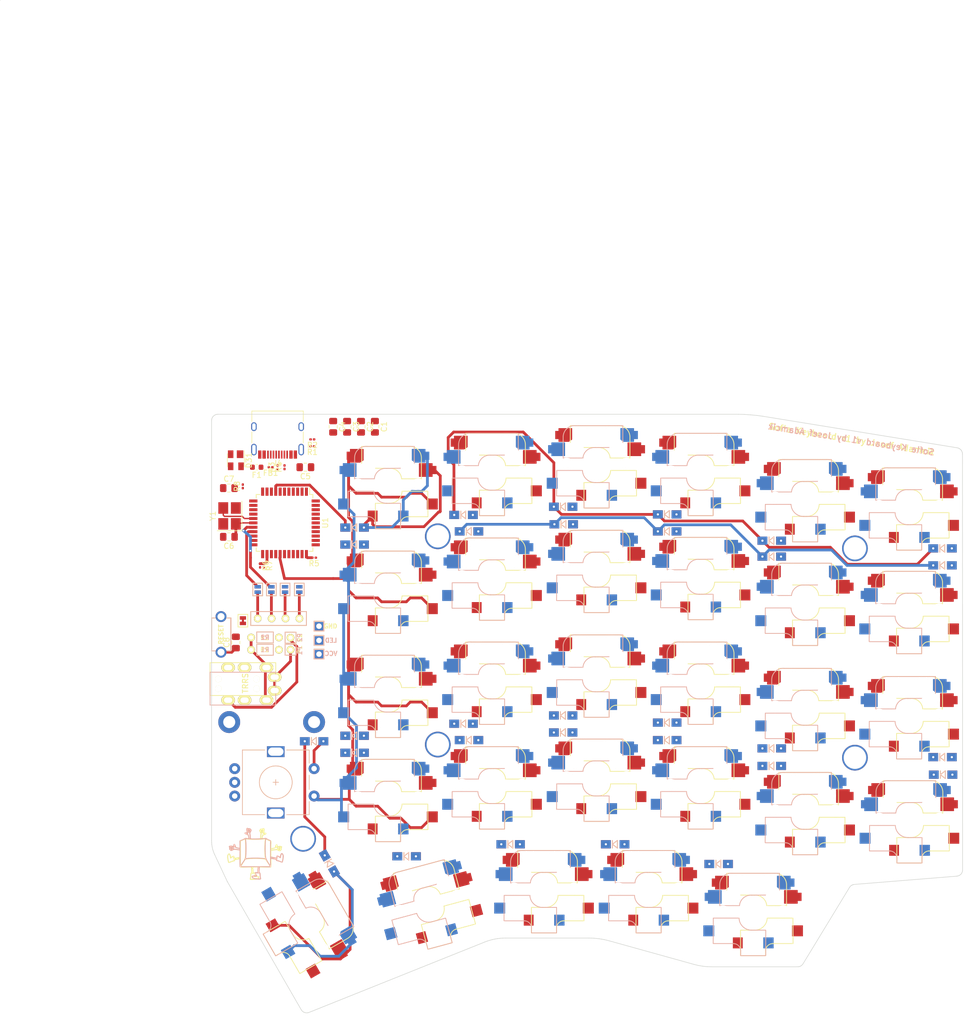
<source format=kicad_pcb>
(kicad_pcb (version 20171130) (host pcbnew "(5.1.8)-1")
  (layers (0 F.Cu signal) (31 B.Cu signal) (34 B.Paste user hide) (35 F.Paste user hide) (36 B.SilkS user hide) (37 F.SilkS user hide) (38 B.Mask user hide) (39 F.Mask user hide) (44 Edge.Cuts user))
  (net 0 "")
  (net 1 "Net-(D1-Pad2)")
  (net 2 "Net-(D2-Pad2)")
  (net 3 "Net-(D3-Pad2)")
  (net 4 "Net-(D4-Pad2)")
  (net 5 "Net-(D5-Pad2)")
  (net 6 "Net-(D6-Pad2)")
  (net 7 "Net-(D7-Pad2)")
  (net 8 "Net-(D8-Pad2)")
  (net 9 "Net-(D9-Pad2)")
  (net 10 "Net-(D10-Pad2)")
  (net 11 "Net-(D11-Pad2)")
  (net 12 "Net-(D12-Pad2)")
  (net 13 "Net-(D13-Pad2)")
  (net 14 "Net-(D14-Pad2)")
  (net 15 "Net-(D15-Pad2)")
  (net 16 "Net-(D16-Pad2)")
  (net 17 "Net-(D17-Pad2)")
  (net 18 "Net-(D18-Pad2)")
  (net 19 "Net-(D19-Pad2)")
  (net 20 "Net-(D20-Pad2)")
  (net 21 "Net-(D21-Pad2)")
  (net 22 "Net-(D22-Pad2)")
  (net 23 "Net-(D23-Pad2)")
  (net 24 "Net-(D24-Pad2)")
  (net 25 "Net-(D26-Pad2)")
  (net 26 "Net-(D27-Pad2)")
  (net 27 "Net-(D28-Pad2)")
  (net 28 VCC)
  (net 29 GND)
  (net 30 SDA)
  (net 31 SCL)
  (net 32 "Net-(D29-Pad2)")
  (net 33 "Net-(J3-Pad1)")
  (net 34 "Net-(J3-Pad2)")
  (net 35 "Net-(J3-Pad3)")
  (net 36 "Net-(J3-Pad4)")
  (net 37 "Net-(D30-Pad2)")
  (net 38 SW25B)
  (net 39 SW25A)
  (net 40 /i2c_c)
  (net 41 /i2c_d)
  (net 42 /row0)
  (net 43 /row1)
  (net 44 /row2)
  (net 45 /row3)
  (net 46 /row4)
  (net 47 /VBUS)
  (net 48 /D+)
  (net 49 /D-)
  (net 50 /LED)
  (net 51 /SCL)
  (net 52 /SDA)
  (net 53 /RESET)
  (net 54 /col4)
  (net 55 /col3)
  (net 56 /col2)
  (net 57 /col1)
  (net 58 /col0)
  (net 59 /ENCB)
  (net 60 /ENCA)
  (net 61 "Net-(U1-Pad42)")
  (net 62 "Net-(U1-Pad39)")
  (net 63 "Net-(U1-Pad38)")
  (net 64 "Net-(U1-Pad37)")
  (net 65 "Net-(U1-Pad36)")
  (net 66 "Net-(R5-Pad2)")
  (net 67 "Net-(U1-Pad26)")
  (net 68 "Net-(U1-Pad25)")
  (net 69 "Net-(U1-Pad22)")
  (net 70 /DATA)
  (net 71 /XTAL1)
  (net 72 /XTAL2)
  (net 73 "Net-(C5-Pad2)")
  (net 74 "Net-(R3-Pad1)")
  (net 75 "Net-(R4-Pad1)")
  (net 76 "Net-(U1-Pad1)")
  (net 77 "Net-(F1-Pad1)")
  (net 78 "Net-(J4-PadB8)")
  (net 79 "Net-(J4-PadA5)")
  (net 80 "Net-(J4-PadA8)")
  (net 81 "Net-(J4-PadB5)")
  (module Resistor_SMD:R_0201_0603Metric (layer F.Cu) (at 107 63.5 180)
    (fp_text reference R5 (at 0 -1.05) (layer F.SilkS))
    (fp_text value 10k)
    (pad 2 smd roundrect (at 0.32 0 180) (size 0.46 0.4) (layers F.Cu F.Mask) (net 66 "Net-(R5-Pad2)"))
    (pad 1 smd roundrect (at -0.32 0 180) (size 0.46 0.4) (layers F.Cu F.Mask) (net 29 GND))
  )
  (module Crystal:Crystal_SMD_3225-4Pin_3.2x2.5mm_HandSoldering (layer F.Cu) (at 91.56 55.88 90)
    (fp_text reference Y1 (at 0 -3.05 90) (layer F.SilkS))
    (fp_text value Crystal)
    (pad 4 smd rect (at -1.45 -1.15 90) (size 2.1 1.8) (layers F.Cu F.Paste F.Mask))
    (pad 3 smd rect (at 1.45 -1.15 90) (size 2.1 1.8) (layers F.Cu F.Paste F.Mask) (net 72 /XTAL2))
    (pad 2 smd rect (at 1.45 1.15 90) (size 2.1 1.8) (layers F.Cu F.Paste F.Mask) (net 29 GND))
    (pad 1 smd rect (at -1.45 1.15 90) (size 2.1 1.8) (layers F.Cu F.Paste F.Mask) (net 71 /XTAL1))
  )
  (module Resistor_SMD:R_0201_0603Metric (layer F.Cu) (at 93.98 50.48 90)
    (fp_text reference R8 (at 0 -1.05 90) (layer F.SilkS))
    (fp_text value 10k)
    (pad 2 smd roundrect (at 0.32 0 90) (size 0.46 0.4) (layers F.Cu F.Mask) (net 28 VCC))
    (pad 1 smd roundrect (at -0.32 0 90) (size 0.46 0.4) (layers F.Cu F.Mask) (net 53 /RESET))
  )
  (module Resistor_SMD:R_0201_0603Metric (layer F.Cu) (at 97.79 64.944999 270)
    (fp_text reference R7 (at 0 -1.05 90) (layer F.SilkS))
    (fp_text value 2.2k)
    (pad 2 smd roundrect (at 0.32 0 270) (size 0.46 0.4) (layers F.Cu F.Mask) (net 51 /SCL))
    (pad 1 smd roundrect (at -0.32 0 270) (size 0.46 0.4) (layers F.Cu F.Mask) (net 28 VCC))
  )
  (module Resistor_SMD:R_0201_0603Metric (layer F.Cu) (at 97.135001 64.944999 270)
    (fp_text reference R6 (at 0 -1.05 90) (layer F.SilkS))
    (fp_text value 2.2k)
    (pad 2 smd roundrect (at 0.32 0 270) (size 0.46 0.4) (layers F.Cu F.Mask) (net 52 /SDA))
    (pad 1 smd roundrect (at -0.32 0 270) (size 0.46 0.4) (layers F.Cu F.Mask) (net 28 VCC))
  )
  (module Resistor_SMD:R_0201_0603Metric (layer F.Cu) (at 101.6 46.99 90)
    (fp_text reference R4 (at 0 -1.05 90) (layer F.SilkS))
    (fp_text value 22)
    (pad 2 smd roundrect (at 0.32 0 90) (size 0.46 0.4) (layers F.Cu F.Mask) (net 49 /D-))
    (pad 1 smd roundrect (at -0.32 0 90) (size 0.46 0.4) (layers F.Cu F.Mask) (net 75 "Net-(R4-Pad1)"))
  )
  (module Resistor_SMD:R_0201_0603Metric (layer F.Cu) (at 100.33 46.99 90)
    (fp_text reference R3 (at 0 -1.05 90) (layer F.SilkS))
    (fp_text value 22)
    (pad 2 smd roundrect (at 0.32 0 90) (size 0.46 0.4) (layers F.Cu F.Mask) (net 48 /D+))
    (pad 1 smd roundrect (at -0.32 0 90) (size 0.46 0.4) (layers F.Cu F.Mask) (net 74 "Net-(R3-Pad1)"))
  )
  (module Resistor_SMD:R_0201_0603Metric (layer F.Cu) (at 106.68 41.91 180)
    (fp_text reference R2 (at 0 -1.05) (layer F.SilkS))
    (fp_text value 5.1K)
    (pad 2 smd roundrect (at 0.32 0 180) (size 0.46 0.4) (layers F.Cu F.Mask) (net 81 "Net-(J4-PadB5)"))
    (pad 1 smd roundrect (at -0.32 0 180) (size 0.46 0.4) (layers F.Cu F.Mask) (net 29 GND))
  )
  (module Resistor_SMD:R_0201_0603Metric (layer F.Cu) (at 106.68 43.18 180)
    (fp_text reference R1 (at 0 -1.05) (layer F.SilkS))
    (fp_text value 5.1K)
    (pad 2 smd roundrect (at 0.32 0 180) (size 0.46 0.4) (layers F.Cu F.Mask) (net 79 "Net-(J4-PadA5)"))
    (pad 1 smd roundrect (at -0.32 0 180) (size 0.46 0.4) (layers F.Cu F.Mask) (net 29 GND))
  )
  (module Connector_USB:USB_C_Receptacle_HRO_TYPE-C-31-M-12 (layer F.Cu) (at 100.33 40.64 180)
    (fp_text reference J4 (at 0 -5.645) (layer F.SilkS))
    (fp_text value USB_C_Receptacle_USB2.0)
    (pad B1 smd rect (at 3.25 -4.045 180) (size 0.6 1.45) (layers F.Cu F.Paste F.Mask) (net 29 GND))
    (pad A9 smd rect (at 2.45 -4.045 180) (size 0.6 1.45) (layers F.Cu F.Paste F.Mask) (net 47 /VBUS))
    (pad B9 smd rect (at -2.45 -4.045 180) (size 0.6 1.45) (layers F.Cu F.Paste F.Mask) (net 47 /VBUS))
    (pad B12 smd rect (at -3.25 -4.045 180) (size 0.6 1.45) (layers F.Cu F.Paste F.Mask) (net 29 GND))
    (pad A1 smd rect (at -3.25 -4.045 180) (size 0.6 1.45) (layers F.Cu F.Paste F.Mask) (net 29 GND))
    (pad A4 smd rect (at -2.45 -4.045 180) (size 0.6 1.45) (layers F.Cu F.Paste F.Mask) (net 47 /VBUS))
    (pad B4 smd rect (at 2.45 -4.045 180) (size 0.6 1.45) (layers F.Cu F.Paste F.Mask) (net 47 /VBUS))
    (pad A12 smd rect (at 3.25 -4.045 180) (size 0.6 1.45) (layers F.Cu F.Paste F.Mask) (net 29 GND))
    (pad B8 smd rect (at -1.75 -4.045 180) (size 0.3 1.45) (layers F.Cu F.Paste F.Mask) (net 78 "Net-(J4-PadB8)"))
    (pad A5 smd rect (at -1.25 -4.045 180) (size 0.3 1.45) (layers F.Cu F.Paste F.Mask) (net 79 "Net-(J4-PadA5)"))
    (pad B7 smd rect (at -0.75 -4.045 180) (size 0.3 1.45) (layers F.Cu F.Paste F.Mask) (net 49 /D-))
    (pad A7 smd rect (at 0.25 -4.045 180) (size 0.3 1.45) (layers F.Cu F.Paste F.Mask) (net 49 /D-))
    (pad B6 smd rect (at 0.75 -4.045 180) (size 0.3 1.45) (layers F.Cu F.Paste F.Mask) (net 48 /D+))
    (pad A8 smd rect (at 1.25 -4.045 180) (size 0.3 1.45) (layers F.Cu F.Paste F.Mask) (net 80 "Net-(J4-PadA8)"))
    (pad B5 smd rect (at 1.75 -4.045 180) (size 0.3 1.45) (layers F.Cu F.Paste F.Mask) (net 81 "Net-(J4-PadB5)"))
    (pad A6 smd rect (at -0.25 -4.045 180) (size 0.3 1.45) (layers F.Cu F.Paste F.Mask) (net 48 /D+))
    (pad S1 thru_hole oval (at 4.32 -3.13 180) (size 1 2.1) (drill oval 0.6 1.7) (layers *.Cu *.Mask) (net 29 GND))
    (pad S1 thru_hole oval (at -4.32 -3.13 180) (size 1 2.1) (drill oval 0.6 1.7) (layers *.Cu *.Mask) (net 29 GND))
    (pad "" np_thru_hole circle (at -2.89 -2.6 180) (size 0.65 0.65) (drill 0.65) (layers *.Cu *.Mask))
    (pad S1 thru_hole oval (at -4.32 1.05 180) (size 1 1.6) (drill oval 0.6 1.2) (layers *.Cu *.Mask) (net 29 GND))
    (pad "" np_thru_hole circle (at 2.89 -2.6 180) (size 0.65 0.65) (drill 0.65) (layers *.Cu *.Mask))
    (pad S1 thru_hole oval (at 4.32 1.05 180) (size 1 1.6) (drill oval 0.6 1.2) (layers *.Cu *.Mask) (net 29 GND))
  )
  (module Inductor_SMD:L_0201_0603Metric (layer F.Cu) (at 99.06 46.99 180)
    (fp_text reference FB1 (at 0 -1.05) (layer F.SilkS))
    (fp_text value Ferrite_Bead)
    (pad 2 smd roundrect (at 0.32 0 180) (size 0.46 0.4) (layers F.Cu F.Mask) (net 77 "Net-(F1-Pad1)"))
    (pad 1 smd roundrect (at -0.32 0 180) (size 0.46 0.4) (layers F.Cu F.Mask) (net 28 VCC))
  )
  (module Fuse:Fuse_0603_1608Metric (layer F.Cu) (at 96.52 46.99 180)
    (fp_text reference F1 (at 0 -1.43) (layer F.SilkS))
    (fp_text value Polyfuse)
    (pad 2 smd roundrect (at 0.7875 0 180) (size 0.875 0.95) (layers F.Cu F.Paste F.Mask) (net 47 /VBUS))
    (pad 1 smd roundrect (at -0.7875 0 180) (size 0.875 0.95) (layers F.Cu F.Paste F.Mask) (net 77 "Net-(F1-Pad1)"))
  )
  (module Capacitor_SMD:C_0805_2012Metric_Pad1.18x1.45mm_HandSolder (layer F.Cu) (at 92.71 78.9725 90)
    (fp_text reference C8 (at 0 -1.68 90) (layer F.SilkS))
    (fp_text value 0.1uF)
    (pad 2 smd roundrect (at 1.0375 0 90) (size 1.175 1.45) (layers F.Cu F.Paste F.Mask) (roundrect_rratio 0.212766) (net 29 GND))
    (pad 1 smd roundrect (at -1.0375 0 90) (size 1.175 1.45) (layers F.Cu F.Paste F.Mask) (roundrect_rratio 0.212766) (net 53 /RESET))
  )
  (module Capacitor_SMD:C_0805_2012Metric_Pad1.18x1.45mm_HandSolder (layer F.Cu) (at 91.44 50.8)
    (fp_text reference C7 (at 0 -1.68) (layer F.SilkS))
    (fp_text value 22pF)
    (pad 2 smd roundrect (at 1.0375 0) (size 1.175 1.45) (layers F.Cu F.Paste F.Mask) (roundrect_rratio 0.212766) (net 29 GND))
    (pad 1 smd roundrect (at -1.0375 0) (size 1.175 1.45) (layers F.Cu F.Paste F.Mask) (roundrect_rratio 0.212766) (net 72 /XTAL2))
  )
  (module Capacitor_SMD:C_0805_2012Metric_Pad1.18x1.45mm_HandSolder (layer F.Cu) (at 91.44 59.69 180)
    (fp_text reference C6 (at 0 -1.68) (layer F.SilkS))
    (fp_text value 22pF)
    (pad 2 smd roundrect (at 1.0375 0 180) (size 1.175 1.45) (layers F.Cu F.Paste F.Mask) (roundrect_rratio 0.212766) (net 29 GND))
    (pad 1 smd roundrect (at -1.0375 0 180) (size 1.175 1.45) (layers F.Cu F.Paste F.Mask) (roundrect_rratio 0.212766) (net 71 /XTAL1))
  )
  (module Capacitor_SMD:C_0805_2012Metric_Pad1.18x1.45mm_HandSolder (layer F.Cu) (at 105.41 46.99 180)
    (fp_text reference C5 (at 0 -1.68) (layer F.SilkS))
    (fp_text value 0.1uF)
    (pad 2 smd roundrect (at 1.0375 0 180) (size 1.175 1.45) (layers F.Cu F.Paste F.Mask) (roundrect_rratio 0.212766) (net 73 "Net-(C5-Pad2)"))
    (pad 1 smd roundrect (at -1.0375 0 180) (size 1.175 1.45) (layers F.Cu F.Paste F.Mask) (roundrect_rratio 0.212766) (net 29 GND))
  )
  (module Capacitor_SMD:C_0805_2012Metric_Pad1.18x1.45mm_HandSolder (layer F.Cu) (at 110.49 39.6025 270)
    (fp_text reference C4 (at 0 -1.68 90) (layer F.SilkS))
    (fp_text value 0.1uF)
    (pad 2 smd roundrect (at 1.0375 0 270) (size 1.175 1.45) (layers F.Cu F.Paste F.Mask) (roundrect_rratio 0.212766) (net 29 GND))
    (pad 1 smd roundrect (at -1.0375 0 270) (size 1.175 1.45) (layers F.Cu F.Paste F.Mask) (roundrect_rratio 0.212766) (net 28 VCC))
  )
  (module Capacitor_SMD:C_0805_2012Metric_Pad1.18x1.45mm_HandSolder (layer F.Cu) (at 113.03 39.6025 270)
    (fp_text reference C3 (at 0 -1.68 90) (layer F.SilkS))
    (fp_text value 0.1uF)
    (pad 2 smd roundrect (at 1.0375 0 270) (size 1.175 1.45) (layers F.Cu F.Paste F.Mask) (roundrect_rratio 0.212766) (net 29 GND))
    (pad 1 smd roundrect (at -1.0375 0 270) (size 1.175 1.45) (layers F.Cu F.Paste F.Mask) (roundrect_rratio 0.212766) (net 28 VCC))
  )
  (module Capacitor_SMD:C_0805_2012Metric_Pad1.18x1.45mm_HandSolder (layer F.Cu) (at 115.57 39.6025 270)
    (fp_text reference C2 (at 0 -1.68 90) (layer F.SilkS))
    (fp_text value 0.1uF)
    (pad 2 smd roundrect (at 1.0375 0 270) (size 1.175 1.45) (layers F.Cu F.Paste F.Mask) (roundrect_rratio 0.212766) (net 29 GND))
    (pad 1 smd roundrect (at -1.0375 0 270) (size 1.175 1.45) (layers F.Cu F.Paste F.Mask) (roundrect_rratio 0.212766) (net 28 VCC))
  )
  (module Capacitor_SMD:C_0805_2012Metric_Pad1.18x1.45mm_HandSolder (layer F.Cu) (at 118.11 39.6025 270)
    (fp_text reference C1 (at 0 -1.68 90) (layer F.SilkS))
    (fp_text value 0.1uF)
    (pad 2 smd roundrect (at 1.0375 0 270) (size 1.175 1.45) (layers F.Cu F.Paste F.Mask) (roundrect_rratio 0.212766) (net 29 GND))
    (pad 1 smd roundrect (at -1.0375 0 270) (size 1.175 1.45) (layers F.Cu F.Paste F.Mask) (roundrect_rratio 0.212766) (net 28 VCC))
  )
  (module Package_QFP:TQFP-44_10x10mm_P0.8mm (layer F.Cu) (at 101.6 57.15 270)
    (fp_text reference U1 (at 0 -7.45 90) (layer F.SilkS))
    (fp_text value ATmega32U4-AU)
    (pad 44 smd rect (at -4 -5.7) (size 1.5 0.55) (layers F.Cu F.Paste F.Mask) (net 28 VCC))
    (pad 43 smd rect (at -3.2 -5.7) (size 1.5 0.55) (layers F.Cu F.Paste F.Mask) (net 29 GND))
    (pad 42 smd rect (at -2.4 -5.7) (size 1.5 0.55) (layers F.Cu F.Paste F.Mask) (net 61 "Net-(U1-Pad42)"))
    (pad 41 smd rect (at -1.6 -5.7) (size 1.5 0.55) (layers F.Cu F.Paste F.Mask) (net 60 /ENCA))
    (pad 40 smd rect (at -0.8 -5.7) (size 1.5 0.55) (layers F.Cu F.Paste F.Mask) (net 59 /ENCB))
    (pad 39 smd rect (at 0 -5.7) (size 1.5 0.55) (layers F.Cu F.Paste F.Mask) (net 62 "Net-(U1-Pad39)"))
    (pad 38 smd rect (at 0.8 -5.7) (size 1.5 0.55) (layers F.Cu F.Paste F.Mask) (net 63 "Net-(U1-Pad38)"))
    (pad 37 smd rect (at 1.6 -5.7) (size 1.5 0.55) (layers F.Cu F.Paste F.Mask) (net 64 "Net-(U1-Pad37)"))
    (pad 36 smd rect (at 2.4 -5.7) (size 1.5 0.55) (layers F.Cu F.Paste F.Mask) (net 65 "Net-(U1-Pad36)"))
    (pad 35 smd rect (at 3.2 -5.7) (size 1.5 0.55) (layers F.Cu F.Paste F.Mask) (net 29 GND))
    (pad 34 smd rect (at 4 -5.7) (size 1.5 0.55) (layers F.Cu F.Paste F.Mask) (net 28 VCC))
    (pad 33 smd rect (at 5.7 -4 270) (size 1.5 0.55) (layers F.Cu F.Paste F.Mask) (net 66 "Net-(R5-Pad2)"))
    (pad 32 smd rect (at 5.7 -3.2 270) (size 1.5 0.55) (layers F.Cu F.Paste F.Mask) (net 54 /col4))
    (pad 31 smd rect (at 5.7 -2.4 270) (size 1.5 0.55) (layers F.Cu F.Paste F.Mask) (net 55 /col3))
    (pad 30 smd rect (at 5.7 -1.6 270) (size 1.5 0.55) (layers F.Cu F.Paste F.Mask) (net 57 /col1))
    (pad 29 smd rect (at 5.7 -0.8 270) (size 1.5 0.55) (layers F.Cu F.Paste F.Mask) (net 58 /col0))
    (pad 28 smd rect (at 5.7 0 270) (size 1.5 0.55) (layers F.Cu F.Paste F.Mask) (net 46 /row4))
    (pad 27 smd rect (at 5.7 0.8 270) (size 1.5 0.55) (layers F.Cu F.Paste F.Mask) (net 39 SW25A))
    (pad 26 smd rect (at 5.7 1.6 270) (size 1.5 0.55) (layers F.Cu F.Paste F.Mask) (net 67 "Net-(U1-Pad26)"))
    (pad 25 smd rect (at 5.7 2.4 270) (size 1.5 0.55) (layers F.Cu F.Paste F.Mask) (net 68 "Net-(U1-Pad25)"))
    (pad 24 smd rect (at 5.7 3.2 270) (size 1.5 0.55) (layers F.Cu F.Paste F.Mask) (net 28 VCC))
    (pad 23 smd rect (at 5.7 4 270) (size 1.5 0.55) (layers F.Cu F.Paste F.Mask) (net 29 GND))
    (pad 22 smd rect (at 4 5.7) (size 1.5 0.55) (layers F.Cu F.Paste F.Mask) (net 69 "Net-(U1-Pad22)"))
    (pad 21 smd rect (at 3.2 5.7) (size 1.5 0.55) (layers F.Cu F.Paste F.Mask) (net 50 /LED))
    (pad 20 smd rect (at 2.4 5.7) (size 1.5 0.55) (layers F.Cu F.Paste F.Mask) (net 70 /DATA))
    (pad 19 smd rect (at 1.6 5.7) (size 1.5 0.55) (layers F.Cu F.Paste F.Mask) (net 52 /SDA))
    (pad 18 smd rect (at 0.8 5.7) (size 1.5 0.55) (layers F.Cu F.Paste F.Mask) (net 51 /SCL))
    (pad 17 smd rect (at 0 5.7) (size 1.5 0.55) (layers F.Cu F.Paste F.Mask) (net 71 /XTAL1))
    (pad 16 smd rect (at -0.8 5.7) (size 1.5 0.55) (layers F.Cu F.Paste F.Mask) (net 72 /XTAL2))
    (pad 15 smd rect (at -1.6 5.7) (size 1.5 0.55) (layers F.Cu F.Paste F.Mask) (net 29 GND))
    (pad 14 smd rect (at -2.4 5.7) (size 1.5 0.55) (layers F.Cu F.Paste F.Mask) (net 28 VCC))
    (pad 13 smd rect (at -3.2 5.7) (size 1.5 0.55) (layers F.Cu F.Paste F.Mask) (net 53 /RESET))
    (pad 12 smd rect (at -4 5.7) (size 1.5 0.55) (layers F.Cu F.Paste F.Mask) (net 56 /col2))
    (pad 11 smd rect (at -5.7 4 270) (size 1.5 0.55) (layers F.Cu F.Paste F.Mask) (net 45 /row3))
    (pad 10 smd rect (at -5.7 3.2 270) (size 1.5 0.55) (layers F.Cu F.Paste F.Mask) (net 44 /row2))
    (pad 9 smd rect (at -5.7 2.4 270) (size 1.5 0.55) (layers F.Cu F.Paste F.Mask) (net 43 /row1))
    (pad 8 smd rect (at -5.7 1.6 270) (size 1.5 0.55) (layers F.Cu F.Paste F.Mask) (net 42 /row0))
    (pad 7 smd rect (at -5.7 0.8 270) (size 1.5 0.55) (layers F.Cu F.Paste F.Mask) (net 28 VCC))
    (pad 6 smd rect (at -5.7 0 270) (size 1.5 0.55) (layers F.Cu F.Paste F.Mask) (net 73 "Net-(C5-Pad2)"))
    (pad 5 smd rect (at -5.7 -0.8 270) (size 1.5 0.55) (layers F.Cu F.Paste F.Mask) (net 29 GND))
    (pad 4 smd rect (at -5.7 -1.6 270) (size 1.5 0.55) (layers F.Cu F.Paste F.Mask) (net 74 "Net-(R3-Pad1)"))
    (pad 3 smd rect (at -5.7 -2.4 270) (size 1.5 0.55) (layers F.Cu F.Paste F.Mask) (net 75 "Net-(R4-Pad1)"))
    (pad 2 smd rect (at -5.7 -3.2 270) (size 1.5 0.55) (layers F.Cu F.Paste F.Mask) (net 28 VCC))
    (pad 1 smd rect (at -5.7 -4 270) (size 1.5 0.55) (layers F.Cu F.Paste F.Mask) (net 76 "Net-(U1-Pad1)"))
  )
  (module Package_TO_SOT_SMD:SOT-143 (layer F.Cu) (at 92.71 45.72 270)
    (fp_text reference D31 (at 0.02 -2.38 90) (layer F.SilkS))
    (fp_text value PRTR5V0U2X)
    (pad 4 smd rect (at 1.1 -0.95 180) (size 1 1.4) (layers F.Cu F.Paste F.Mask) (net 47 /VBUS))
    (pad 3 smd rect (at 1.1 0.95 180) (size 1 1.4) (layers F.Cu F.Paste F.Mask) (net 48 /D+))
    (pad 2 smd rect (at -1.1 0.95 180) (size 1 1.4) (layers F.Cu F.Paste F.Mask) (net 49 /D-))
    (pad 1 smd rect (at -1.1 -0.77 180) (size 1.2 1.4) (layers F.Cu F.Paste F.Mask) (net 29 GND))
  )
  (module SofleKeyboard-footprint:Jumper (layer B.Cu) (at 99.2 69.3 90)
    (fp_text reference JP7 hide)
    (fp_text value Jumper_NO_Small hide)
    (pad 2 smd rect (at 0.50038 0 90) (size 0.635 1.143) (layers B.Cu B.Paste B.Mask) (net 28 VCC) (clearance 0.1905))
    (pad 1 smd rect (at -0.50038 0 90) (size 0.635 1.143) (layers B.Cu B.Paste B.Mask) (net 34 "Net-(J3-Pad2)") (clearance 0.1905))
  )
  (module SofleKeyboard-footprint:Jumper (layer F.Cu) (at 99.2 69.3 90)
    (fp_text reference JP3 hide)
    (fp_text value Jumper_NO_Small hide)
    (pad 2 smd rect (at 0.50038 0 90) (size 0.635 1.143) (layers F.Cu F.Paste F.Mask) (net 51 /SCL) (clearance 0.1905))
    (pad 1 smd rect (at -0.50038 0 90) (size 0.635 1.143) (layers F.Cu F.Paste F.Mask) (net 34 "Net-(J3-Pad2)") (clearance 0.1905))
  )
  (module SofleKeyboard-footprint:Jumper (layer B.Cu) (at 96.7 69.3 90)
    (fp_text reference JP8 hide)
    (fp_text value Jumper_NO_Small hide)
    (pad 2 smd rect (at 0.50038 0 90) (size 0.635 1.143) (layers B.Cu B.Paste B.Mask) (net 29 GND) (clearance 0.1905))
    (pad 1 smd rect (at -0.50038 0 90) (size 0.635 1.143) (layers B.Cu B.Paste B.Mask) (net 33 "Net-(J3-Pad1)") (clearance 0.1905))
  )
  (module SofleKeyboard-footprint:Jumper (layer B.Cu) (at 101.7 69.3 90)
    (fp_text reference JP6 hide)
    (fp_text value Jumper_NO_Small hide)
    (pad 2 smd rect (at 0.50038 0 90) (size 0.635 1.143) (layers B.Cu B.Paste B.Mask) (net 51 /SCL) (clearance 0.1905))
    (pad 1 smd rect (at -0.50038 0 90) (size 0.635 1.143) (layers B.Cu B.Paste B.Mask) (net 35 "Net-(J3-Pad3)") (clearance 0.1905))
  )
  (module SofleKeyboard-footprint:Jumper (layer F.Cu) (at 101.7 69.3 90)
    (fp_text reference JP2 hide)
    (fp_text value Jumper_NO_Small hide)
    (pad 2 smd rect (at 0.50038 0 90) (size 0.635 1.143) (layers F.Cu F.Paste F.Mask) (net 28 VCC) (clearance 0.1905))
    (pad 1 smd rect (at -0.50038 0 90) (size 0.635 1.143) (layers F.Cu F.Paste F.Mask) (net 35 "Net-(J3-Pad3)") (clearance 0.1905))
  )
  (module SofleKeyboard-footprint:Jumper (layer B.Cu) (at 104.3 69.3 90)
    (fp_text reference JP5 hide)
    (fp_text value Jumper_NO_Small hide)
    (pad 2 smd rect (at 0.50038 0 90) (size 0.635 1.143) (layers B.Cu B.Paste B.Mask) (net 52 /SDA) (clearance 0.1905))
    (pad 1 smd rect (at -0.50038 0 90) (size 0.635 1.143) (layers B.Cu B.Paste B.Mask) (net 36 "Net-(J3-Pad4)") (clearance 0.1905))
  )
  (module SofleKeyboard-footprint:Jumper (layer F.Cu) (at 104.3 69.3 90)
    (fp_text reference JP1 hide)
    (fp_text value Jumper_NO_Small hide)
    (pad 2 smd rect (at 0.50038 0 90) (size 0.635 1.143) (layers F.Cu F.Paste F.Mask) (net 29 GND) (clearance 0.1905))
    (pad 1 smd rect (at -0.50038 0 90) (size 0.635 1.143) (layers F.Cu F.Paste F.Mask) (net 36 "Net-(J3-Pad4)") (clearance 0.1905))
  )
  (module SofleKeyboard-footprint:Jumper (layer F.Cu) (at 96.7 69.3 90)
    (fp_text reference JP4 hide)
    (fp_text value Jumper_NO_Small hide)
    (pad 2 smd rect (at 0.50038 0 90) (size 0.635 1.143) (layers F.Cu F.Paste F.Mask) (net 52 /SDA) (clearance 0.1905))
    (pad 1 smd rect (at -0.50038 0 90) (size 0.635 1.143) (layers F.Cu F.Paste F.Mask) (net 33 "Net-(J3-Pad1)") (clearance 0.1905))
  )
  (module SofleKeyboard-footprint:SofleLogoSmall (layer B.Cu) (at 95.81 124.55 180)
    (fp_text reference Ref** hide)
    (fp_text value Val** hide)
  )
  (module SofleKeyboard-footprint:SofleLogoSmall (layer F.Cu) (at 96.77 124.61)
    (fp_text reference Ref** hide)
    (fp_text value Val** hide)
  )
  (module SofleKeyboard-footprint:M2_HOLE_PCB (layer F.Cu) (at 107 93.5)
    (fp_text reference TH2 hide)
    (fp_text value HOLE)
    (pad "" thru_hole circle (at 0 0) (size 4 4) (drill 2.2) (layers *.Cu *.Mask Dwgs.User))
  )
  (module SofleKeyboard-footprint:M2_HOLE_PCB (layer F.Cu) (at 91.5 93.5)
    (fp_text reference TH1 hide)
    (fp_text value HOLE)
    (pad "" thru_hole circle (at 0 0) (size 4 4) (drill 2.2) (layers *.Cu *.Mask Dwgs.User))
  )
  (module SofleKeyboard-footprint:OLED_4Pin (layer F.Cu) (at 96.7 74.6)
    (fp_text reference J3 hide)
    (fp_text value OLED hide)
    (pad 4 thru_hole circle (at 7.62 0) (size 1.397 1.397) (drill 0.8128) (layers *.Cu *.Mask F.SilkS) (net 36 "Net-(J3-Pad4)"))
    (pad 3 thru_hole circle (at 5.08 0) (size 1.397 1.397) (drill 0.8128) (layers *.Cu *.Mask F.SilkS) (net 35 "Net-(J3-Pad3)"))
    (pad 2 thru_hole circle (at 2.54 0) (size 1.397 1.397) (drill 0.8128) (layers *.Cu *.Mask F.SilkS) (net 34 "Net-(J3-Pad2)"))
    (pad 1 thru_hole circle (at 0 0) (size 1.397 1.397) (drill 0.8128) (layers *.Cu *.Mask F.SilkS) (net 33 "Net-(J3-Pad1)"))
  )
  (module SofleKeyboard-footprint:Diode_SOD123 (layer F.Cu) (at 162 115.8)
    (fp_text reference D29 hide)
    (fp_text value D hide)
    (pad 2 thru_hole rect (at 1.7 0) (size 1.8 1.5) (drill 0.4) (layers *.Cu *.Mask) (net 32 "Net-(D29-Pad2)"))
    (pad 1 thru_hole rect (at -1.7 0) (size 1.8 1.5) (drill 0.4) (layers *.Cu *.Mask) (net 46 /row4))
  )
  (module SofleKeyboard-footprint:Diode_SOD123 (layer F.Cu) (at 142.9 115.8)
    (fp_text reference D28 hide)
    (fp_text value D hide)
    (pad 2 thru_hole rect (at 1.7 0) (size 1.8 1.5) (drill 0.4) (layers *.Cu *.Mask) (net 27 "Net-(D28-Pad2)"))
    (pad 1 thru_hole rect (at -1.7 0) (size 1.8 1.5) (drill 0.4) (layers *.Cu *.Mask) (net 46 /row4))
  )
  (module SofleKeyboard-footprint:Diode_SOD123 (layer F.Cu) (at 123.9 118)
    (fp_text reference D27 hide)
    (fp_text value D hide)
    (pad 2 thru_hole rect (at 1.7 0) (size 1.8 1.5) (drill 0.4) (layers *.Cu *.Mask) (net 26 "Net-(D27-Pad2)"))
    (pad 1 thru_hole rect (at -1.7 0) (size 1.8 1.5) (drill 0.4) (layers *.Cu *.Mask) (net 46 /row4))
  )
  (module SofleKeyboard-footprint:Diode_SOD123 (layer F.Cu) (at 109.8 119.3 300)
    (fp_text reference D26 hide)
    (fp_text value D hide)
    (pad 2 thru_hole rect (at 1.7 0 300) (size 1.8 1.5) (drill 0.4) (layers *.Cu *.Mask) (net 25 "Net-(D26-Pad2)"))
    (pad 1 thru_hole rect (at -1.7 0 300) (size 1.8 1.5) (drill 0.4) (layers *.Cu *.Mask) (net 46 /row4))
  )
  (module SofleKeyboard-footprint:Diode_SOD123 (layer F.Cu) (at 107 97)
    (fp_text reference D25 hide)
    (fp_text value D hide)
    (pad 2 thru_hole rect (at 1.7 0) (size 1.8 1.5) (drill 0.4) (layers *.Cu *.Mask) (net 38 SW25B))
    (pad 1 thru_hole rect (at -1.7 0) (size 1.8 1.5) (drill 0.4) (layers *.Cu *.Mask) (net 46 /row4))
  )
  (module SofleKeyboard-footprint:Diode_SOD123 (layer F.Cu) (at 221.9 103.1)
    (fp_text reference D24 hide)
    (fp_text value D hide)
    (pad 2 thru_hole rect (at 1.7 0) (size 1.8 1.5) (drill 0.4) (layers *.Cu *.Mask) (net 24 "Net-(D24-Pad2)"))
    (pad 1 thru_hole rect (at -1.7 0) (size 1.8 1.5) (drill 0.4) (layers *.Cu *.Mask) (net 45 /row3))
  )
  (module SofleKeyboard-footprint:Diode_SOD123 (layer F.Cu) (at 190.6 101.5)
    (fp_text reference D23 hide)
    (fp_text value D hide)
    (pad 2 thru_hole rect (at 1.7 0) (size 1.8 1.5) (drill 0.4) (layers *.Cu *.Mask) (net 23 "Net-(D23-Pad2)"))
    (pad 1 thru_hole rect (at -1.7 0) (size 1.8 1.5) (drill 0.4) (layers *.Cu *.Mask) (net 45 /row3))
  )
  (module SofleKeyboard-footprint:Diode_SOD123 (layer F.Cu) (at 171.5 96.8)
    (fp_text reference D22 hide)
    (fp_text value D hide)
    (pad 2 thru_hole rect (at 1.7 0) (size 1.8 1.5) (drill 0.4) (layers *.Cu *.Mask) (net 22 "Net-(D22-Pad2)"))
    (pad 1 thru_hole rect (at -1.7 0) (size 1.8 1.5) (drill 0.4) (layers *.Cu *.Mask) (net 45 /row3))
  )
  (module SofleKeyboard-footprint:Diode_SOD123 (layer F.Cu) (at 152.5 95.4)
    (fp_text reference D21 hide)
    (fp_text value D hide)
    (pad 2 thru_hole rect (at 1.7 0) (size 1.8 1.5) (drill 0.4) (layers *.Cu *.Mask) (net 21 "Net-(D21-Pad2)"))
    (pad 1 thru_hole rect (at -1.7 0) (size 1.8 1.5) (drill 0.4) (layers *.Cu *.Mask) (net 45 /row3))
  )
  (module SofleKeyboard-footprint:Diode_SOD123 (layer F.Cu) (at 135.3 96.8)
    (fp_text reference D20 hide)
    (fp_text value D hide)
    (pad 2 thru_hole rect (at 1.7 0) (size 1.8 1.5) (drill 0.4) (layers *.Cu *.Mask) (net 20 "Net-(D20-Pad2)"))
    (pad 1 thru_hole rect (at -1.7 0) (size 1.8 1.5) (drill 0.4) (layers *.Cu *.Mask) (net 45 /row3))
  )
  (module SofleKeyboard-footprint:Diode_SOD123 (layer F.Cu) (at 114.4 99.1)
    (fp_text reference D19 hide)
    (fp_text value D hide)
    (pad 2 thru_hole rect (at 1.7 0) (size 1.8 1.5) (drill 0.4) (layers *.Cu *.Mask) (net 19 "Net-(D19-Pad2)"))
    (pad 1 thru_hole rect (at -1.7 0) (size 1.8 1.5) (drill 0.4) (layers *.Cu *.Mask) (net 45 /row3))
  )
  (module SofleKeyboard-footprint:Diode_SOD123 (layer F.Cu) (at 221.8 99.9)
    (fp_text reference D18 hide)
    (fp_text value D hide)
    (pad 2 thru_hole rect (at 1.7 0) (size 1.8 1.5) (drill 0.4) (layers *.Cu *.Mask) (net 18 "Net-(D18-Pad2)"))
    (pad 1 thru_hole rect (at -1.7 0) (size 1.8 1.5) (drill 0.4) (layers *.Cu *.Mask) (net 44 /row2))
  )
  (module SofleKeyboard-footprint:Diode_SOD123 (layer F.Cu) (at 190.6 98.3)
    (fp_text reference D17 hide)
    (fp_text value D hide)
    (pad 2 thru_hole rect (at 1.7 0) (size 1.8 1.5) (drill 0.4) (layers *.Cu *.Mask) (net 17 "Net-(D17-Pad2)"))
    (pad 1 thru_hole rect (at -1.7 0) (size 1.8 1.5) (drill 0.4) (layers *.Cu *.Mask) (net 44 /row2))
  )
  (module SofleKeyboard-footprint:Diode_SOD123 (layer F.Cu) (at 171.5 93.6)
    (fp_text reference D16 hide)
    (fp_text value D hide)
    (pad 2 thru_hole rect (at 1.7 0) (size 1.8 1.5) (drill 0.4) (layers *.Cu *.Mask) (net 16 "Net-(D16-Pad2)"))
    (pad 1 thru_hole rect (at -1.7 0) (size 1.8 1.5) (drill 0.4) (layers *.Cu *.Mask) (net 44 /row2))
  )
  (module SofleKeyboard-footprint:Diode_SOD123 (layer F.Cu) (at 152.5 92.3)
    (fp_text reference D15 hide)
    (fp_text value D hide)
    (pad 2 thru_hole rect (at 1.7 0) (size 1.8 1.5) (drill 0.4) (layers *.Cu *.Mask) (net 15 "Net-(D15-Pad2)"))
    (pad 1 thru_hole rect (at -1.7 0) (size 1.8 1.5) (drill 0.4) (layers *.Cu *.Mask) (net 44 /row2))
  )
  (module SofleKeyboard-footprint:Diode_SOD123 (layer F.Cu) (at 134.3 93.8)
    (fp_text reference D14 hide)
    (fp_text value D hide)
    (pad 2 thru_hole rect (at 1.7 0) (size 1.8 1.5) (drill 0.4) (layers *.Cu *.Mask) (net 14 "Net-(D14-Pad2)"))
    (pad 1 thru_hole rect (at -1.7 0) (size 1.8 1.5) (drill 0.4) (layers *.Cu *.Mask) (net 44 /row2))
  )
  (module SofleKeyboard-footprint:Diode_SOD123 (layer F.Cu) (at 114.4 96)
    (fp_text reference D13 hide)
    (fp_text value D hide)
    (pad 2 thru_hole rect (at 1.7 0) (size 1.8 1.5) (drill 0.4) (layers *.Cu *.Mask) (net 13 "Net-(D13-Pad2)"))
    (pad 1 thru_hole rect (at -1.7 0) (size 1.8 1.5) (drill 0.4) (layers *.Cu *.Mask) (net 44 /row2))
  )
  (module SofleKeyboard-footprint:Diode_SOD123 (layer F.Cu) (at 221.8 64.9)
    (fp_text reference D12 hide)
    (fp_text value D hide)
    (pad 2 thru_hole rect (at 1.7 0) (size 1.8 1.5) (drill 0.4) (layers *.Cu *.Mask) (net 12 "Net-(D12-Pad2)"))
    (pad 1 thru_hole rect (at -1.7 0) (size 1.8 1.5) (drill 0.4) (layers *.Cu *.Mask) (net 43 /row1))
  )
  (module SofleKeyboard-footprint:Diode_SOD123 (layer F.Cu) (at 190.6 63.3)
    (fp_text reference D11 hide)
    (fp_text value D hide)
    (pad 2 thru_hole rect (at 1.7 0) (size 1.8 1.5) (drill 0.4) (layers *.Cu *.Mask) (net 11 "Net-(D11-Pad2)"))
    (pad 1 thru_hole rect (at -1.7 0) (size 1.8 1.5) (drill 0.4) (layers *.Cu *.Mask) (net 43 /row1))
  )
  (module SofleKeyboard-footprint:Diode_SOD123 (layer F.Cu) (at 171.5 58.7)
    (fp_text reference D10 hide)
    (fp_text value D hide)
    (pad 2 thru_hole rect (at 1.7 0) (size 1.8 1.5) (drill 0.4) (layers *.Cu *.Mask) (net 10 "Net-(D10-Pad2)"))
    (pad 1 thru_hole rect (at -1.7 0) (size 1.8 1.5) (drill 0.4) (layers *.Cu *.Mask) (net 43 /row1))
  )
  (module SofleKeyboard-footprint:Diode_SOD123 (layer F.Cu) (at 152.6 57.4)
    (fp_text reference D9 hide)
    (fp_text value D hide)
    (pad 2 thru_hole rect (at 1.7 0) (size 1.8 1.5) (drill 0.4) (layers *.Cu *.Mask) (net 9 "Net-(D9-Pad2)"))
    (pad 1 thru_hole rect (at -1.7 0) (size 1.8 1.5) (drill 0.4) (layers *.Cu *.Mask) (net 43 /row1))
  )
  (module SofleKeyboard-footprint:Diode_SOD123 (layer F.Cu) (at 135.3 58.7)
    (fp_text reference D8 hide)
    (fp_text value D hide)
    (pad 2 thru_hole rect (at 1.7 0) (size 1.8 1.5) (drill 0.4) (layers *.Cu *.Mask) (net 8 "Net-(D8-Pad2)"))
    (pad 1 thru_hole rect (at -1.7 0) (size 1.8 1.5) (drill 0.4) (layers *.Cu *.Mask) (net 43 /row1))
  )
  (module SofleKeyboard-footprint:Diode_SOD123 (layer F.Cu) (at 114.4 61.1)
    (fp_text reference D7 hide)
    (fp_text value D hide)
    (pad 2 thru_hole rect (at 1.7 0) (size 1.8 1.5) (drill 0.4) (layers *.Cu *.Mask) (net 7 "Net-(D7-Pad2)"))
    (pad 1 thru_hole rect (at -1.7 0) (size 1.8 1.5) (drill 0.4) (layers *.Cu *.Mask) (net 43 /row1))
  )
  (module SofleKeyboard-footprint:Diode_SOD123 (layer F.Cu) (at 221.8 61.8)
    (fp_text reference D6 hide)
    (fp_text value D hide)
    (pad 2 thru_hole rect (at 1.7 0) (size 1.8 1.5) (drill 0.4) (layers *.Cu *.Mask) (net 6 "Net-(D6-Pad2)"))
    (pad 1 thru_hole rect (at -1.7 0) (size 1.8 1.5) (drill 0.4) (layers *.Cu *.Mask) (net 42 /row0))
  )
  (module SofleKeyboard-footprint:Diode_SOD123 (layer F.Cu) (at 190.6 60.4)
    (fp_text reference D5 hide)
    (fp_text value D hide)
    (pad 2 thru_hole rect (at 1.7 0) (size 1.8 1.5) (drill 0.4) (layers *.Cu *.Mask) (net 5 "Net-(D5-Pad2)"))
    (pad 1 thru_hole rect (at -1.7 0) (size 1.8 1.5) (drill 0.4) (layers *.Cu *.Mask) (net 42 /row0))
  )
  (module SofleKeyboard-footprint:Diode_SOD123 (layer F.Cu) (at 171.5 55.6)
    (fp_text reference D4 hide)
    (fp_text value D hide)
    (pad 2 thru_hole rect (at 1.7 0) (size 1.8 1.5) (drill 0.4) (layers *.Cu *.Mask) (net 4 "Net-(D4-Pad2)"))
    (pad 1 thru_hole rect (at -1.7 0) (size 1.8 1.5) (drill 0.4) (layers *.Cu *.Mask) (net 42 /row0))
  )
  (module SofleKeyboard-footprint:Diode_SOD123 (layer F.Cu) (at 152.5 54.2)
    (fp_text reference D3 hide)
    (fp_text value D hide)
    (pad 2 thru_hole rect (at 1.7 0) (size 1.8 1.5) (drill 0.4) (layers *.Cu *.Mask) (net 3 "Net-(D3-Pad2)"))
    (pad 1 thru_hole rect (at -1.7 0) (size 1.8 1.5) (drill 0.4) (layers *.Cu *.Mask) (net 42 /row0))
  )
  (module SofleKeyboard-footprint:Diode_SOD123 (layer F.Cu) (at 134.3 55.7)
    (fp_text reference D2 hide)
    (fp_text value D hide)
    (pad 2 thru_hole rect (at 1.7 0) (size 1.8 1.5) (drill 0.4) (layers *.Cu *.Mask) (net 2 "Net-(D2-Pad2)"))
    (pad 1 thru_hole rect (at -1.7 0) (size 1.8 1.5) (drill 0.4) (layers *.Cu *.Mask) (net 42 /row0))
  )
  (module SofleKeyboard-footprint:Diode_SOD123 (layer F.Cu) (at 114.4 58)
    (fp_text reference D1 hide)
    (fp_text value D hide)
    (pad 2 thru_hole rect (at 1.7 0) (size 1.8 1.5) (drill 0.4) (layers *.Cu *.Mask) (net 1 "Net-(D1-Pad2)"))
    (pad 1 thru_hole rect (at -1.7 0) (size 1.8 1.5) (drill 0.4) (layers *.Cu *.Mask) (net 42 /row0))
  )
  (module SofleKeyboard-footprint:jumper_data (layer F.Cu) (at 94 75 270)
    (fp_text reference W1 hide)
    (fp_text value jumper hide)
    (fp_poly (pts (xy -0.2 -0.15) (xy 0.2 -0.15) (xy 0.2 0.15) (xy -0.2 0.15)) (layer F.Cu) (width 0.1))
    (pad 1 smd rect (at -0.50038 0 270) (size 0.635 1.143) (layers F.Cu F.Paste F.Mask) (net 70 /DATA) (clearance 0.1905))
    (pad 2 smd rect (at 0.50038 0 270) (size 0.635 1.143) (layers F.Cu F.Paste F.Mask) (net 41 /i2c_d) (clearance 0.1905))
  )
  (module SofleKeyboard-footprint:TACT_SWITCH_TVBP06 (layer F.Cu) (at 90 77.5 270)
    (fp_text reference RSW1 hide)
    (fp_text value SW_RST hide)
    (fp_text user RESET (at 0 0 270) (layer F.SilkS) (effects (font (size 0.8 0.8))))
    (fp_text user RESET (at 0 0 270) (layer F.SilkS) (effects (font (size 0.8 0.8))))
    (pad 2 thru_hole circle (at 3.25 0 270) (size 2 2) (drill 1.3) (layers *.Cu *.Mask) (net 53 /RESET))
    (pad 1 thru_hole circle (at -3.25 0 270) (size 2 2) (drill 1.3) (layers *.Cu *.Mask) (net 29 GND))
  )
  (module SofleKeyboard-footprint:RESISTOR_mini (layer F.Cu) (at 98.039272 80.311965)
    (fp_text reference R1 (at -0.039272 -0.011965 180) (layer F.SilkS) (effects (font (size 0.8128 0.8128))))
    (fp_text value R hide)
    (fp_text user R1 (at 0 -0.011965 180) (layer B.SilkS) (effects (font (size 0.8 0.8)) (justify mirror)))
    (pad 2 thru_hole circle (at 2.54 0) (size 1.397 1.397) (drill 0.8128) (layers *.Cu *.Mask F.SilkS) (net 30 SDA))
    (pad 1 thru_hole circle (at -2.54 0) (size 1.397 1.397) (drill 0.8128) (layers *.Cu *.Mask F.SilkS) (net 28 VCC))
  )
  (module SofleKeyboard-footprint:RESISTOR_mini (layer F.Cu) (at 98.039272 78.061965)
    (fp_text reference R2 (at -0.039272 0.038035 180) (layer F.SilkS) (effects (font (size 0.8128 0.8128))))
    (fp_text value R hide)
    (fp_text user R1 (at 0 0) (layer B.SilkS) (effects (font (size 0.8 0.8)) (justify mirror)))
    (fp_text user R2 (at 0 0 180) (layer B.SilkS) (effects (font (size 0.8 0.8)) (justify mirror)))
    (pad 2 thru_hole circle (at 2.54 0) (size 1.397 1.397) (drill 0.8128) (layers *.Cu *.Mask F.SilkS) (net 31 SCL))
    (pad 1 thru_hole circle (at -2.54 0) (size 1.397 1.397) (drill 0.8128) (layers *.Cu *.Mask F.SilkS) (net 28 VCC))
  )
  (module SofleKeyboard-footprint:1pin_conn (layer F.Cu) (at 102.7 78.1 270)
    (fp_text reference P2 (at 0 -1.671944 270) (layer F.SilkS) (effects (font (size 0.8128 0.8128))))
    (fp_text value i2c_pin hide)
    (fp_text user P2 (at 0 -1.7 270) (layer B.SilkS) (effects (font (size 0.8 0.8)) (justify mirror)))
    (pad 1 thru_hole circle (at 0 0 270) (size 1.397 1.397) (drill 0.8128) (layers *.Cu *.Mask F.SilkS) (net 41 /i2c_d))
  )
  (module SofleKeyboard-footprint:1pin_conn (layer F.Cu) (at 102.7 80.3 270)
    (fp_text reference P1 (at 0 -1.671944 270) (layer F.SilkS) (effects (font (size 0.8128 0.8128))))
    (fp_text value i2c_pin hide)
    (fp_text user P1 (at 0.2 -1.7 270) (layer B.SilkS) (effects (font (size 0.8 0.8)) (justify mirror)))
    (pad 1 thru_hole circle (at 0 0 270) (size 1.397 1.397) (drill 0.8128) (layers *.Cu *.Mask F.SilkS) (net 40 /i2c_c))
  )
  (module SofleKeyboard-footprint:HOLE_M2_TH (layer F.Cu) (at 205.8 100)
    (fp_text reference TH6 hide)
    (fp_text value HOLE hide)
    (pad "" thru_hole circle (at 0 0 90) (size 4.7 4.7) (drill 4.1) (layers *.Cu *.Mask Dwgs.User) (clearance 0.3))
  )
  (module SofleKeyboard-footprint:HOLE_M2_TH (layer F.Cu) (at 129.6 97.6)
    (fp_text reference TH5 hide)
    (fp_text value HOLE hide)
    (pad "" thru_hole circle (at 0 0 90) (size 4.7 4.7) (drill 4.1) (layers *.Cu *.Mask Dwgs.User) (clearance 0.3))
  )
  (module SofleKeyboard-footprint:HOLE_M2_TH (layer F.Cu) (at 129.6 59.6)
    (fp_text reference TH3 hide)
    (fp_text value HOLE hide)
    (pad "" thru_hole circle (at 0 0 90) (size 4.7 4.7) (drill 4.1) (layers *.Cu *.Mask Dwgs.User) (clearance 0.3))
  )
  (module SofleKeyboard-footprint:Diode_SOD123 (layer F.Cu) (at 180.9 119.4)
    (fp_text reference D30 hide)
    (fp_text value D hide)
    (pad 2 thru_hole rect (at 1.7 0) (size 1.8 1.5) (drill 0.4) (layers *.Cu *.Mask) (net 37 "Net-(D30-Pad2)"))
    (pad 1 thru_hole rect (at -1.7 0) (size 1.8 1.5) (drill 0.4) (layers *.Cu *.Mask) (net 46 /row4))
  )
  (module SofleKeyboard-footprint:CherryMX_KailhLowProfile_Hotswap (layer F.Cu) (at 120.5 50)
    (fp_text reference SW1 hide)
    (fp_text value SW_PUSH hide)
    (pad 1 smd custom (at -7.2 -5.1) (size 0.7 1.5) (layers F.Cu F.Paste F.Mask) (net 39 SW25A) (options (clearance outline) (anchor rect)) (primitives (gr_poly (pts (xy 0.3 -1.2) (xy 0.3 1.2) (xy 2.1 1.2) (xy 2.7 0.8) (xy 2.7 -1.2)) (width 0.1))))
    (pad 2 smd custom (at 7.2 -5.1) (size 0.7 1.5) (layers B.Cu B.Paste B.Mask) (net 1 "Net-(D1-Pad2)") (options (clearance outline) (anchor rect)) (primitives (gr_poly (pts (xy -0.4 -1.2) (xy -2.8 -1.2) (xy -2.8 0.8) (xy -2.3 1.2) (xy -0.4 1.2)) (width 0.1))))
    (pad 1 smd custom (at -8.5 -2.5) (size 0.7 1.5) (layers B.Cu B.Paste B.Mask) (net 39 SW25A) (options (clearance outline) (anchor rect)) (primitives (gr_poly (pts (xy 0.3 -1.2) (xy 2.7 -1.2) (xy 2.7 1.2) (xy 0.3 1.2)) (width 0.1))))
    (pad 2 smd custom (at 8.5 -2.5) (size 0.7 1.5) (layers F.Cu F.Paste F.Mask) (net 1 "Net-(D1-Pad2)") (options (clearance outline) (anchor rect)) (primitives (gr_poly (pts (xy -2.8 -1.2) (xy -0.4 -1.2) (xy -0.4 1.2) (xy -2.8 1.2)) (width 0.1))))
    (pad "" np_thru_hole circle (at -3.81 -2.540001 180) (size 3 3) (drill 3) (layers *.Cu *.Mask))
    (pad "" np_thru_hole circle (at -5.08 0) (size 1.7 1.7) (drill 1.7) (layers *.Cu *.Mask))
    (pad "" np_thru_hole circle (at 5.08 0) (size 1.7 1.7) (drill 1.7) (layers *.Cu *.Mask))
    (pad "" np_thru_hole circle (at 5.5 0 90) (size 1.9 1.9) (drill 1.9) (layers *.Cu *.Mask))
    (pad "" np_thru_hole circle (at -5.5 0 90) (size 1.9 1.9) (drill 1.9) (layers *.Cu *.Mask))
    (pad "" np_thru_hole circle (at 0 0 90) (size 4 4) (drill 4) (layers *.Cu *.Mask))
    (pad "" np_thru_hole circle (at 2.54 -5.08 180) (size 3 3) (drill 3) (layers *.Cu *.Mask))
    (pad "" np_thru_hole circle (at 0 5.9 90) (size 3 3) (drill 3) (layers *.Cu *.Mask))
    (pad "" np_thru_hole circle (at -5 3.7 90) (size 3 3) (drill 3) (layers *.Cu *.Mask))
    (pad 2 smd rect (at 2.8 5.9 180) (size 1.9 2) (layers B.Cu B.Paste B.Mask) (net 1 "Net-(D1-Pad2)"))
    (pad 1 smd rect (at -8.1 3.7 180) (size 2 2) (layers B.Cu B.Paste B.Mask) (net 39 SW25A))
    (pad 1 smd rect (at 8.1 3.7 180) (size 2 2) (layers F.Cu F.Paste F.Mask) (net 39 SW25A))
    (pad 2 smd rect (at -2.8 5.9 180) (size 1.8 2) (layers F.Cu F.Paste F.Mask) (net 1 "Net-(D1-Pad2)"))
    (pad "" np_thru_hole circle (at 5 3.7 270) (size 3 3) (drill 3) (layers *.Cu *.Mask))
    (pad "" np_thru_hole circle (at -2.54 -5.08 180) (size 3 3) (drill 3) (layers *.Cu *.Mask))
    (pad "" np_thru_hole circle (at 3.81 -2.54 180) (size 3 3) (drill 3) (layers *.Cu *.Mask))
  )
  (module SofleKeyboard-footprint:CherryMX_KailhLowProfile_Hotswap (layer F.Cu) (at 139.5 47.6)
    (fp_text reference SW2 hide)
    (fp_text value SW_PUSH hide)
    (pad 1 smd custom (at -7.2 -5.1) (size 0.7 1.5) (layers F.Cu F.Paste F.Mask) (net 54 /col4) (options (clearance outline) (anchor rect)) (primitives (gr_poly (pts (xy 0.3 -1.2) (xy 0.3 1.2) (xy 2.1 1.2) (xy 2.7 0.8) (xy 2.7 -1.2)) (width 0.1))))
    (pad 2 smd custom (at 7.2 -5.1) (size 0.7 1.5) (layers B.Cu B.Paste B.Mask) (net 2 "Net-(D2-Pad2)") (options (clearance outline) (anchor rect)) (primitives (gr_poly (pts (xy -0.4 -1.2) (xy -2.8 -1.2) (xy -2.8 0.8) (xy -2.3 1.2) (xy -0.4 1.2)) (width 0.1))))
    (pad 1 smd custom (at -8.5 -2.5) (size 0.7 1.5) (layers B.Cu B.Paste B.Mask) (net 54 /col4) (options (clearance outline) (anchor rect)) (primitives (gr_poly (pts (xy 0.3 -1.2) (xy 2.7 -1.2) (xy 2.7 1.2) (xy 0.3 1.2)) (width 0.1))))
    (pad 2 smd custom (at 8.5 -2.5) (size 0.7 1.5) (layers F.Cu F.Paste F.Mask) (net 2 "Net-(D2-Pad2)") (options (clearance outline) (anchor rect)) (primitives (gr_poly (pts (xy -2.8 -1.2) (xy -0.4 -1.2) (xy -0.4 1.2) (xy -2.8 1.2)) (width 0.1))))
    (pad "" np_thru_hole circle (at -3.81 -2.540001 180) (size 3 3) (drill 3) (layers *.Cu *.Mask))
    (pad "" np_thru_hole circle (at -5.08 0) (size 1.7 1.7) (drill 1.7) (layers *.Cu *.Mask))
    (pad "" np_thru_hole circle (at 5.08 0) (size 1.7 1.7) (drill 1.7) (layers *.Cu *.Mask))
    (pad "" np_thru_hole circle (at 5.5 0 90) (size 1.9 1.9) (drill 1.9) (layers *.Cu *.Mask))
    (pad "" np_thru_hole circle (at -5.5 0 90) (size 1.9 1.9) (drill 1.9) (layers *.Cu *.Mask))
    (pad "" np_thru_hole circle (at 0 0 90) (size 4 4) (drill 4) (layers *.Cu *.Mask))
    (pad "" np_thru_hole circle (at 2.54 -5.08 180) (size 3 3) (drill 3) (layers *.Cu *.Mask))
    (pad "" np_thru_hole circle (at 0 5.9 90) (size 3 3) (drill 3) (layers *.Cu *.Mask))
    (pad "" np_thru_hole circle (at -5 3.7 90) (size 3 3) (drill 3) (layers *.Cu *.Mask))
    (pad 2 smd rect (at 2.8 5.9 180) (size 1.9 2) (layers B.Cu B.Paste B.Mask) (net 2 "Net-(D2-Pad2)"))
    (pad 1 smd rect (at -8.1 3.7 180) (size 2 2) (layers B.Cu B.Paste B.Mask) (net 54 /col4))
    (pad 1 smd rect (at 8.1 3.7 180) (size 2 2) (layers F.Cu F.Paste F.Mask) (net 54 /col4))
    (pad 2 smd rect (at -2.8 5.9 180) (size 1.8 2) (layers F.Cu F.Paste F.Mask) (net 2 "Net-(D2-Pad2)"))
    (pad "" np_thru_hole circle (at 5 3.7 270) (size 3 3) (drill 3) (layers *.Cu *.Mask))
    (pad "" np_thru_hole circle (at -2.54 -5.08 180) (size 3 3) (drill 3) (layers *.Cu *.Mask))
    (pad "" np_thru_hole circle (at 3.81 -2.54 180) (size 3 3) (drill 3) (layers *.Cu *.Mask))
  )
  (module SofleKeyboard-footprint:CherryMX_KailhLowProfile_Hotswap (layer F.Cu) (at 158.6 46.21)
    (fp_text reference SW3 hide)
    (fp_text value SW_PUSH hide)
    (pad 1 smd custom (at -7.2 -5.1) (size 0.7 1.5) (layers F.Cu F.Paste F.Mask) (net 55 /col3) (options (clearance outline) (anchor rect)) (primitives (gr_poly (pts (xy 0.3 -1.2) (xy 0.3 1.2) (xy 2.1 1.2) (xy 2.7 0.8) (xy 2.7 -1.2)) (width 0.1))))
    (pad 2 smd custom (at 7.2 -5.1) (size 0.7 1.5) (layers B.Cu B.Paste B.Mask) (net 3 "Net-(D3-Pad2)") (options (clearance outline) (anchor rect)) (primitives (gr_poly (pts (xy -0.4 -1.2) (xy -2.8 -1.2) (xy -2.8 0.8) (xy -2.3 1.2) (xy -0.4 1.2)) (width 0.1))))
    (pad 1 smd custom (at -8.5 -2.5) (size 0.7 1.5) (layers B.Cu B.Paste B.Mask) (net 55 /col3) (options (clearance outline) (anchor rect)) (primitives (gr_poly (pts (xy 0.3 -1.2) (xy 2.7 -1.2) (xy 2.7 1.2) (xy 0.3 1.2)) (width 0.1))))
    (pad 2 smd custom (at 8.5 -2.5) (size 0.7 1.5) (layers F.Cu F.Paste F.Mask) (net 3 "Net-(D3-Pad2)") (options (clearance outline) (anchor rect)) (primitives (gr_poly (pts (xy -2.8 -1.2) (xy -0.4 -1.2) (xy -0.4 1.2) (xy -2.8 1.2)) (width 0.1))))
    (pad "" np_thru_hole circle (at -3.81 -2.540001 180) (size 3 3) (drill 3) (layers *.Cu *.Mask))
    (pad "" np_thru_hole circle (at -5.08 0) (size 1.7 1.7) (drill 1.7) (layers *.Cu *.Mask))
    (pad "" np_thru_hole circle (at 5.08 0) (size 1.7 1.7) (drill 1.7) (layers *.Cu *.Mask))
    (pad "" np_thru_hole circle (at 5.5 0 90) (size 1.9 1.9) (drill 1.9) (layers *.Cu *.Mask))
    (pad "" np_thru_hole circle (at -5.5 0 90) (size 1.9 1.9) (drill 1.9) (layers *.Cu *.Mask))
    (pad "" np_thru_hole circle (at 0 0 90) (size 4 4) (drill 4) (layers *.Cu *.Mask))
    (pad "" np_thru_hole circle (at 2.54 -5.08 180) (size 3 3) (drill 3) (layers *.Cu *.Mask))
    (pad "" np_thru_hole circle (at 0 5.9 90) (size 3 3) (drill 3) (layers *.Cu *.Mask))
    (pad "" np_thru_hole circle (at -5 3.7 90) (size 3 3) (drill 3) (layers *.Cu *.Mask))
    (pad 2 smd rect (at 2.8 5.9 180) (size 1.9 2) (layers B.Cu B.Paste B.Mask) (net 3 "Net-(D3-Pad2)"))
    (pad 1 smd rect (at -8.1 3.7 180) (size 2 2) (layers B.Cu B.Paste B.Mask) (net 55 /col3))
    (pad 1 smd rect (at 8.1 3.7 180) (size 2 2) (layers F.Cu F.Paste F.Mask) (net 55 /col3))
    (pad 2 smd rect (at -2.8 5.9 180) (size 1.8 2) (layers F.Cu F.Paste F.Mask) (net 3 "Net-(D3-Pad2)"))
    (pad "" np_thru_hole circle (at 5 3.7 270) (size 3 3) (drill 3) (layers *.Cu *.Mask))
    (pad "" np_thru_hole circle (at -2.54 -5.08 180) (size 3 3) (drill 3) (layers *.Cu *.Mask))
    (pad "" np_thru_hole circle (at 3.81 -2.54 180) (size 3 3) (drill 3) (layers *.Cu *.Mask))
  )
  (module SofleKeyboard-footprint:CherryMX_KailhLowProfile_Hotswap (layer F.Cu) (at 177.6 47.6)
    (fp_text reference SW4 hide)
    (fp_text value SW_PUSH hide)
    (pad 1 smd custom (at -7.2 -5.1) (size 0.7 1.5) (layers F.Cu F.Paste F.Mask) (net 56 /col2) (options (clearance outline) (anchor rect)) (primitives (gr_poly (pts (xy 0.3 -1.2) (xy 0.3 1.2) (xy 2.1 1.2) (xy 2.7 0.8) (xy 2.7 -1.2)) (width 0.1))))
    (pad 2 smd custom (at 7.2 -5.1) (size 0.7 1.5) (layers B.Cu B.Paste B.Mask) (net 4 "Net-(D4-Pad2)") (options (clearance outline) (anchor rect)) (primitives (gr_poly (pts (xy -0.4 -1.2) (xy -2.8 -1.2) (xy -2.8 0.8) (xy -2.3 1.2) (xy -0.4 1.2)) (width 0.1))))
    (pad 1 smd custom (at -8.5 -2.5) (size 0.7 1.5) (layers B.Cu B.Paste B.Mask) (net 56 /col2) (options (clearance outline) (anchor rect)) (primitives (gr_poly (pts (xy 0.3 -1.2) (xy 2.7 -1.2) (xy 2.7 1.2) (xy 0.3 1.2)) (width 0.1))))
    (pad 2 smd custom (at 8.5 -2.5) (size 0.7 1.5) (layers F.Cu F.Paste F.Mask) (net 4 "Net-(D4-Pad2)") (options (clearance outline) (anchor rect)) (primitives (gr_poly (pts (xy -2.8 -1.2) (xy -0.4 -1.2) (xy -0.4 1.2) (xy -2.8 1.2)) (width 0.1))))
    (pad "" np_thru_hole circle (at -3.81 -2.540001 180) (size 3 3) (drill 3) (layers *.Cu *.Mask))
    (pad "" np_thru_hole circle (at -5.08 0) (size 1.7 1.7) (drill 1.7) (layers *.Cu *.Mask))
    (pad "" np_thru_hole circle (at 5.08 0) (size 1.7 1.7) (drill 1.7) (layers *.Cu *.Mask))
    (pad "" np_thru_hole circle (at 5.5 0 90) (size 1.9 1.9) (drill 1.9) (layers *.Cu *.Mask))
    (pad "" np_thru_hole circle (at -5.5 0 90) (size 1.9 1.9) (drill 1.9) (layers *.Cu *.Mask))
    (pad "" np_thru_hole circle (at 0 0 90) (size 4 4) (drill 4) (layers *.Cu *.Mask))
    (pad "" np_thru_hole circle (at 2.54 -5.08 180) (size 3 3) (drill 3) (layers *.Cu *.Mask))
    (pad "" np_thru_hole circle (at 0 5.9 90) (size 3 3) (drill 3) (layers *.Cu *.Mask))
    (pad "" np_thru_hole circle (at -5 3.7 90) (size 3 3) (drill 3) (layers *.Cu *.Mask))
    (pad 2 smd rect (at 2.8 5.9 180) (size 1.9 2) (layers B.Cu B.Paste B.Mask) (net 4 "Net-(D4-Pad2)"))
    (pad 1 smd rect (at -8.1 3.7 180) (size 2 2) (layers B.Cu B.Paste B.Mask) (net 56 /col2))
    (pad 1 smd rect (at 8.1 3.7 180) (size 2 2) (layers F.Cu F.Paste F.Mask) (net 56 /col2))
    (pad 2 smd rect (at -2.8 5.9 180) (size 1.8 2) (layers F.Cu F.Paste F.Mask) (net 4 "Net-(D4-Pad2)"))
    (pad "" np_thru_hole circle (at 5 3.7 270) (size 3 3) (drill 3) (layers *.Cu *.Mask))
    (pad "" np_thru_hole circle (at -2.54 -5.08 180) (size 3 3) (drill 3) (layers *.Cu *.Mask))
    (pad "" np_thru_hole circle (at 3.81 -2.54 180) (size 3 3) (drill 3) (layers *.Cu *.Mask))
  )
  (module SofleKeyboard-footprint:CherryMX_KailhLowProfile_Hotswap (layer F.Cu) (at 196.7 52.4)
    (fp_text reference SW5 hide)
    (fp_text value SW_PUSH hide)
    (pad 1 smd custom (at -7.2 -5.1) (size 0.7 1.5) (layers F.Cu F.Paste F.Mask) (net 57 /col1) (options (clearance outline) (anchor rect)) (primitives (gr_poly (pts (xy 0.3 -1.2) (xy 0.3 1.2) (xy 2.1 1.2) (xy 2.7 0.8) (xy 2.7 -1.2)) (width 0.1))))
    (pad 2 smd custom (at 7.2 -5.1) (size 0.7 1.5) (layers B.Cu B.Paste B.Mask) (net 5 "Net-(D5-Pad2)") (options (clearance outline) (anchor rect)) (primitives (gr_poly (pts (xy -0.4 -1.2) (xy -2.8 -1.2) (xy -2.8 0.8) (xy -2.3 1.2) (xy -0.4 1.2)) (width 0.1))))
    (pad 1 smd custom (at -8.5 -2.5) (size 0.7 1.5) (layers B.Cu B.Paste B.Mask) (net 57 /col1) (options (clearance outline) (anchor rect)) (primitives (gr_poly (pts (xy 0.3 -1.2) (xy 2.7 -1.2) (xy 2.7 1.2) (xy 0.3 1.2)) (width 0.1))))
    (pad 2 smd custom (at 8.5 -2.5) (size 0.7 1.5) (layers F.Cu F.Paste F.Mask) (net 5 "Net-(D5-Pad2)") (options (clearance outline) (anchor rect)) (primitives (gr_poly (pts (xy -2.8 -1.2) (xy -0.4 -1.2) (xy -0.4 1.2) (xy -2.8 1.2)) (width 0.1))))
    (pad "" np_thru_hole circle (at -3.81 -2.540001 180) (size 3 3) (drill 3) (layers *.Cu *.Mask))
    (pad "" np_thru_hole circle (at -5.08 0) (size 1.7 1.7) (drill 1.7) (layers *.Cu *.Mask))
    (pad "" np_thru_hole circle (at 5.08 0) (size 1.7 1.7) (drill 1.7) (layers *.Cu *.Mask))
    (pad "" np_thru_hole circle (at 5.5 0 90) (size 1.9 1.9) (drill 1.9) (layers *.Cu *.Mask))
    (pad "" np_thru_hole circle (at -5.5 0 90) (size 1.9 1.9) (drill 1.9) (layers *.Cu *.Mask))
    (pad "" np_thru_hole circle (at 0 0 90) (size 4 4) (drill 4) (layers *.Cu *.Mask))
    (pad "" np_thru_hole circle (at 2.54 -5.08 180) (size 3 3) (drill 3) (layers *.Cu *.Mask))
    (pad "" np_thru_hole circle (at 0 5.9 90) (size 3 3) (drill 3) (layers *.Cu *.Mask))
    (pad "" np_thru_hole circle (at -5 3.7 90) (size 3 3) (drill 3) (layers *.Cu *.Mask))
    (pad 2 smd rect (at 2.8 5.9 180) (size 1.9 2) (layers B.Cu B.Paste B.Mask) (net 5 "Net-(D5-Pad2)"))
    (pad 1 smd rect (at -8.1 3.7 180) (size 2 2) (layers B.Cu B.Paste B.Mask) (net 57 /col1))
    (pad 1 smd rect (at 8.1 3.7 180) (size 2 2) (layers F.Cu F.Paste F.Mask) (net 57 /col1))
    (pad 2 smd rect (at -2.8 5.9 180) (size 1.8 2) (layers F.Cu F.Paste F.Mask) (net 5 "Net-(D5-Pad2)"))
    (pad "" np_thru_hole circle (at 5 3.7 270) (size 3 3) (drill 3) (layers *.Cu *.Mask))
    (pad "" np_thru_hole circle (at -2.54 -5.08 180) (size 3 3) (drill 3) (layers *.Cu *.Mask))
    (pad "" np_thru_hole circle (at 3.81 -2.54 180) (size 3 3) (drill 3) (layers *.Cu *.Mask))
  )
  (module SofleKeyboard-footprint:CherryMX_KailhLowProfile_Hotswap (layer F.Cu) (at 215.7 53.9)
    (fp_text reference SW6 hide)
    (fp_text value SW_PUSH hide)
    (pad 1 smd custom (at -7.2 -5.1) (size 0.7 1.5) (layers F.Cu F.Paste F.Mask) (net 58 /col0) (options (clearance outline) (anchor rect)) (primitives (gr_poly (pts (xy 0.3 -1.2) (xy 0.3 1.2) (xy 2.1 1.2) (xy 2.7 0.8) (xy 2.7 -1.2)) (width 0.1))))
    (pad 2 smd custom (at 7.2 -5.1) (size 0.7 1.5) (layers B.Cu B.Paste B.Mask) (net 6 "Net-(D6-Pad2)") (options (clearance outline) (anchor rect)) (primitives (gr_poly (pts (xy -0.4 -1.2) (xy -2.8 -1.2) (xy -2.8 0.8) (xy -2.3 1.2) (xy -0.4 1.2)) (width 0.1))))
    (pad 1 smd custom (at -8.5 -2.5) (size 0.7 1.5) (layers B.Cu B.Paste B.Mask) (net 58 /col0) (options (clearance outline) (anchor rect)) (primitives (gr_poly (pts (xy 0.3 -1.2) (xy 2.7 -1.2) (xy 2.7 1.2) (xy 0.3 1.2)) (width 0.1))))
    (pad 2 smd custom (at 8.5 -2.5) (size 0.7 1.5) (layers F.Cu F.Paste F.Mask) (net 6 "Net-(D6-Pad2)") (options (clearance outline) (anchor rect)) (primitives (gr_poly (pts (xy -2.8 -1.2) (xy -0.4 -1.2) (xy -0.4 1.2) (xy -2.8 1.2)) (width 0.1))))
    (pad "" np_thru_hole circle (at -3.81 -2.540001 180) (size 3 3) (drill 3) (layers *.Cu *.Mask))
    (pad "" np_thru_hole circle (at -5.08 0) (size 1.7 1.7) (drill 1.7) (layers *.Cu *.Mask))
    (pad "" np_thru_hole circle (at 5.08 0) (size 1.7 1.7) (drill 1.7) (layers *.Cu *.Mask))
    (pad "" np_thru_hole circle (at 5.5 0 90) (size 1.9 1.9) (drill 1.9) (layers *.Cu *.Mask))
    (pad "" np_thru_hole circle (at -5.5 0 90) (size 1.9 1.9) (drill 1.9) (layers *.Cu *.Mask))
    (pad "" np_thru_hole circle (at 0 0 90) (size 4 4) (drill 4) (layers *.Cu *.Mask))
    (pad "" np_thru_hole circle (at 2.54 -5.08 180) (size 3 3) (drill 3) (layers *.Cu *.Mask))
    (pad "" np_thru_hole circle (at 0 5.9 90) (size 3 3) (drill 3) (layers *.Cu *.Mask))
    (pad "" np_thru_hole circle (at -5 3.7 90) (size 3 3) (drill 3) (layers *.Cu *.Mask))
    (pad 2 smd rect (at 2.8 5.9 180) (size 1.9 2) (layers B.Cu B.Paste B.Mask) (net 6 "Net-(D6-Pad2)"))
    (pad 1 smd rect (at -8.1 3.7 180) (size 2 2) (layers B.Cu B.Paste B.Mask) (net 58 /col0))
    (pad 1 smd rect (at 8.1 3.7 180) (size 2 2) (layers F.Cu F.Paste F.Mask) (net 58 /col0))
    (pad 2 smd rect (at -2.8 5.9 180) (size 1.8 2) (layers F.Cu F.Paste F.Mask) (net 6 "Net-(D6-Pad2)"))
    (pad "" np_thru_hole circle (at 5 3.7 270) (size 3 3) (drill 3) (layers *.Cu *.Mask))
    (pad "" np_thru_hole circle (at -2.54 -5.08 180) (size 3 3) (drill 3) (layers *.Cu *.Mask))
    (pad "" np_thru_hole circle (at 3.81 -2.54 180) (size 3 3) (drill 3) (layers *.Cu *.Mask))
  )
  (module SofleKeyboard-footprint:CherryMX_KailhLowProfile_Hotswap (layer F.Cu) (at 120.5 69.1)
    (fp_text reference SW7 hide)
    (fp_text value SW_PUSH hide)
    (pad 1 smd custom (at -7.2 -5.1) (size 0.7 1.5) (layers F.Cu F.Paste F.Mask) (net 39 SW25A) (options (clearance outline) (anchor rect)) (primitives (gr_poly (pts (xy 0.3 -1.2) (xy 0.3 1.2) (xy 2.1 1.2) (xy 2.7 0.8) (xy 2.7 -1.2)) (width 0.1))))
    (pad 2 smd custom (at 7.2 -5.1) (size 0.7 1.5) (layers B.Cu B.Paste B.Mask) (net 7 "Net-(D7-Pad2)") (options (clearance outline) (anchor rect)) (primitives (gr_poly (pts (xy -0.4 -1.2) (xy -2.8 -1.2) (xy -2.8 0.8) (xy -2.3 1.2) (xy -0.4 1.2)) (width 0.1))))
    (pad 1 smd custom (at -8.5 -2.5) (size 0.7 1.5) (layers B.Cu B.Paste B.Mask) (net 39 SW25A) (options (clearance outline) (anchor rect)) (primitives (gr_poly (pts (xy 0.3 -1.2) (xy 2.7 -1.2) (xy 2.7 1.2) (xy 0.3 1.2)) (width 0.1))))
    (pad 2 smd custom (at 8.5 -2.5) (size 0.7 1.5) (layers F.Cu F.Paste F.Mask) (net 7 "Net-(D7-Pad2)") (options (clearance outline) (anchor rect)) (primitives (gr_poly (pts (xy -2.8 -1.2) (xy -0.4 -1.2) (xy -0.4 1.2) (xy -2.8 1.2)) (width 0.1))))
    (pad "" np_thru_hole circle (at -3.81 -2.540001 180) (size 3 3) (drill 3) (layers *.Cu *.Mask))
    (pad "" np_thru_hole circle (at -5.08 0) (size 1.7 1.7) (drill 1.7) (layers *.Cu *.Mask))
    (pad "" np_thru_hole circle (at 5.08 0) (size 1.7 1.7) (drill 1.7) (layers *.Cu *.Mask))
    (pad "" np_thru_hole circle (at 5.5 0 90) (size 1.9 1.9) (drill 1.9) (layers *.Cu *.Mask))
    (pad "" np_thru_hole circle (at -5.5 0 90) (size 1.9 1.9) (drill 1.9) (layers *.Cu *.Mask))
    (pad "" np_thru_hole circle (at 0 0 90) (size 4 4) (drill 4) (layers *.Cu *.Mask))
    (pad "" np_thru_hole circle (at 2.54 -5.08 180) (size 3 3) (drill 3) (layers *.Cu *.Mask))
    (pad "" np_thru_hole circle (at 0 5.9 90) (size 3 3) (drill 3) (layers *.Cu *.Mask))
    (pad "" np_thru_hole circle (at -5 3.7 90) (size 3 3) (drill 3) (layers *.Cu *.Mask))
    (pad 2 smd rect (at 2.8 5.9 180) (size 1.9 2) (layers B.Cu B.Paste B.Mask) (net 7 "Net-(D7-Pad2)"))
    (pad 1 smd rect (at -8.1 3.7 180) (size 2 2) (layers B.Cu B.Paste B.Mask) (net 39 SW25A))
    (pad 1 smd rect (at 8.1 3.7 180) (size 2 2) (layers F.Cu F.Paste F.Mask) (net 39 SW25A))
    (pad 2 smd rect (at -2.8 5.9 180) (size 1.8 2) (layers F.Cu F.Paste F.Mask) (net 7 "Net-(D7-Pad2)"))
    (pad "" np_thru_hole circle (at 5 3.7 270) (size 3 3) (drill 3) (layers *.Cu *.Mask))
    (pad "" np_thru_hole circle (at -2.54 -5.08 180) (size 3 3) (drill 3) (layers *.Cu *.Mask))
    (pad "" np_thru_hole circle (at 3.81 -2.54 180) (size 3 3) (drill 3) (layers *.Cu *.Mask))
  )
  (module SofleKeyboard-footprint:CherryMX_KailhLowProfile_Hotswap (layer F.Cu) (at 139.5 66.7)
    (fp_text reference SW8 hide)
    (fp_text value SW_PUSH hide)
    (pad 1 smd custom (at -7.2 -5.1) (size 0.7 1.5) (layers F.Cu F.Paste F.Mask) (net 54 /col4) (options (clearance outline) (anchor rect)) (primitives (gr_poly (pts (xy 0.3 -1.2) (xy 0.3 1.2) (xy 2.1 1.2) (xy 2.7 0.8) (xy 2.7 -1.2)) (width 0.1))))
    (pad 2 smd custom (at 7.2 -5.1) (size 0.7 1.5) (layers B.Cu B.Paste B.Mask) (net 8 "Net-(D8-Pad2)") (options (clearance outline) (anchor rect)) (primitives (gr_poly (pts (xy -0.4 -1.2) (xy -2.8 -1.2) (xy -2.8 0.8) (xy -2.3 1.2) (xy -0.4 1.2)) (width 0.1))))
    (pad 1 smd custom (at -8.5 -2.5) (size 0.7 1.5) (layers B.Cu B.Paste B.Mask) (net 54 /col4) (options (clearance outline) (anchor rect)) (primitives (gr_poly (pts (xy 0.3 -1.2) (xy 2.7 -1.2) (xy 2.7 1.2) (xy 0.3 1.2)) (width 0.1))))
    (pad 2 smd custom (at 8.5 -2.5) (size 0.7 1.5) (layers F.Cu F.Paste F.Mask) (net 8 "Net-(D8-Pad2)") (options (clearance outline) (anchor rect)) (primitives (gr_poly (pts (xy -2.8 -1.2) (xy -0.4 -1.2) (xy -0.4 1.2) (xy -2.8 1.2)) (width 0.1))))
    (pad "" np_thru_hole circle (at -3.81 -2.540001 180) (size 3 3) (drill 3) (layers *.Cu *.Mask))
    (pad "" np_thru_hole circle (at -5.08 0) (size 1.7 1.7) (drill 1.7) (layers *.Cu *.Mask))
    (pad "" np_thru_hole circle (at 5.08 0) (size 1.7 1.7) (drill 1.7) (layers *.Cu *.Mask))
    (pad "" np_thru_hole circle (at 5.5 0 90) (size 1.9 1.9) (drill 1.9) (layers *.Cu *.Mask))
    (pad "" np_thru_hole circle (at -5.5 0 90) (size 1.9 1.9) (drill 1.9) (layers *.Cu *.Mask))
    (pad "" np_thru_hole circle (at 0 0 90) (size 4 4) (drill 4) (layers *.Cu *.Mask))
    (pad "" np_thru_hole circle (at 2.54 -5.08 180) (size 3 3) (drill 3) (layers *.Cu *.Mask))
    (pad "" np_thru_hole circle (at 0 5.9 90) (size 3 3) (drill 3) (layers *.Cu *.Mask))
    (pad "" np_thru_hole circle (at -5 3.7 90) (size 3 3) (drill 3) (layers *.Cu *.Mask))
    (pad 2 smd rect (at 2.8 5.9 180) (size 1.9 2) (layers B.Cu B.Paste B.Mask) (net 8 "Net-(D8-Pad2)"))
    (pad 1 smd rect (at -8.1 3.7 180) (size 2 2) (layers B.Cu B.Paste B.Mask) (net 54 /col4))
    (pad 1 smd rect (at 8.1 3.7 180) (size 2 2) (layers F.Cu F.Paste F.Mask) (net 54 /col4))
    (pad 2 smd rect (at -2.8 5.9 180) (size 1.8 2) (layers F.Cu F.Paste F.Mask) (net 8 "Net-(D8-Pad2)"))
    (pad "" np_thru_hole circle (at 5 3.7 270) (size 3 3) (drill 3) (layers *.Cu *.Mask))
    (pad "" np_thru_hole circle (at -2.54 -5.08 180) (size 3 3) (drill 3) (layers *.Cu *.Mask))
    (pad "" np_thru_hole circle (at 3.81 -2.54 180) (size 3 3) (drill 3) (layers *.Cu *.Mask))
  )
  (module SofleKeyboard-footprint:CherryMX_KailhLowProfile_Hotswap (layer F.Cu) (at 158.6 65.3)
    (fp_text reference SW9 hide)
    (fp_text value SW_PUSH hide)
    (pad 1 smd custom (at -7.2 -5.1) (size 0.7 1.5) (layers F.Cu F.Paste F.Mask) (net 55 /col3) (options (clearance outline) (anchor rect)) (primitives (gr_poly (pts (xy 0.3 -1.2) (xy 0.3 1.2) (xy 2.1 1.2) (xy 2.7 0.8) (xy 2.7 -1.2)) (width 0.1))))
    (pad 2 smd custom (at 7.2 -5.1) (size 0.7 1.5) (layers B.Cu B.Paste B.Mask) (net 9 "Net-(D9-Pad2)") (options (clearance outline) (anchor rect)) (primitives (gr_poly (pts (xy -0.4 -1.2) (xy -2.8 -1.2) (xy -2.8 0.8) (xy -2.3 1.2) (xy -0.4 1.2)) (width 0.1))))
    (pad 1 smd custom (at -8.5 -2.5) (size 0.7 1.5) (layers B.Cu B.Paste B.Mask) (net 55 /col3) (options (clearance outline) (anchor rect)) (primitives (gr_poly (pts (xy 0.3 -1.2) (xy 2.7 -1.2) (xy 2.7 1.2) (xy 0.3 1.2)) (width 0.1))))
    (pad 2 smd custom (at 8.5 -2.5) (size 0.7 1.5) (layers F.Cu F.Paste F.Mask) (net 9 "Net-(D9-Pad2)") (options (clearance outline) (anchor rect)) (primitives (gr_poly (pts (xy -2.8 -1.2) (xy -0.4 -1.2) (xy -0.4 1.2) (xy -2.8 1.2)) (width 0.1))))
    (pad "" np_thru_hole circle (at -3.81 -2.540001 180) (size 3 3) (drill 3) (layers *.Cu *.Mask))
    (pad "" np_thru_hole circle (at -5.08 0) (size 1.7 1.7) (drill 1.7) (layers *.Cu *.Mask))
    (pad "" np_thru_hole circle (at 5.08 0) (size 1.7 1.7) (drill 1.7) (layers *.Cu *.Mask))
    (pad "" np_thru_hole circle (at 5.5 0 90) (size 1.9 1.9) (drill 1.9) (layers *.Cu *.Mask))
    (pad "" np_thru_hole circle (at -5.5 0 90) (size 1.9 1.9) (drill 1.9) (layers *.Cu *.Mask))
    (pad "" np_thru_hole circle (at 0 0 90) (size 4 4) (drill 4) (layers *.Cu *.Mask))
    (pad "" np_thru_hole circle (at 2.54 -5.08 180) (size 3 3) (drill 3) (layers *.Cu *.Mask))
    (pad "" np_thru_hole circle (at 0 5.9 90) (size 3 3) (drill 3) (layers *.Cu *.Mask))
    (pad "" np_thru_hole circle (at -5 3.7 90) (size 3 3) (drill 3) (layers *.Cu *.Mask))
    (pad 2 smd rect (at 2.8 5.9 180) (size 1.9 2) (layers B.Cu B.Paste B.Mask) (net 9 "Net-(D9-Pad2)"))
    (pad 1 smd rect (at -8.1 3.7 180) (size 2 2) (layers B.Cu B.Paste B.Mask) (net 55 /col3))
    (pad 1 smd rect (at 8.1 3.7 180) (size 2 2) (layers F.Cu F.Paste F.Mask) (net 55 /col3))
    (pad 2 smd rect (at -2.8 5.9 180) (size 1.8 2) (layers F.Cu F.Paste F.Mask) (net 9 "Net-(D9-Pad2)"))
    (pad "" np_thru_hole circle (at 5 3.7 270) (size 3 3) (drill 3) (layers *.Cu *.Mask))
    (pad "" np_thru_hole circle (at -2.54 -5.08 180) (size 3 3) (drill 3) (layers *.Cu *.Mask))
    (pad "" np_thru_hole circle (at 3.81 -2.54 180) (size 3 3) (drill 3) (layers *.Cu *.Mask))
  )
  (module SofleKeyboard-footprint:CherryMX_KailhLowProfile_Hotswap (layer F.Cu) (at 177.6 66.6)
    (fp_text reference SW10 hide)
    (fp_text value SW_PUSH hide)
    (pad 1 smd custom (at -7.2 -5.1) (size 0.7 1.5) (layers F.Cu F.Paste F.Mask) (net 56 /col2) (options (clearance outline) (anchor rect)) (primitives (gr_poly (pts (xy 0.3 -1.2) (xy 0.3 1.2) (xy 2.1 1.2) (xy 2.7 0.8) (xy 2.7 -1.2)) (width 0.1))))
    (pad 2 smd custom (at 7.2 -5.1) (size 0.7 1.5) (layers B.Cu B.Paste B.Mask) (net 10 "Net-(D10-Pad2)") (options (clearance outline) (anchor rect)) (primitives (gr_poly (pts (xy -0.4 -1.2) (xy -2.8 -1.2) (xy -2.8 0.8) (xy -2.3 1.2) (xy -0.4 1.2)) (width 0.1))))
    (pad 1 smd custom (at -8.5 -2.5) (size 0.7 1.5) (layers B.Cu B.Paste B.Mask) (net 56 /col2) (options (clearance outline) (anchor rect)) (primitives (gr_poly (pts (xy 0.3 -1.2) (xy 2.7 -1.2) (xy 2.7 1.2) (xy 0.3 1.2)) (width 0.1))))
    (pad 2 smd custom (at 8.5 -2.5) (size 0.7 1.5) (layers F.Cu F.Paste F.Mask) (net 10 "Net-(D10-Pad2)") (options (clearance outline) (anchor rect)) (primitives (gr_poly (pts (xy -2.8 -1.2) (xy -0.4 -1.2) (xy -0.4 1.2) (xy -2.8 1.2)) (width 0.1))))
    (pad "" np_thru_hole circle (at -3.81 -2.540001 180) (size 3 3) (drill 3) (layers *.Cu *.Mask))
    (pad "" np_thru_hole circle (at -5.08 0) (size 1.7 1.7) (drill 1.7) (layers *.Cu *.Mask))
    (pad "" np_thru_hole circle (at 5.08 0) (size 1.7 1.7) (drill 1.7) (layers *.Cu *.Mask))
    (pad "" np_thru_hole circle (at 5.5 0 90) (size 1.9 1.9) (drill 1.9) (layers *.Cu *.Mask))
    (pad "" np_thru_hole circle (at -5.5 0 90) (size 1.9 1.9) (drill 1.9) (layers *.Cu *.Mask))
    (pad "" np_thru_hole circle (at 0 0 90) (size 4 4) (drill 4) (layers *.Cu *.Mask))
    (pad "" np_thru_hole circle (at 2.54 -5.08 180) (size 3 3) (drill 3) (layers *.Cu *.Mask))
    (pad "" np_thru_hole circle (at 0 5.9 90) (size 3 3) (drill 3) (layers *.Cu *.Mask))
    (pad "" np_thru_hole circle (at -5 3.7 90) (size 3 3) (drill 3) (layers *.Cu *.Mask))
    (pad 2 smd rect (at 2.8 5.9 180) (size 1.9 2) (layers B.Cu B.Paste B.Mask) (net 10 "Net-(D10-Pad2)"))
    (pad 1 smd rect (at -8.1 3.7 180) (size 2 2) (layers B.Cu B.Paste B.Mask) (net 56 /col2))
    (pad 1 smd rect (at 8.1 3.7 180) (size 2 2) (layers F.Cu F.Paste F.Mask) (net 56 /col2))
    (pad 2 smd rect (at -2.8 5.9 180) (size 1.8 2) (layers F.Cu F.Paste F.Mask) (net 10 "Net-(D10-Pad2)"))
    (pad "" np_thru_hole circle (at 5 3.7 270) (size 3 3) (drill 3) (layers *.Cu *.Mask))
    (pad "" np_thru_hole circle (at -2.54 -5.08 180) (size 3 3) (drill 3) (layers *.Cu *.Mask))
    (pad "" np_thru_hole circle (at 3.81 -2.54 180) (size 3 3) (drill 3) (layers *.Cu *.Mask))
  )
  (module SofleKeyboard-footprint:CherryMX_KailhLowProfile_Hotswap (layer F.Cu) (at 196.7 71.3)
    (fp_text reference SW11 hide)
    (fp_text value SW_PUSH hide)
    (pad 1 smd custom (at -7.2 -5.1) (size 0.7 1.5) (layers F.Cu F.Paste F.Mask) (net 57 /col1) (options (clearance outline) (anchor rect)) (primitives (gr_poly (pts (xy 0.3 -1.2) (xy 0.3 1.2) (xy 2.1 1.2) (xy 2.7 0.8) (xy 2.7 -1.2)) (width 0.1))))
    (pad 2 smd custom (at 7.2 -5.1) (size 0.7 1.5) (layers B.Cu B.Paste B.Mask) (net 11 "Net-(D11-Pad2)") (options (clearance outline) (anchor rect)) (primitives (gr_poly (pts (xy -0.4 -1.2) (xy -2.8 -1.2) (xy -2.8 0.8) (xy -2.3 1.2) (xy -0.4 1.2)) (width 0.1))))
    (pad 1 smd custom (at -8.5 -2.5) (size 0.7 1.5) (layers B.Cu B.Paste B.Mask) (net 57 /col1) (options (clearance outline) (anchor rect)) (primitives (gr_poly (pts (xy 0.3 -1.2) (xy 2.7 -1.2) (xy 2.7 1.2) (xy 0.3 1.2)) (width 0.1))))
    (pad 2 smd custom (at 8.5 -2.5) (size 0.7 1.5) (layers F.Cu F.Paste F.Mask) (net 11 "Net-(D11-Pad2)") (options (clearance outline) (anchor rect)) (primitives (gr_poly (pts (xy -2.8 -1.2) (xy -0.4 -1.2) (xy -0.4 1.2) (xy -2.8 1.2)) (width 0.1))))
    (pad "" np_thru_hole circle (at -3.81 -2.540001 180) (size 3 3) (drill 3) (layers *.Cu *.Mask))
    (pad "" np_thru_hole circle (at -5.08 0) (size 1.7 1.7) (drill 1.7) (layers *.Cu *.Mask))
    (pad "" np_thru_hole circle (at 5.08 0) (size 1.7 1.7) (drill 1.7) (layers *.Cu *.Mask))
    (pad "" np_thru_hole circle (at 5.5 0 90) (size 1.9 1.9) (drill 1.9) (layers *.Cu *.Mask))
    (pad "" np_thru_hole circle (at -5.5 0 90) (size 1.9 1.9) (drill 1.9) (layers *.Cu *.Mask))
    (pad "" np_thru_hole circle (at 0 0 90) (size 4 4) (drill 4) (layers *.Cu *.Mask))
    (pad "" np_thru_hole circle (at 2.54 -5.08 180) (size 3 3) (drill 3) (layers *.Cu *.Mask))
    (pad "" np_thru_hole circle (at 0 5.9 90) (size 3 3) (drill 3) (layers *.Cu *.Mask))
    (pad "" np_thru_hole circle (at -5 3.7 90) (size 3 3) (drill 3) (layers *.Cu *.Mask))
    (pad 2 smd rect (at 2.8 5.9 180) (size 1.9 2) (layers B.Cu B.Paste B.Mask) (net 11 "Net-(D11-Pad2)"))
    (pad 1 smd rect (at -8.1 3.7 180) (size 2 2) (layers B.Cu B.Paste B.Mask) (net 57 /col1))
    (pad 1 smd rect (at 8.1 3.7 180) (size 2 2) (layers F.Cu F.Paste F.Mask) (net 57 /col1))
    (pad 2 smd rect (at -2.8 5.9 180) (size 1.8 2) (layers F.Cu F.Paste F.Mask) (net 11 "Net-(D11-Pad2)"))
    (pad "" np_thru_hole circle (at 5 3.7 270) (size 3 3) (drill 3) (layers *.Cu *.Mask))
    (pad "" np_thru_hole circle (at -2.54 -5.08 180) (size 3 3) (drill 3) (layers *.Cu *.Mask))
    (pad "" np_thru_hole circle (at 3.81 -2.54 180) (size 3 3) (drill 3) (layers *.Cu *.Mask))
  )
  (module SofleKeyboard-footprint:CherryMX_KailhLowProfile_Hotswap (layer F.Cu) (at 215.7 72.8)
    (fp_text reference SW12 hide)
    (fp_text value SW_PUSH hide)
    (pad 1 smd custom (at -7.2 -5.1) (size 0.7 1.5) (layers F.Cu F.Paste F.Mask) (net 58 /col0) (options (clearance outline) (anchor rect)) (primitives (gr_poly (pts (xy 0.3 -1.2) (xy 0.3 1.2) (xy 2.1 1.2) (xy 2.7 0.8) (xy 2.7 -1.2)) (width 0.1))))
    (pad 2 smd custom (at 7.2 -5.1) (size 0.7 1.5) (layers B.Cu B.Paste B.Mask) (net 12 "Net-(D12-Pad2)") (options (clearance outline) (anchor rect)) (primitives (gr_poly (pts (xy -0.4 -1.2) (xy -2.8 -1.2) (xy -2.8 0.8) (xy -2.3 1.2) (xy -0.4 1.2)) (width 0.1))))
    (pad 1 smd custom (at -8.5 -2.5) (size 0.7 1.5) (layers B.Cu B.Paste B.Mask) (net 58 /col0) (options (clearance outline) (anchor rect)) (primitives (gr_poly (pts (xy 0.3 -1.2) (xy 2.7 -1.2) (xy 2.7 1.2) (xy 0.3 1.2)) (width 0.1))))
    (pad 2 smd custom (at 8.5 -2.5) (size 0.7 1.5) (layers F.Cu F.Paste F.Mask) (net 12 "Net-(D12-Pad2)") (options (clearance outline) (anchor rect)) (primitives (gr_poly (pts (xy -2.8 -1.2) (xy -0.4 -1.2) (xy -0.4 1.2) (xy -2.8 1.2)) (width 0.1))))
    (pad "" np_thru_hole circle (at -3.81 -2.540001 180) (size 3 3) (drill 3) (layers *.Cu *.Mask))
    (pad "" np_thru_hole circle (at -5.08 0) (size 1.7 1.7) (drill 1.7) (layers *.Cu *.Mask))
    (pad "" np_thru_hole circle (at 5.08 0) (size 1.7 1.7) (drill 1.7) (layers *.Cu *.Mask))
    (pad "" np_thru_hole circle (at 5.5 0 90) (size 1.9 1.9) (drill 1.9) (layers *.Cu *.Mask))
    (pad "" np_thru_hole circle (at -5.5 0 90) (size 1.9 1.9) (drill 1.9) (layers *.Cu *.Mask))
    (pad "" np_thru_hole circle (at 0 0 90) (size 4 4) (drill 4) (layers *.Cu *.Mask))
    (pad "" np_thru_hole circle (at 2.54 -5.08 180) (size 3 3) (drill 3) (layers *.Cu *.Mask))
    (pad "" np_thru_hole circle (at 0 5.9 90) (size 3 3) (drill 3) (layers *.Cu *.Mask))
    (pad "" np_thru_hole circle (at -5 3.7 90) (size 3 3) (drill 3) (layers *.Cu *.Mask))
    (pad 2 smd rect (at 2.8 5.9 180) (size 1.9 2) (layers B.Cu B.Paste B.Mask) (net 12 "Net-(D12-Pad2)"))
    (pad 1 smd rect (at -8.1 3.7 180) (size 2 2) (layers B.Cu B.Paste B.Mask) (net 58 /col0))
    (pad 1 smd rect (at 8.1 3.7 180) (size 2 2) (layers F.Cu F.Paste F.Mask) (net 58 /col0))
    (pad 2 smd rect (at -2.8 5.9 180) (size 1.8 2) (layers F.Cu F.Paste F.Mask) (net 12 "Net-(D12-Pad2)"))
    (pad "" np_thru_hole circle (at 5 3.7 270) (size 3 3) (drill 3) (layers *.Cu *.Mask))
    (pad "" np_thru_hole circle (at -2.54 -5.08 180) (size 3 3) (drill 3) (layers *.Cu *.Mask))
    (pad "" np_thru_hole circle (at 3.81 -2.54 180) (size 3 3) (drill 3) (layers *.Cu *.Mask))
  )
  (module SofleKeyboard-footprint:CherryMX_KailhLowProfile_Hotswap (layer F.Cu) (at 120.5 88.1)
    (fp_text reference SW13 hide)
    (fp_text value SW_PUSH hide)
    (pad 1 smd custom (at -7.2 -5.1) (size 0.7 1.5) (layers F.Cu F.Paste F.Mask) (net 39 SW25A) (options (clearance outline) (anchor rect)) (primitives (gr_poly (pts (xy 0.3 -1.2) (xy 0.3 1.2) (xy 2.1 1.2) (xy 2.7 0.8) (xy 2.7 -1.2)) (width 0.1))))
    (pad 2 smd custom (at 7.2 -5.1) (size 0.7 1.5) (layers B.Cu B.Paste B.Mask) (net 13 "Net-(D13-Pad2)") (options (clearance outline) (anchor rect)) (primitives (gr_poly (pts (xy -0.4 -1.2) (xy -2.8 -1.2) (xy -2.8 0.8) (xy -2.3 1.2) (xy -0.4 1.2)) (width 0.1))))
    (pad 1 smd custom (at -8.5 -2.5) (size 0.7 1.5) (layers B.Cu B.Paste B.Mask) (net 39 SW25A) (options (clearance outline) (anchor rect)) (primitives (gr_poly (pts (xy 0.3 -1.2) (xy 2.7 -1.2) (xy 2.7 1.2) (xy 0.3 1.2)) (width 0.1))))
    (pad 2 smd custom (at 8.5 -2.5) (size 0.7 1.5) (layers F.Cu F.Paste F.Mask) (net 13 "Net-(D13-Pad2)") (options (clearance outline) (anchor rect)) (primitives (gr_poly (pts (xy -2.8 -1.2) (xy -0.4 -1.2) (xy -0.4 1.2) (xy -2.8 1.2)) (width 0.1))))
    (pad "" np_thru_hole circle (at -3.81 -2.540001 180) (size 3 3) (drill 3) (layers *.Cu *.Mask))
    (pad "" np_thru_hole circle (at -5.08 0) (size 1.7 1.7) (drill 1.7) (layers *.Cu *.Mask))
    (pad "" np_thru_hole circle (at 5.08 0) (size 1.7 1.7) (drill 1.7) (layers *.Cu *.Mask))
    (pad "" np_thru_hole circle (at 5.5 0 90) (size 1.9 1.9) (drill 1.9) (layers *.Cu *.Mask))
    (pad "" np_thru_hole circle (at -5.5 0 90) (size 1.9 1.9) (drill 1.9) (layers *.Cu *.Mask))
    (pad "" np_thru_hole circle (at 0 0 90) (size 4 4) (drill 4) (layers *.Cu *.Mask))
    (pad "" np_thru_hole circle (at 2.54 -5.08 180) (size 3 3) (drill 3) (layers *.Cu *.Mask))
    (pad "" np_thru_hole circle (at 0 5.9 90) (size 3 3) (drill 3) (layers *.Cu *.Mask))
    (pad "" np_thru_hole circle (at -5 3.7 90) (size 3 3) (drill 3) (layers *.Cu *.Mask))
    (pad 2 smd rect (at 2.8 5.9 180) (size 1.9 2) (layers B.Cu B.Paste B.Mask) (net 13 "Net-(D13-Pad2)"))
    (pad 1 smd rect (at -8.1 3.7 180) (size 2 2) (layers B.Cu B.Paste B.Mask) (net 39 SW25A))
    (pad 1 smd rect (at 8.1 3.7 180) (size 2 2) (layers F.Cu F.Paste F.Mask) (net 39 SW25A))
    (pad 2 smd rect (at -2.8 5.9 180) (size 1.8 2) (layers F.Cu F.Paste F.Mask) (net 13 "Net-(D13-Pad2)"))
    (pad "" np_thru_hole circle (at 5 3.7 270) (size 3 3) (drill 3) (layers *.Cu *.Mask))
    (pad "" np_thru_hole circle (at -2.54 -5.08 180) (size 3 3) (drill 3) (layers *.Cu *.Mask))
    (pad "" np_thru_hole circle (at 3.81 -2.54 180) (size 3 3) (drill 3) (layers *.Cu *.Mask))
  )
  (module SofleKeyboard-footprint:CherryMX_KailhLowProfile_Hotswap (layer F.Cu) (at 139.5 85.7)
    (fp_text reference SW14 hide)
    (fp_text value SW_PUSH hide)
    (pad 1 smd custom (at -7.2 -5.1) (size 0.7 1.5) (layers F.Cu F.Paste F.Mask) (net 54 /col4) (options (clearance outline) (anchor rect)) (primitives (gr_poly (pts (xy 0.3 -1.2) (xy 0.3 1.2) (xy 2.1 1.2) (xy 2.7 0.8) (xy 2.7 -1.2)) (width 0.1))))
    (pad 2 smd custom (at 7.2 -5.1) (size 0.7 1.5) (layers B.Cu B.Paste B.Mask) (net 14 "Net-(D14-Pad2)") (options (clearance outline) (anchor rect)) (primitives (gr_poly (pts (xy -0.4 -1.2) (xy -2.8 -1.2) (xy -2.8 0.8) (xy -2.3 1.2) (xy -0.4 1.2)) (width 0.1))))
    (pad 1 smd custom (at -8.5 -2.5) (size 0.7 1.5) (layers B.Cu B.Paste B.Mask) (net 54 /col4) (options (clearance outline) (anchor rect)) (primitives (gr_poly (pts (xy 0.3 -1.2) (xy 2.7 -1.2) (xy 2.7 1.2) (xy 0.3 1.2)) (width 0.1))))
    (pad 2 smd custom (at 8.5 -2.5) (size 0.7 1.5) (layers F.Cu F.Paste F.Mask) (net 14 "Net-(D14-Pad2)") (options (clearance outline) (anchor rect)) (primitives (gr_poly (pts (xy -2.8 -1.2) (xy -0.4 -1.2) (xy -0.4 1.2) (xy -2.8 1.2)) (width 0.1))))
    (pad "" np_thru_hole circle (at -3.81 -2.540001 180) (size 3 3) (drill 3) (layers *.Cu *.Mask))
    (pad "" np_thru_hole circle (at -5.08 0) (size 1.7 1.7) (drill 1.7) (layers *.Cu *.Mask))
    (pad "" np_thru_hole circle (at 5.08 0) (size 1.7 1.7) (drill 1.7) (layers *.Cu *.Mask))
    (pad "" np_thru_hole circle (at 5.5 0 90) (size 1.9 1.9) (drill 1.9) (layers *.Cu *.Mask))
    (pad "" np_thru_hole circle (at -5.5 0 90) (size 1.9 1.9) (drill 1.9) (layers *.Cu *.Mask))
    (pad "" np_thru_hole circle (at 0 0 90) (size 4 4) (drill 4) (layers *.Cu *.Mask))
    (pad "" np_thru_hole circle (at 2.54 -5.08 180) (size 3 3) (drill 3) (layers *.Cu *.Mask))
    (pad "" np_thru_hole circle (at 0 5.9 90) (size 3 3) (drill 3) (layers *.Cu *.Mask))
    (pad "" np_thru_hole circle (at -5 3.7 90) (size 3 3) (drill 3) (layers *.Cu *.Mask))
    (pad 2 smd rect (at 2.8 5.9 180) (size 1.9 2) (layers B.Cu B.Paste B.Mask) (net 14 "Net-(D14-Pad2)"))
    (pad 1 smd rect (at -8.1 3.7 180) (size 2 2) (layers B.Cu B.Paste B.Mask) (net 54 /col4))
    (pad 1 smd rect (at 8.1 3.7 180) (size 2 2) (layers F.Cu F.Paste F.Mask) (net 54 /col4))
    (pad 2 smd rect (at -2.8 5.9 180) (size 1.8 2) (layers F.Cu F.Paste F.Mask) (net 14 "Net-(D14-Pad2)"))
    (pad "" np_thru_hole circle (at 5 3.7 270) (size 3 3) (drill 3) (layers *.Cu *.Mask))
    (pad "" np_thru_hole circle (at -2.54 -5.08 180) (size 3 3) (drill 3) (layers *.Cu *.Mask))
    (pad "" np_thru_hole circle (at 3.81 -2.54 180) (size 3 3) (drill 3) (layers *.Cu *.Mask))
  )
  (module SofleKeyboard-footprint:CherryMX_KailhLowProfile_Hotswap (layer F.Cu) (at 158.6 84.4)
    (fp_text reference SW15 hide)
    (fp_text value SW_PUSH hide)
    (pad 1 smd custom (at -7.2 -5.1) (size 0.7 1.5) (layers F.Cu F.Paste F.Mask) (net 55 /col3) (options (clearance outline) (anchor rect)) (primitives (gr_poly (pts (xy 0.3 -1.2) (xy 0.3 1.2) (xy 2.1 1.2) (xy 2.7 0.8) (xy 2.7 -1.2)) (width 0.1))))
    (pad 2 smd custom (at 7.2 -5.1) (size 0.7 1.5) (layers B.Cu B.Paste B.Mask) (net 15 "Net-(D15-Pad2)") (options (clearance outline) (anchor rect)) (primitives (gr_poly (pts (xy -0.4 -1.2) (xy -2.8 -1.2) (xy -2.8 0.8) (xy -2.3 1.2) (xy -0.4 1.2)) (width 0.1))))
    (pad 1 smd custom (at -8.5 -2.5) (size 0.7 1.5) (layers B.Cu B.Paste B.Mask) (net 55 /col3) (options (clearance outline) (anchor rect)) (primitives (gr_poly (pts (xy 0.3 -1.2) (xy 2.7 -1.2) (xy 2.7 1.2) (xy 0.3 1.2)) (width 0.1))))
    (pad 2 smd custom (at 8.5 -2.5) (size 0.7 1.5) (layers F.Cu F.Paste F.Mask) (net 15 "Net-(D15-Pad2)") (options (clearance outline) (anchor rect)) (primitives (gr_poly (pts (xy -2.8 -1.2) (xy -0.4 -1.2) (xy -0.4 1.2) (xy -2.8 1.2)) (width 0.1))))
    (pad "" np_thru_hole circle (at -3.81 -2.540001 180) (size 3 3) (drill 3) (layers *.Cu *.Mask))
    (pad "" np_thru_hole circle (at -5.08 0) (size 1.7 1.7) (drill 1.7) (layers *.Cu *.Mask))
    (pad "" np_thru_hole circle (at 5.08 0) (size 1.7 1.7) (drill 1.7) (layers *.Cu *.Mask))
    (pad "" np_thru_hole circle (at 5.5 0 90) (size 1.9 1.9) (drill 1.9) (layers *.Cu *.Mask))
    (pad "" np_thru_hole circle (at -5.5 0 90) (size 1.9 1.9) (drill 1.9) (layers *.Cu *.Mask))
    (pad "" np_thru_hole circle (at 0 0 90) (size 4 4) (drill 4) (layers *.Cu *.Mask))
    (pad "" np_thru_hole circle (at 2.54 -5.08 180) (size 3 3) (drill 3) (layers *.Cu *.Mask))
    (pad "" np_thru_hole circle (at 0 5.9 90) (size 3 3) (drill 3) (layers *.Cu *.Mask))
    (pad "" np_thru_hole circle (at -5 3.7 90) (size 3 3) (drill 3) (layers *.Cu *.Mask))
    (pad 2 smd rect (at 2.8 5.9 180) (size 1.9 2) (layers B.Cu B.Paste B.Mask) (net 15 "Net-(D15-Pad2)"))
    (pad 1 smd rect (at -8.1 3.7 180) (size 2 2) (layers B.Cu B.Paste B.Mask) (net 55 /col3))
    (pad 1 smd rect (at 8.1 3.7 180) (size 2 2) (layers F.Cu F.Paste F.Mask) (net 55 /col3))
    (pad 2 smd rect (at -2.8 5.9 180) (size 1.8 2) (layers F.Cu F.Paste F.Mask) (net 15 "Net-(D15-Pad2)"))
    (pad "" np_thru_hole circle (at 5 3.7 270) (size 3 3) (drill 3) (layers *.Cu *.Mask))
    (pad "" np_thru_hole circle (at -2.54 -5.08 180) (size 3 3) (drill 3) (layers *.Cu *.Mask))
    (pad "" np_thru_hole circle (at 3.81 -2.54 180) (size 3 3) (drill 3) (layers *.Cu *.Mask))
  )
  (module SofleKeyboard-footprint:CherryMX_KailhLowProfile_Hotswap (layer F.Cu) (at 177.6 85.7)
    (fp_text reference SW16 hide)
    (fp_text value SW_PUSH hide)
    (pad 1 smd custom (at -7.2 -5.1) (size 0.7 1.5) (layers F.Cu F.Paste F.Mask) (net 56 /col2) (options (clearance outline) (anchor rect)) (primitives (gr_poly (pts (xy 0.3 -1.2) (xy 0.3 1.2) (xy 2.1 1.2) (xy 2.7 0.8) (xy 2.7 -1.2)) (width 0.1))))
    (pad 2 smd custom (at 7.2 -5.1) (size 0.7 1.5) (layers B.Cu B.Paste B.Mask) (net 16 "Net-(D16-Pad2)") (options (clearance outline) (anchor rect)) (primitives (gr_poly (pts (xy -0.4 -1.2) (xy -2.8 -1.2) (xy -2.8 0.8) (xy -2.3 1.2) (xy -0.4 1.2)) (width 0.1))))
    (pad 1 smd custom (at -8.5 -2.5) (size 0.7 1.5) (layers B.Cu B.Paste B.Mask) (net 56 /col2) (options (clearance outline) (anchor rect)) (primitives (gr_poly (pts (xy 0.3 -1.2) (xy 2.7 -1.2) (xy 2.7 1.2) (xy 0.3 1.2)) (width 0.1))))
    (pad 2 smd custom (at 8.5 -2.5) (size 0.7 1.5) (layers F.Cu F.Paste F.Mask) (net 16 "Net-(D16-Pad2)") (options (clearance outline) (anchor rect)) (primitives (gr_poly (pts (xy -2.8 -1.2) (xy -0.4 -1.2) (xy -0.4 1.2) (xy -2.8 1.2)) (width 0.1))))
    (pad "" np_thru_hole circle (at -3.81 -2.540001 180) (size 3 3) (drill 3) (layers *.Cu *.Mask))
    (pad "" np_thru_hole circle (at -5.08 0) (size 1.7 1.7) (drill 1.7) (layers *.Cu *.Mask))
    (pad "" np_thru_hole circle (at 5.08 0) (size 1.7 1.7) (drill 1.7) (layers *.Cu *.Mask))
    (pad "" np_thru_hole circle (at 5.5 0 90) (size 1.9 1.9) (drill 1.9) (layers *.Cu *.Mask))
    (pad "" np_thru_hole circle (at -5.5 0 90) (size 1.9 1.9) (drill 1.9) (layers *.Cu *.Mask))
    (pad "" np_thru_hole circle (at 0 0 90) (size 4 4) (drill 4) (layers *.Cu *.Mask))
    (pad "" np_thru_hole circle (at 2.54 -5.08 180) (size 3 3) (drill 3) (layers *.Cu *.Mask))
    (pad "" np_thru_hole circle (at 0 5.9 90) (size 3 3) (drill 3) (layers *.Cu *.Mask))
    (pad "" np_thru_hole circle (at -5 3.7 90) (size 3 3) (drill 3) (layers *.Cu *.Mask))
    (pad 2 smd rect (at 2.8 5.9 180) (size 1.9 2) (layers B.Cu B.Paste B.Mask) (net 16 "Net-(D16-Pad2)"))
    (pad 1 smd rect (at -8.1 3.7 180) (size 2 2) (layers B.Cu B.Paste B.Mask) (net 56 /col2))
    (pad 1 smd rect (at 8.1 3.7 180) (size 2 2) (layers F.Cu F.Paste F.Mask) (net 56 /col2))
    (pad 2 smd rect (at -2.8 5.9 180) (size 1.8 2) (layers F.Cu F.Paste F.Mask) (net 16 "Net-(D16-Pad2)"))
    (pad "" np_thru_hole circle (at 5 3.7 270) (size 3 3) (drill 3) (layers *.Cu *.Mask))
    (pad "" np_thru_hole circle (at -2.54 -5.08 180) (size 3 3) (drill 3) (layers *.Cu *.Mask))
    (pad "" np_thru_hole circle (at 3.81 -2.54 180) (size 3 3) (drill 3) (layers *.Cu *.Mask))
  )
  (module SofleKeyboard-footprint:CherryMX_KailhLowProfile_Hotswap (layer F.Cu) (at 196.7 90.5)
    (fp_text reference SW17 hide)
    (fp_text value SW_PUSH hide)
    (pad 1 smd custom (at -7.2 -5.1) (size 0.7 1.5) (layers F.Cu F.Paste F.Mask) (net 57 /col1) (options (clearance outline) (anchor rect)) (primitives (gr_poly (pts (xy 0.3 -1.2) (xy 0.3 1.2) (xy 2.1 1.2) (xy 2.7 0.8) (xy 2.7 -1.2)) (width 0.1))))
    (pad 2 smd custom (at 7.2 -5.1) (size 0.7 1.5) (layers B.Cu B.Paste B.Mask) (net 17 "Net-(D17-Pad2)") (options (clearance outline) (anchor rect)) (primitives (gr_poly (pts (xy -0.4 -1.2) (xy -2.8 -1.2) (xy -2.8 0.8) (xy -2.3 1.2) (xy -0.4 1.2)) (width 0.1))))
    (pad 1 smd custom (at -8.5 -2.5) (size 0.7 1.5) (layers B.Cu B.Paste B.Mask) (net 57 /col1) (options (clearance outline) (anchor rect)) (primitives (gr_poly (pts (xy 0.3 -1.2) (xy 2.7 -1.2) (xy 2.7 1.2) (xy 0.3 1.2)) (width 0.1))))
    (pad 2 smd custom (at 8.5 -2.5) (size 0.7 1.5) (layers F.Cu F.Paste F.Mask) (net 17 "Net-(D17-Pad2)") (options (clearance outline) (anchor rect)) (primitives (gr_poly (pts (xy -2.8 -1.2) (xy -0.4 -1.2) (xy -0.4 1.2) (xy -2.8 1.2)) (width 0.1))))
    (pad "" np_thru_hole circle (at -3.81 -2.540001 180) (size 3 3) (drill 3) (layers *.Cu *.Mask))
    (pad "" np_thru_hole circle (at -5.08 0) (size 1.7 1.7) (drill 1.7) (layers *.Cu *.Mask))
    (pad "" np_thru_hole circle (at 5.08 0) (size 1.7 1.7) (drill 1.7) (layers *.Cu *.Mask))
    (pad "" np_thru_hole circle (at 5.5 0 90) (size 1.9 1.9) (drill 1.9) (layers *.Cu *.Mask))
    (pad "" np_thru_hole circle (at -5.5 0 90) (size 1.9 1.9) (drill 1.9) (layers *.Cu *.Mask))
    (pad "" np_thru_hole circle (at 0 0 90) (size 4 4) (drill 4) (layers *.Cu *.Mask))
    (pad "" np_thru_hole circle (at 2.54 -5.08 180) (size 3 3) (drill 3) (layers *.Cu *.Mask))
    (pad "" np_thru_hole circle (at 0 5.9 90) (size 3 3) (drill 3) (layers *.Cu *.Mask))
    (pad "" np_thru_hole circle (at -5 3.7 90) (size 3 3) (drill 3) (layers *.Cu *.Mask))
    (pad 2 smd rect (at 2.8 5.9 180) (size 1.9 2) (layers B.Cu B.Paste B.Mask) (net 17 "Net-(D17-Pad2)"))
    (pad 1 smd rect (at -8.1 3.7 180) (size 2 2) (layers B.Cu B.Paste B.Mask) (net 57 /col1))
    (pad 1 smd rect (at 8.1 3.7 180) (size 2 2) (layers F.Cu F.Paste F.Mask) (net 57 /col1))
    (pad 2 smd rect (at -2.8 5.9 180) (size 1.8 2) (layers F.Cu F.Paste F.Mask) (net 17 "Net-(D17-Pad2)"))
    (pad "" np_thru_hole circle (at 5 3.7 270) (size 3 3) (drill 3) (layers *.Cu *.Mask))
    (pad "" np_thru_hole circle (at -2.54 -5.08 180) (size 3 3) (drill 3) (layers *.Cu *.Mask))
    (pad "" np_thru_hole circle (at 3.81 -2.54 180) (size 3 3) (drill 3) (layers *.Cu *.Mask))
  )
  (module SofleKeyboard-footprint:CherryMX_KailhLowProfile_Hotswap (layer F.Cu) (at 215.7 92)
    (fp_text reference SW18 hide)
    (fp_text value SW_PUSH hide)
    (pad 1 smd custom (at -7.2 -5.1) (size 0.7 1.5) (layers F.Cu F.Paste F.Mask) (net 58 /col0) (options (clearance outline) (anchor rect)) (primitives (gr_poly (pts (xy 0.3 -1.2) (xy 0.3 1.2) (xy 2.1 1.2) (xy 2.7 0.8) (xy 2.7 -1.2)) (width 0.1))))
    (pad 2 smd custom (at 7.2 -5.1) (size 0.7 1.5) (layers B.Cu B.Paste B.Mask) (net 18 "Net-(D18-Pad2)") (options (clearance outline) (anchor rect)) (primitives (gr_poly (pts (xy -0.4 -1.2) (xy -2.8 -1.2) (xy -2.8 0.8) (xy -2.3 1.2) (xy -0.4 1.2)) (width 0.1))))
    (pad 1 smd custom (at -8.5 -2.5) (size 0.7 1.5) (layers B.Cu B.Paste B.Mask) (net 58 /col0) (options (clearance outline) (anchor rect)) (primitives (gr_poly (pts (xy 0.3 -1.2) (xy 2.7 -1.2) (xy 2.7 1.2) (xy 0.3 1.2)) (width 0.1))))
    (pad 2 smd custom (at 8.5 -2.5) (size 0.7 1.5) (layers F.Cu F.Paste F.Mask) (net 18 "Net-(D18-Pad2)") (options (clearance outline) (anchor rect)) (primitives (gr_poly (pts (xy -2.8 -1.2) (xy -0.4 -1.2) (xy -0.4 1.2) (xy -2.8 1.2)) (width 0.1))))
    (pad "" np_thru_hole circle (at -3.81 -2.540001 180) (size 3 3) (drill 3) (layers *.Cu *.Mask))
    (pad "" np_thru_hole circle (at -5.08 0) (size 1.7 1.7) (drill 1.7) (layers *.Cu *.Mask))
    (pad "" np_thru_hole circle (at 5.08 0) (size 1.7 1.7) (drill 1.7) (layers *.Cu *.Mask))
    (pad "" np_thru_hole circle (at 5.5 0 90) (size 1.9 1.9) (drill 1.9) (layers *.Cu *.Mask))
    (pad "" np_thru_hole circle (at -5.5 0 90) (size 1.9 1.9) (drill 1.9) (layers *.Cu *.Mask))
    (pad "" np_thru_hole circle (at 0 0 90) (size 4 4) (drill 4) (layers *.Cu *.Mask))
    (pad "" np_thru_hole circle (at 2.54 -5.08 180) (size 3 3) (drill 3) (layers *.Cu *.Mask))
    (pad "" np_thru_hole circle (at 0 5.9 90) (size 3 3) (drill 3) (layers *.Cu *.Mask))
    (pad "" np_thru_hole circle (at -5 3.7 90) (size 3 3) (drill 3) (layers *.Cu *.Mask))
    (pad 2 smd rect (at 2.8 5.9 180) (size 1.9 2) (layers B.Cu B.Paste B.Mask) (net 18 "Net-(D18-Pad2)"))
    (pad 1 smd rect (at -8.1 3.7 180) (size 2 2) (layers B.Cu B.Paste B.Mask) (net 58 /col0))
    (pad 1 smd rect (at 8.1 3.7 180) (size 2 2) (layers F.Cu F.Paste F.Mask) (net 58 /col0))
    (pad 2 smd rect (at -2.8 5.9 180) (size 1.8 2) (layers F.Cu F.Paste F.Mask) (net 18 "Net-(D18-Pad2)"))
    (pad "" np_thru_hole circle (at 5 3.7 270) (size 3 3) (drill 3) (layers *.Cu *.Mask))
    (pad "" np_thru_hole circle (at -2.54 -5.08 180) (size 3 3) (drill 3) (layers *.Cu *.Mask))
    (pad "" np_thru_hole circle (at 3.81 -2.54 180) (size 3 3) (drill 3) (layers *.Cu *.Mask))
  )
  (module SofleKeyboard-footprint:CherryMX_KailhLowProfile_Hotswap (layer F.Cu) (at 120.5 107.1)
    (fp_text reference SW19 hide)
    (fp_text value SW_PUSH hide)
    (pad 1 smd custom (at -7.2 -5.1) (size 0.7 1.5) (layers F.Cu F.Paste F.Mask) (net 39 SW25A) (options (clearance outline) (anchor rect)) (primitives (gr_poly (pts (xy 0.3 -1.2) (xy 0.3 1.2) (xy 2.1 1.2) (xy 2.7 0.8) (xy 2.7 -1.2)) (width 0.1))))
    (pad 2 smd custom (at 7.2 -5.1) (size 0.7 1.5) (layers B.Cu B.Paste B.Mask) (net 19 "Net-(D19-Pad2)") (options (clearance outline) (anchor rect)) (primitives (gr_poly (pts (xy -0.4 -1.2) (xy -2.8 -1.2) (xy -2.8 0.8) (xy -2.3 1.2) (xy -0.4 1.2)) (width 0.1))))
    (pad 1 smd custom (at -8.5 -2.5) (size 0.7 1.5) (layers B.Cu B.Paste B.Mask) (net 39 SW25A) (options (clearance outline) (anchor rect)) (primitives (gr_poly (pts (xy 0.3 -1.2) (xy 2.7 -1.2) (xy 2.7 1.2) (xy 0.3 1.2)) (width 0.1))))
    (pad 2 smd custom (at 8.5 -2.5) (size 0.7 1.5) (layers F.Cu F.Paste F.Mask) (net 19 "Net-(D19-Pad2)") (options (clearance outline) (anchor rect)) (primitives (gr_poly (pts (xy -2.8 -1.2) (xy -0.4 -1.2) (xy -0.4 1.2) (xy -2.8 1.2)) (width 0.1))))
    (pad "" np_thru_hole circle (at -3.81 -2.540001 180) (size 3 3) (drill 3) (layers *.Cu *.Mask))
    (pad "" np_thru_hole circle (at -5.08 0) (size 1.7 1.7) (drill 1.7) (layers *.Cu *.Mask))
    (pad "" np_thru_hole circle (at 5.08 0) (size 1.7 1.7) (drill 1.7) (layers *.Cu *.Mask))
    (pad "" np_thru_hole circle (at 5.5 0 90) (size 1.9 1.9) (drill 1.9) (layers *.Cu *.Mask))
    (pad "" np_thru_hole circle (at -5.5 0 90) (size 1.9 1.9) (drill 1.9) (layers *.Cu *.Mask))
    (pad "" np_thru_hole circle (at 0 0 90) (size 4 4) (drill 4) (layers *.Cu *.Mask))
    (pad "" np_thru_hole circle (at 2.54 -5.08 180) (size 3 3) (drill 3) (layers *.Cu *.Mask))
    (pad "" np_thru_hole circle (at 0 5.9 90) (size 3 3) (drill 3) (layers *.Cu *.Mask))
    (pad "" np_thru_hole circle (at -5 3.7 90) (size 3 3) (drill 3) (layers *.Cu *.Mask))
    (pad 2 smd rect (at 2.8 5.9 180) (size 1.9 2) (layers B.Cu B.Paste B.Mask) (net 19 "Net-(D19-Pad2)"))
    (pad 1 smd rect (at -8.1 3.7 180) (size 2 2) (layers B.Cu B.Paste B.Mask) (net 39 SW25A))
    (pad 1 smd rect (at 8.1 3.7 180) (size 2 2) (layers F.Cu F.Paste F.Mask) (net 39 SW25A))
    (pad 2 smd rect (at -2.8 5.9 180) (size 1.8 2) (layers F.Cu F.Paste F.Mask) (net 19 "Net-(D19-Pad2)"))
    (pad "" np_thru_hole circle (at 5 3.7 270) (size 3 3) (drill 3) (layers *.Cu *.Mask))
    (pad "" np_thru_hole circle (at -2.54 -5.08 180) (size 3 3) (drill 3) (layers *.Cu *.Mask))
    (pad "" np_thru_hole circle (at 3.81 -2.54 180) (size 3 3) (drill 3) (layers *.Cu *.Mask))
  )
  (module SofleKeyboard-footprint:CherryMX_KailhLowProfile_Hotswap (layer F.Cu) (at 139.5 104.8)
    (fp_text reference SW20 hide)
    (fp_text value SW_PUSH hide)
    (pad 1 smd custom (at -7.2 -5.1) (size 0.7 1.5) (layers F.Cu F.Paste F.Mask) (net 54 /col4) (options (clearance outline) (anchor rect)) (primitives (gr_poly (pts (xy 0.3 -1.2) (xy 0.3 1.2) (xy 2.1 1.2) (xy 2.7 0.8) (xy 2.7 -1.2)) (width 0.1))))
    (pad 2 smd custom (at 7.2 -5.1) (size 0.7 1.5) (layers B.Cu B.Paste B.Mask) (net 20 "Net-(D20-Pad2)") (options (clearance outline) (anchor rect)) (primitives (gr_poly (pts (xy -0.4 -1.2) (xy -2.8 -1.2) (xy -2.8 0.8) (xy -2.3 1.2) (xy -0.4 1.2)) (width 0.1))))
    (pad 1 smd custom (at -8.5 -2.5) (size 0.7 1.5) (layers B.Cu B.Paste B.Mask) (net 54 /col4) (options (clearance outline) (anchor rect)) (primitives (gr_poly (pts (xy 0.3 -1.2) (xy 2.7 -1.2) (xy 2.7 1.2) (xy 0.3 1.2)) (width 0.1))))
    (pad 2 smd custom (at 8.5 -2.5) (size 0.7 1.5) (layers F.Cu F.Paste F.Mask) (net 20 "Net-(D20-Pad2)") (options (clearance outline) (anchor rect)) (primitives (gr_poly (pts (xy -2.8 -1.2) (xy -0.4 -1.2) (xy -0.4 1.2) (xy -2.8 1.2)) (width 0.1))))
    (pad "" np_thru_hole circle (at -3.81 -2.540001 180) (size 3 3) (drill 3) (layers *.Cu *.Mask))
    (pad "" np_thru_hole circle (at -5.08 0) (size 1.7 1.7) (drill 1.7) (layers *.Cu *.Mask))
    (pad "" np_thru_hole circle (at 5.08 0) (size 1.7 1.7) (drill 1.7) (layers *.Cu *.Mask))
    (pad "" np_thru_hole circle (at 5.5 0 90) (size 1.9 1.9) (drill 1.9) (layers *.Cu *.Mask))
    (pad "" np_thru_hole circle (at -5.5 0 90) (size 1.9 1.9) (drill 1.9) (layers *.Cu *.Mask))
    (pad "" np_thru_hole circle (at 0 0 90) (size 4 4) (drill 4) (layers *.Cu *.Mask))
    (pad "" np_thru_hole circle (at 2.54 -5.08 180) (size 3 3) (drill 3) (layers *.Cu *.Mask))
    (pad "" np_thru_hole circle (at 0 5.9 90) (size 3 3) (drill 3) (layers *.Cu *.Mask))
    (pad "" np_thru_hole circle (at -5 3.7 90) (size 3 3) (drill 3) (layers *.Cu *.Mask))
    (pad 2 smd rect (at 2.8 5.9 180) (size 1.9 2) (layers B.Cu B.Paste B.Mask) (net 20 "Net-(D20-Pad2)"))
    (pad 1 smd rect (at -8.1 3.7 180) (size 2 2) (layers B.Cu B.Paste B.Mask) (net 54 /col4))
    (pad 1 smd rect (at 8.1 3.7 180) (size 2 2) (layers F.Cu F.Paste F.Mask) (net 54 /col4))
    (pad 2 smd rect (at -2.8 5.9 180) (size 1.8 2) (layers F.Cu F.Paste F.Mask) (net 20 "Net-(D20-Pad2)"))
    (pad "" np_thru_hole circle (at 5 3.7 270) (size 3 3) (drill 3) (layers *.Cu *.Mask))
    (pad "" np_thru_hole circle (at -2.54 -5.08 180) (size 3 3) (drill 3) (layers *.Cu *.Mask))
    (pad "" np_thru_hole circle (at 3.81 -2.54 180) (size 3 3) (drill 3) (layers *.Cu *.Mask))
  )
  (module SofleKeyboard-footprint:CherryMX_KailhLowProfile_Hotswap (layer F.Cu) (at 158.6 103.4)
    (fp_text reference SW21 hide)
    (fp_text value SW_PUSH hide)
    (pad 1 smd custom (at -7.2 -5.1) (size 0.7 1.5) (layers F.Cu F.Paste F.Mask) (net 55 /col3) (options (clearance outline) (anchor rect)) (primitives (gr_poly (pts (xy 0.3 -1.2) (xy 0.3 1.2) (xy 2.1 1.2) (xy 2.7 0.8) (xy 2.7 -1.2)) (width 0.1))))
    (pad 2 smd custom (at 7.2 -5.1) (size 0.7 1.5) (layers B.Cu B.Paste B.Mask) (net 21 "Net-(D21-Pad2)") (options (clearance outline) (anchor rect)) (primitives (gr_poly (pts (xy -0.4 -1.2) (xy -2.8 -1.2) (xy -2.8 0.8) (xy -2.3 1.2) (xy -0.4 1.2)) (width 0.1))))
    (pad 1 smd custom (at -8.5 -2.5) (size 0.7 1.5) (layers B.Cu B.Paste B.Mask) (net 55 /col3) (options (clearance outline) (anchor rect)) (primitives (gr_poly (pts (xy 0.3 -1.2) (xy 2.7 -1.2) (xy 2.7 1.2) (xy 0.3 1.2)) (width 0.1))))
    (pad 2 smd custom (at 8.5 -2.5) (size 0.7 1.5) (layers F.Cu F.Paste F.Mask) (net 21 "Net-(D21-Pad2)") (options (clearance outline) (anchor rect)) (primitives (gr_poly (pts (xy -2.8 -1.2) (xy -0.4 -1.2) (xy -0.4 1.2) (xy -2.8 1.2)) (width 0.1))))
    (pad "" np_thru_hole circle (at -3.81 -2.540001 180) (size 3 3) (drill 3) (layers *.Cu *.Mask))
    (pad "" np_thru_hole circle (at -5.08 0) (size 1.7 1.7) (drill 1.7) (layers *.Cu *.Mask))
    (pad "" np_thru_hole circle (at 5.08 0) (size 1.7 1.7) (drill 1.7) (layers *.Cu *.Mask))
    (pad "" np_thru_hole circle (at 5.5 0 90) (size 1.9 1.9) (drill 1.9) (layers *.Cu *.Mask))
    (pad "" np_thru_hole circle (at -5.5 0 90) (size 1.9 1.9) (drill 1.9) (layers *.Cu *.Mask))
    (pad "" np_thru_hole circle (at 0 0 90) (size 4 4) (drill 4) (layers *.Cu *.Mask))
    (pad "" np_thru_hole circle (at 2.54 -5.08 180) (size 3 3) (drill 3) (layers *.Cu *.Mask))
    (pad "" np_thru_hole circle (at 0 5.9 90) (size 3 3) (drill 3) (layers *.Cu *.Mask))
    (pad "" np_thru_hole circle (at -5 3.7 90) (size 3 3) (drill 3) (layers *.Cu *.Mask))
    (pad 2 smd rect (at 2.8 5.9 180) (size 1.9 2) (layers B.Cu B.Paste B.Mask) (net 21 "Net-(D21-Pad2)"))
    (pad 1 smd rect (at -8.1 3.7 180) (size 2 2) (layers B.Cu B.Paste B.Mask) (net 55 /col3))
    (pad 1 smd rect (at 8.1 3.7 180) (size 2 2) (layers F.Cu F.Paste F.Mask) (net 55 /col3))
    (pad 2 smd rect (at -2.8 5.9 180) (size 1.8 2) (layers F.Cu F.Paste F.Mask) (net 21 "Net-(D21-Pad2)"))
    (pad "" np_thru_hole circle (at 5 3.7 270) (size 3 3) (drill 3) (layers *.Cu *.Mask))
    (pad "" np_thru_hole circle (at -2.54 -5.08 180) (size 3 3) (drill 3) (layers *.Cu *.Mask))
    (pad "" np_thru_hole circle (at 3.81 -2.54 180) (size 3 3) (drill 3) (layers *.Cu *.Mask))
  )
  (module SofleKeyboard-footprint:CherryMX_KailhLowProfile_Hotswap (layer F.Cu) (at 177.6 104.8)
    (fp_text reference SW22 hide)
    (fp_text value SW_PUSH hide)
    (pad 1 smd custom (at -7.2 -5.1) (size 0.7 1.5) (layers F.Cu F.Paste F.Mask) (net 56 /col2) (options (clearance outline) (anchor rect)) (primitives (gr_poly (pts (xy 0.3 -1.2) (xy 0.3 1.2) (xy 2.1 1.2) (xy 2.7 0.8) (xy 2.7 -1.2)) (width 0.1))))
    (pad 2 smd custom (at 7.2 -5.1) (size 0.7 1.5) (layers B.Cu B.Paste B.Mask) (net 22 "Net-(D22-Pad2)") (options (clearance outline) (anchor rect)) (primitives (gr_poly (pts (xy -0.4 -1.2) (xy -2.8 -1.2) (xy -2.8 0.8) (xy -2.3 1.2) (xy -0.4 1.2)) (width 0.1))))
    (pad 1 smd custom (at -8.5 -2.5) (size 0.7 1.5) (layers B.Cu B.Paste B.Mask) (net 56 /col2) (options (clearance outline) (anchor rect)) (primitives (gr_poly (pts (xy 0.3 -1.2) (xy 2.7 -1.2) (xy 2.7 1.2) (xy 0.3 1.2)) (width 0.1))))
    (pad 2 smd custom (at 8.5 -2.5) (size 0.7 1.5) (layers F.Cu F.Paste F.Mask) (net 22 "Net-(D22-Pad2)") (options (clearance outline) (anchor rect)) (primitives (gr_poly (pts (xy -2.8 -1.2) (xy -0.4 -1.2) (xy -0.4 1.2) (xy -2.8 1.2)) (width 0.1))))
    (pad "" np_thru_hole circle (at -3.81 -2.540001 180) (size 3 3) (drill 3) (layers *.Cu *.Mask))
    (pad "" np_thru_hole circle (at -5.08 0) (size 1.7 1.7) (drill 1.7) (layers *.Cu *.Mask))
    (pad "" np_thru_hole circle (at 5.08 0) (size 1.7 1.7) (drill 1.7) (layers *.Cu *.Mask))
    (pad "" np_thru_hole circle (at 5.5 0 90) (size 1.9 1.9) (drill 1.9) (layers *.Cu *.Mask))
    (pad "" np_thru_hole circle (at -5.5 0 90) (size 1.9 1.9) (drill 1.9) (layers *.Cu *.Mask))
    (pad "" np_thru_hole circle (at 0 0 90) (size 4 4) (drill 4) (layers *.Cu *.Mask))
    (pad "" np_thru_hole circle (at 2.54 -5.08 180) (size 3 3) (drill 3) (layers *.Cu *.Mask))
    (pad "" np_thru_hole circle (at 0 5.9 90) (size 3 3) (drill 3) (layers *.Cu *.Mask))
    (pad "" np_thru_hole circle (at -5 3.7 90) (size 3 3) (drill 3) (layers *.Cu *.Mask))
    (pad 2 smd rect (at 2.8 5.9 180) (size 1.9 2) (layers B.Cu B.Paste B.Mask) (net 22 "Net-(D22-Pad2)"))
    (pad 1 smd rect (at -8.1 3.7 180) (size 2 2) (layers B.Cu B.Paste B.Mask) (net 56 /col2))
    (pad 1 smd rect (at 8.1 3.7 180) (size 2 2) (layers F.Cu F.Paste F.Mask) (net 56 /col2))
    (pad 2 smd rect (at -2.8 5.9 180) (size 1.8 2) (layers F.Cu F.Paste F.Mask) (net 22 "Net-(D22-Pad2)"))
    (pad "" np_thru_hole circle (at 5 3.7 270) (size 3 3) (drill 3) (layers *.Cu *.Mask))
    (pad "" np_thru_hole circle (at -2.54 -5.08 180) (size 3 3) (drill 3) (layers *.Cu *.Mask))
    (pad "" np_thru_hole circle (at 3.81 -2.54 180) (size 3 3) (drill 3) (layers *.Cu *.Mask))
  )
  (module SofleKeyboard-footprint:CherryMX_KailhLowProfile_Hotswap (layer F.Cu) (at 196.7 109.5)
    (fp_text reference SW23 hide)
    (fp_text value SW_PUSH hide)
    (pad 1 smd custom (at -7.2 -5.1) (size 0.7 1.5) (layers F.Cu F.Paste F.Mask) (net 57 /col1) (options (clearance outline) (anchor rect)) (primitives (gr_poly (pts (xy 0.3 -1.2) (xy 0.3 1.2) (xy 2.1 1.2) (xy 2.7 0.8) (xy 2.7 -1.2)) (width 0.1))))
    (pad 2 smd custom (at 7.2 -5.1) (size 0.7 1.5) (layers B.Cu B.Paste B.Mask) (net 23 "Net-(D23-Pad2)") (options (clearance outline) (anchor rect)) (primitives (gr_poly (pts (xy -0.4 -1.2) (xy -2.8 -1.2) (xy -2.8 0.8) (xy -2.3 1.2) (xy -0.4 1.2)) (width 0.1))))
    (pad 1 smd custom (at -8.5 -2.5) (size 0.7 1.5) (layers B.Cu B.Paste B.Mask) (net 57 /col1) (options (clearance outline) (anchor rect)) (primitives (gr_poly (pts (xy 0.3 -1.2) (xy 2.7 -1.2) (xy 2.7 1.2) (xy 0.3 1.2)) (width 0.1))))
    (pad 2 smd custom (at 8.5 -2.5) (size 0.7 1.5) (layers F.Cu F.Paste F.Mask) (net 23 "Net-(D23-Pad2)") (options (clearance outline) (anchor rect)) (primitives (gr_poly (pts (xy -2.8 -1.2) (xy -0.4 -1.2) (xy -0.4 1.2) (xy -2.8 1.2)) (width 0.1))))
    (pad "" np_thru_hole circle (at -3.81 -2.540001 180) (size 3 3) (drill 3) (layers *.Cu *.Mask))
    (pad "" np_thru_hole circle (at -5.08 0) (size 1.7 1.7) (drill 1.7) (layers *.Cu *.Mask))
    (pad "" np_thru_hole circle (at 5.08 0) (size 1.7 1.7) (drill 1.7) (layers *.Cu *.Mask))
    (pad "" np_thru_hole circle (at 5.5 0 90) (size 1.9 1.9) (drill 1.9) (layers *.Cu *.Mask))
    (pad "" np_thru_hole circle (at -5.5 0 90) (size 1.9 1.9) (drill 1.9) (layers *.Cu *.Mask))
    (pad "" np_thru_hole circle (at 0 0 90) (size 4 4) (drill 4) (layers *.Cu *.Mask))
    (pad "" np_thru_hole circle (at 2.54 -5.08 180) (size 3 3) (drill 3) (layers *.Cu *.Mask))
    (pad "" np_thru_hole circle (at 0 5.9 90) (size 3 3) (drill 3) (layers *.Cu *.Mask))
    (pad "" np_thru_hole circle (at -5 3.7 90) (size 3 3) (drill 3) (layers *.Cu *.Mask))
    (pad 2 smd rect (at 2.8 5.9 180) (size 1.9 2) (layers B.Cu B.Paste B.Mask) (net 23 "Net-(D23-Pad2)"))
    (pad 1 smd rect (at -8.1 3.7 180) (size 2 2) (layers B.Cu B.Paste B.Mask) (net 57 /col1))
    (pad 1 smd rect (at 8.1 3.7 180) (size 2 2) (layers F.Cu F.Paste F.Mask) (net 57 /col1))
    (pad 2 smd rect (at -2.8 5.9 180) (size 1.8 2) (layers F.Cu F.Paste F.Mask) (net 23 "Net-(D23-Pad2)"))
    (pad "" np_thru_hole circle (at 5 3.7 270) (size 3 3) (drill 3) (layers *.Cu *.Mask))
    (pad "" np_thru_hole circle (at -2.54 -5.08 180) (size 3 3) (drill 3) (layers *.Cu *.Mask))
    (pad "" np_thru_hole circle (at 3.81 -2.54 180) (size 3 3) (drill 3) (layers *.Cu *.Mask))
  )
  (module SofleKeyboard-footprint:CherryMX_KailhLowProfile_Hotswap (layer F.Cu) (at 215.75 111)
    (fp_text reference SW24 hide)
    (fp_text value SW_PUSH hide)
    (pad 1 smd custom (at -7.2 -5.1) (size 0.7 1.5) (layers F.Cu F.Paste F.Mask) (net 58 /col0) (options (clearance outline) (anchor rect)) (primitives (gr_poly (pts (xy 0.3 -1.2) (xy 0.3 1.2) (xy 2.1 1.2) (xy 2.7 0.8) (xy 2.7 -1.2)) (width 0.1))))
    (pad 2 smd custom (at 7.2 -5.1) (size 0.7 1.5) (layers B.Cu B.Paste B.Mask) (net 24 "Net-(D24-Pad2)") (options (clearance outline) (anchor rect)) (primitives (gr_poly (pts (xy -0.4 -1.2) (xy -2.8 -1.2) (xy -2.8 0.8) (xy -2.3 1.2) (xy -0.4 1.2)) (width 0.1))))
    (pad 1 smd custom (at -8.5 -2.5) (size 0.7 1.5) (layers B.Cu B.Paste B.Mask) (net 58 /col0) (options (clearance outline) (anchor rect)) (primitives (gr_poly (pts (xy 0.3 -1.2) (xy 2.7 -1.2) (xy 2.7 1.2) (xy 0.3 1.2)) (width 0.1))))
    (pad 2 smd custom (at 8.5 -2.5) (size 0.7 1.5) (layers F.Cu F.Paste F.Mask) (net 24 "Net-(D24-Pad2)") (options (clearance outline) (anchor rect)) (primitives (gr_poly (pts (xy -2.8 -1.2) (xy -0.4 -1.2) (xy -0.4 1.2) (xy -2.8 1.2)) (width 0.1))))
    (pad "" np_thru_hole circle (at -3.81 -2.540001 180) (size 3 3) (drill 3) (layers *.Cu *.Mask))
    (pad "" np_thru_hole circle (at -5.08 0) (size 1.7 1.7) (drill 1.7) (layers *.Cu *.Mask))
    (pad "" np_thru_hole circle (at 5.08 0) (size 1.7 1.7) (drill 1.7) (layers *.Cu *.Mask))
    (pad "" np_thru_hole circle (at 5.5 0 90) (size 1.9 1.9) (drill 1.9) (layers *.Cu *.Mask))
    (pad "" np_thru_hole circle (at -5.5 0 90) (size 1.9 1.9) (drill 1.9) (layers *.Cu *.Mask))
    (pad "" np_thru_hole circle (at 0 0 90) (size 4 4) (drill 4) (layers *.Cu *.Mask))
    (pad "" np_thru_hole circle (at 2.54 -5.08 180) (size 3 3) (drill 3) (layers *.Cu *.Mask))
    (pad "" np_thru_hole circle (at 0 5.9 90) (size 3 3) (drill 3) (layers *.Cu *.Mask))
    (pad "" np_thru_hole circle (at -5 3.7 90) (size 3 3) (drill 3) (layers *.Cu *.Mask))
    (pad 2 smd rect (at 2.8 5.9 180) (size 1.9 2) (layers B.Cu B.Paste B.Mask) (net 24 "Net-(D24-Pad2)"))
    (pad 1 smd rect (at -8.1 3.7 180) (size 2 2) (layers B.Cu B.Paste B.Mask) (net 58 /col0))
    (pad 1 smd rect (at 8.1 3.7 180) (size 2 2) (layers F.Cu F.Paste F.Mask) (net 58 /col0))
    (pad 2 smd rect (at -2.8 5.9 180) (size 1.8 2) (layers F.Cu F.Paste F.Mask) (net 24 "Net-(D24-Pad2)"))
    (pad "" np_thru_hole circle (at 5 3.7 270) (size 3 3) (drill 3) (layers *.Cu *.Mask))
    (pad "" np_thru_hole circle (at -2.54 -5.08 180) (size 3 3) (drill 3) (layers *.Cu *.Mask))
    (pad "" np_thru_hole circle (at 3.81 -2.54 180) (size 3 3) (drill 3) (layers *.Cu *.Mask))
  )
  (module SofleKeyboard-footprint:CherryMX_KailhLowProfile_Hotswap_1.5 (layer F.Cu) (at 105.96 130.07 300)
    (fp_text reference SW26 hide)
    (fp_text value SW_PUSH hide)
    (pad 1 smd custom (at -7.2 -5.1 300) (size 0.7 1.5) (layers F.Cu F.Paste F.Mask) (net 54 /col4) (options (clearance outline) (anchor rect)) (primitives (gr_poly (pts (xy 0.3 -1.2) (xy 0.3 1.2) (xy 2.1 1.2) (xy 2.7 0.8) (xy 2.7 -1.2)) (width 0.1))))
    (pad 2 smd custom (at 7.2 -5.1 300) (size 0.7 1.5) (layers B.Cu B.Paste B.Mask) (net 25 "Net-(D26-Pad2)") (options (clearance outline) (anchor rect)) (primitives (gr_poly (pts (xy -0.4 -1.2) (xy -2.8 -1.2) (xy -2.8 0.8) (xy -2.3 1.2) (xy -0.4 1.2)) (width 0.1))))
    (pad 1 smd custom (at -8.5 -2.5 300) (size 0.7 1.5) (layers B.Cu B.Paste B.Mask) (net 54 /col4) (options (clearance outline) (anchor rect)) (primitives (gr_poly (pts (xy 0.3 -1.2) (xy 2.7 -1.2) (xy 2.7 1.2) (xy 0.3 1.2)) (width 0.1))))
    (pad 2 smd custom (at 8.5 -2.5 300) (size 0.7 1.5) (layers F.Cu F.Paste F.Mask) (net 25 "Net-(D26-Pad2)") (options (clearance outline) (anchor rect)) (primitives (gr_poly (pts (xy -2.8 -1.2) (xy -0.4 -1.2) (xy -0.4 1.2) (xy -2.8 1.2)) (width 0.1))))
    (pad "" np_thru_hole circle (at -3.81 -2.540001 120) (size 3 3) (drill 3) (layers *.Cu *.Mask))
    (pad "" np_thru_hole circle (at -5.08 0 300) (size 1.7 1.7) (drill 1.7) (layers *.Cu *.Mask))
    (pad "" np_thru_hole circle (at 5.08 0 300) (size 1.7 1.7) (drill 1.7) (layers *.Cu *.Mask))
    (pad "" np_thru_hole circle (at 5.5 0 30) (size 1.9 1.9) (drill 1.9) (layers *.Cu *.Mask))
    (pad "" np_thru_hole circle (at -5.5 0 30) (size 1.9 1.9) (drill 1.9) (layers *.Cu *.Mask))
    (pad "" np_thru_hole circle (at 0 0 30) (size 4 4) (drill 4) (layers *.Cu *.Mask))
    (pad "" np_thru_hole circle (at 2.54 -5.08 120) (size 3 3) (drill 3) (layers *.Cu *.Mask))
    (pad "" np_thru_hole circle (at 0 5.9 30) (size 3 3) (drill 3) (layers *.Cu *.Mask))
    (pad "" np_thru_hole circle (at -5 3.7 30) (size 3 3) (drill 3) (layers *.Cu *.Mask))
    (pad 2 smd rect (at 2.8 5.9 120) (size 1.9 2) (layers B.Cu B.Paste B.Mask) (net 25 "Net-(D26-Pad2)"))
    (pad 1 smd rect (at -8.1 3.7 120) (size 2 2) (layers B.Cu B.Paste B.Mask) (net 54 /col4))
    (pad 1 smd rect (at 8.1 3.7 120) (size 2 2) (layers F.Cu F.Paste F.Mask) (net 54 /col4))
    (pad 2 smd rect (at -2.8 5.9 120) (size 1.8 2) (layers F.Cu F.Paste F.Mask) (net 25 "Net-(D26-Pad2)"))
    (pad "" np_thru_hole circle (at 5 3.7 210) (size 3 3) (drill 3) (layers *.Cu *.Mask))
    (pad "" np_thru_hole circle (at -2.54 -5.08 120) (size 3 3) (drill 3) (layers *.Cu *.Mask))
    (pad "" np_thru_hole circle (at 3.81 -2.54 120) (size 3 3) (drill 3) (layers *.Cu *.Mask))
  )
  (module SofleKeyboard-footprint:CherryMX_KailhLowProfile_Hotswap (layer F.Cu) (at 127.88 126.42 15)
    (fp_text reference SW27 hide)
    (fp_text value SW_PUSH hide)
    (pad 1 smd custom (at -7.2 -5.1 15) (size 0.7 1.5) (layers F.Cu F.Paste F.Mask) (net 55 /col3) (options (clearance outline) (anchor rect)) (primitives (gr_poly (pts (xy 0.3 -1.2) (xy 0.3 1.2) (xy 2.1 1.2) (xy 2.7 0.8) (xy 2.7 -1.2)) (width 0.1))))
    (pad 2 smd custom (at 7.2 -5.1 15) (size 0.7 1.5) (layers B.Cu B.Paste B.Mask) (net 26 "Net-(D27-Pad2)") (options (clearance outline) (anchor rect)) (primitives (gr_poly (pts (xy -0.4 -1.2) (xy -2.8 -1.2) (xy -2.8 0.8) (xy -2.3 1.2) (xy -0.4 1.2)) (width 0.1))))
    (pad 1 smd custom (at -8.5 -2.5 15) (size 0.7 1.5) (layers B.Cu B.Paste B.Mask) (net 55 /col3) (options (clearance outline) (anchor rect)) (primitives (gr_poly (pts (xy 0.3 -1.2) (xy 2.7 -1.2) (xy 2.7 1.2) (xy 0.3 1.2)) (width 0.1))))
    (pad 2 smd custom (at 8.5 -2.5 15) (size 0.7 1.5) (layers F.Cu F.Paste F.Mask) (net 26 "Net-(D27-Pad2)") (options (clearance outline) (anchor rect)) (primitives (gr_poly (pts (xy -2.8 -1.2) (xy -0.4 -1.2) (xy -0.4 1.2) (xy -2.8 1.2)) (width 0.1))))
    (pad "" np_thru_hole circle (at -3.81 -2.540001 195) (size 3 3) (drill 3) (layers *.Cu *.Mask))
    (pad "" np_thru_hole circle (at -5.08 0 15) (size 1.7 1.7) (drill 1.7) (layers *.Cu *.Mask))
    (pad "" np_thru_hole circle (at 5.08 0 15) (size 1.7 1.7) (drill 1.7) (layers *.Cu *.Mask))
    (pad "" np_thru_hole circle (at 5.5 0 105) (size 1.9 1.9) (drill 1.9) (layers *.Cu *.Mask))
    (pad "" np_thru_hole circle (at -5.5 0 105) (size 1.9 1.9) (drill 1.9) (layers *.Cu *.Mask))
    (pad "" np_thru_hole circle (at 0 0 105) (size 4 4) (drill 4) (layers *.Cu *.Mask))
    (pad "" np_thru_hole circle (at 2.54 -5.08 195) (size 3 3) (drill 3) (layers *.Cu *.Mask))
    (pad "" np_thru_hole circle (at 0 5.9 105) (size 3 3) (drill 3) (layers *.Cu *.Mask))
    (pad "" np_thru_hole circle (at -5 3.7 105) (size 3 3) (drill 3) (layers *.Cu *.Mask))
    (pad 2 smd rect (at 2.8 5.9 195) (size 1.9 2) (layers B.Cu B.Paste B.Mask) (net 26 "Net-(D27-Pad2)"))
    (pad 1 smd rect (at -8.1 3.7 195) (size 2 2) (layers B.Cu B.Paste B.Mask) (net 55 /col3))
    (pad 1 smd rect (at 8.1 3.7 195) (size 2 2) (layers F.Cu F.Paste F.Mask) (net 55 /col3))
    (pad 2 smd rect (at -2.8 5.9 195) (size 1.8 2) (layers F.Cu F.Paste F.Mask) (net 26 "Net-(D27-Pad2)"))
    (pad "" np_thru_hole circle (at 5 3.7 285) (size 3 3) (drill 3) (layers *.Cu *.Mask))
    (pad "" np_thru_hole circle (at -2.54 -5.08 195) (size 3 3) (drill 3) (layers *.Cu *.Mask))
    (pad "" np_thru_hole circle (at 3.81 -2.54 195) (size 3 3) (drill 3) (layers *.Cu *.Mask))
  )
  (module SofleKeyboard-footprint:CherryMX_KailhLowProfile_Hotswap (layer F.Cu) (at 149 123.75)
    (fp_text reference SW28 hide)
    (fp_text value SW_PUSH hide)
    (pad 1 smd custom (at -7.2 -5.1) (size 0.7 1.5) (layers F.Cu F.Paste F.Mask) (net 56 /col2) (options (clearance outline) (anchor rect)) (primitives (gr_poly (pts (xy 0.3 -1.2) (xy 0.3 1.2) (xy 2.1 1.2) (xy 2.7 0.8) (xy 2.7 -1.2)) (width 0.1))))
    (pad 2 smd custom (at 7.2 -5.1) (size 0.7 1.5) (layers B.Cu B.Paste B.Mask) (net 27 "Net-(D28-Pad2)") (options (clearance outline) (anchor rect)) (primitives (gr_poly (pts (xy -0.4 -1.2) (xy -2.8 -1.2) (xy -2.8 0.8) (xy -2.3 1.2) (xy -0.4 1.2)) (width 0.1))))
    (pad 1 smd custom (at -8.5 -2.5) (size 0.7 1.5) (layers B.Cu B.Paste B.Mask) (net 56 /col2) (options (clearance outline) (anchor rect)) (primitives (gr_poly (pts (xy 0.3 -1.2) (xy 2.7 -1.2) (xy 2.7 1.2) (xy 0.3 1.2)) (width 0.1))))
    (pad 2 smd custom (at 8.5 -2.5) (size 0.7 1.5) (layers F.Cu F.Paste F.Mask) (net 27 "Net-(D28-Pad2)") (options (clearance outline) (anchor rect)) (primitives (gr_poly (pts (xy -2.8 -1.2) (xy -0.4 -1.2) (xy -0.4 1.2) (xy -2.8 1.2)) (width 0.1))))
    (pad "" np_thru_hole circle (at -3.81 -2.540001 180) (size 3 3) (drill 3) (layers *.Cu *.Mask))
    (pad "" np_thru_hole circle (at -5.08 0) (size 1.7 1.7) (drill 1.7) (layers *.Cu *.Mask))
    (pad "" np_thru_hole circle (at 5.08 0) (size 1.7 1.7) (drill 1.7) (layers *.Cu *.Mask))
    (pad "" np_thru_hole circle (at 5.5 0 90) (size 1.9 1.9) (drill 1.9) (layers *.Cu *.Mask))
    (pad "" np_thru_hole circle (at -5.5 0 90) (size 1.9 1.9) (drill 1.9) (layers *.Cu *.Mask))
    (pad "" np_thru_hole circle (at 0 0 90) (size 4 4) (drill 4) (layers *.Cu *.Mask))
    (pad "" np_thru_hole circle (at 2.54 -5.08 180) (size 3 3) (drill 3) (layers *.Cu *.Mask))
    (pad "" np_thru_hole circle (at 0 5.9 90) (size 3 3) (drill 3) (layers *.Cu *.Mask))
    (pad "" np_thru_hole circle (at -5 3.7 90) (size 3 3) (drill 3) (layers *.Cu *.Mask))
    (pad 2 smd rect (at 2.8 5.9 180) (size 1.9 2) (layers B.Cu B.Paste B.Mask) (net 27 "Net-(D28-Pad2)"))
    (pad 1 smd rect (at -8.1 3.7 180) (size 2 2) (layers B.Cu B.Paste B.Mask) (net 56 /col2))
    (pad 1 smd rect (at 8.1 3.7 180) (size 2 2) (layers F.Cu F.Paste F.Mask) (net 56 /col2))
    (pad 2 smd rect (at -2.8 5.9 180) (size 1.8 2) (layers F.Cu F.Paste F.Mask) (net 27 "Net-(D28-Pad2)"))
    (pad "" np_thru_hole circle (at 5 3.7 270) (size 3 3) (drill 3) (layers *.Cu *.Mask))
    (pad "" np_thru_hole circle (at -2.54 -5.08 180) (size 3 3) (drill 3) (layers *.Cu *.Mask))
    (pad "" np_thru_hole circle (at 3.81 -2.54 180) (size 3 3) (drill 3) (layers *.Cu *.Mask))
  )
  (module SofleKeyboard-footprint:CherryMX_KailhLowProfile_Hotswap (layer F.Cu) (at 168.1 123.75)
    (fp_text reference SW29 hide)
    (fp_text value SW_PUSH hide)
    (pad 1 smd custom (at -7.2 -5.1) (size 0.7 1.5) (layers F.Cu F.Paste F.Mask) (net 57 /col1) (options (clearance outline) (anchor rect)) (primitives (gr_poly (pts (xy 0.3 -1.2) (xy 0.3 1.2) (xy 2.1 1.2) (xy 2.7 0.8) (xy 2.7 -1.2)) (width 0.1))))
    (pad 2 smd custom (at 7.2 -5.1) (size 0.7 1.5) (layers B.Cu B.Paste B.Mask) (net 32 "Net-(D29-Pad2)") (options (clearance outline) (anchor rect)) (primitives (gr_poly (pts (xy -0.4 -1.2) (xy -2.8 -1.2) (xy -2.8 0.8) (xy -2.3 1.2) (xy -0.4 1.2)) (width 0.1))))
    (pad 1 smd custom (at -8.5 -2.5) (size 0.7 1.5) (layers B.Cu B.Paste B.Mask) (net 57 /col1) (options (clearance outline) (anchor rect)) (primitives (gr_poly (pts (xy 0.3 -1.2) (xy 2.7 -1.2) (xy 2.7 1.2) (xy 0.3 1.2)) (width 0.1))))
    (pad 2 smd custom (at 8.5 -2.5) (size 0.7 1.5) (layers F.Cu F.Paste F.Mask) (net 32 "Net-(D29-Pad2)") (options (clearance outline) (anchor rect)) (primitives (gr_poly (pts (xy -2.8 -1.2) (xy -0.4 -1.2) (xy -0.4 1.2) (xy -2.8 1.2)) (width 0.1))))
    (pad "" np_thru_hole circle (at -3.81 -2.540001 180) (size 3 3) (drill 3) (layers *.Cu *.Mask))
    (pad "" np_thru_hole circle (at -5.08 0) (size 1.7 1.7) (drill 1.7) (layers *.Cu *.Mask))
    (pad "" np_thru_hole circle (at 5.08 0) (size 1.7 1.7) (drill 1.7) (layers *.Cu *.Mask))
    (pad "" np_thru_hole circle (at 5.5 0 90) (size 1.9 1.9) (drill 1.9) (layers *.Cu *.Mask))
    (pad "" np_thru_hole circle (at -5.5 0 90) (size 1.9 1.9) (drill 1.9) (layers *.Cu *.Mask))
    (pad "" np_thru_hole circle (at 0 0 90) (size 4 4) (drill 4) (layers *.Cu *.Mask))
    (pad "" np_thru_hole circle (at 2.54 -5.08 180) (size 3 3) (drill 3) (layers *.Cu *.Mask))
    (pad "" np_thru_hole circle (at 0 5.9 90) (size 3 3) (drill 3) (layers *.Cu *.Mask))
    (pad "" np_thru_hole circle (at -5 3.7 90) (size 3 3) (drill 3) (layers *.Cu *.Mask))
    (pad 2 smd rect (at 2.8 5.9 180) (size 1.9 2) (layers B.Cu B.Paste B.Mask) (net 32 "Net-(D29-Pad2)"))
    (pad 1 smd rect (at -8.1 3.7 180) (size 2 2) (layers B.Cu B.Paste B.Mask) (net 57 /col1))
    (pad 1 smd rect (at 8.1 3.7 180) (size 2 2) (layers F.Cu F.Paste F.Mask) (net 57 /col1))
    (pad 2 smd rect (at -2.8 5.9 180) (size 1.8 2) (layers F.Cu F.Paste F.Mask) (net 32 "Net-(D29-Pad2)"))
    (pad "" np_thru_hole circle (at 5 3.7 270) (size 3 3) (drill 3) (layers *.Cu *.Mask))
    (pad "" np_thru_hole circle (at -2.54 -5.08 180) (size 3 3) (drill 3) (layers *.Cu *.Mask))
    (pad "" np_thru_hole circle (at 3.81 -2.54 180) (size 3 3) (drill 3) (layers *.Cu *.Mask))
  )
  (module SofleKeyboard-footprint:CherryMX_KailhLowProfile_Hotswap (layer F.Cu) (at 187.2 127.9)
    (fp_text reference SW30 hide)
    (fp_text value SW_PUSH hide)
    (pad 1 smd custom (at -7.2 -5.1) (size 0.7 1.5) (layers F.Cu F.Paste F.Mask) (net 58 /col0) (options (clearance outline) (anchor rect)) (primitives (gr_poly (pts (xy 0.3 -1.2) (xy 0.3 1.2) (xy 2.1 1.2) (xy 2.7 0.8) (xy 2.7 -1.2)) (width 0.1))))
    (pad 2 smd custom (at 7.2 -5.1) (size 0.7 1.5) (layers B.Cu B.Paste B.Mask) (net 37 "Net-(D30-Pad2)") (options (clearance outline) (anchor rect)) (primitives (gr_poly (pts (xy -0.4 -1.2) (xy -2.8 -1.2) (xy -2.8 0.8) (xy -2.3 1.2) (xy -0.4 1.2)) (width 0.1))))
    (pad 1 smd custom (at -8.5 -2.5) (size 0.7 1.5) (layers B.Cu B.Paste B.Mask) (net 58 /col0) (options (clearance outline) (anchor rect)) (primitives (gr_poly (pts (xy 0.3 -1.2) (xy 2.7 -1.2) (xy 2.7 1.2) (xy 0.3 1.2)) (width 0.1))))
    (pad 2 smd custom (at 8.5 -2.5) (size 0.7 1.5) (layers F.Cu F.Paste F.Mask) (net 37 "Net-(D30-Pad2)") (options (clearance outline) (anchor rect)) (primitives (gr_poly (pts (xy -2.8 -1.2) (xy -0.4 -1.2) (xy -0.4 1.2) (xy -2.8 1.2)) (width 0.1))))
    (pad "" np_thru_hole circle (at -3.81 -2.540001 180) (size 3 3) (drill 3) (layers *.Cu *.Mask))
    (pad "" np_thru_hole circle (at -5.08 0) (size 1.7 1.7) (drill 1.7) (layers *.Cu *.Mask))
    (pad "" np_thru_hole circle (at 5.08 0) (size 1.7 1.7) (drill 1.7) (layers *.Cu *.Mask))
    (pad "" np_thru_hole circle (at 5.5 0 90) (size 1.9 1.9) (drill 1.9) (layers *.Cu *.Mask))
    (pad "" np_thru_hole circle (at -5.5 0 90) (size 1.9 1.9) (drill 1.9) (layers *.Cu *.Mask))
    (pad "" np_thru_hole circle (at 0 0 90) (size 4 4) (drill 4) (layers *.Cu *.Mask))
    (pad "" np_thru_hole circle (at 2.54 -5.08 180) (size 3 3) (drill 3) (layers *.Cu *.Mask))
    (pad "" np_thru_hole circle (at 0 5.9 90) (size 3 3) (drill 3) (layers *.Cu *.Mask))
    (pad "" np_thru_hole circle (at -5 3.7 90) (size 3 3) (drill 3) (layers *.Cu *.Mask))
    (pad 2 smd rect (at 2.8 5.9 180) (size 1.9 2) (layers B.Cu B.Paste B.Mask) (net 37 "Net-(D30-Pad2)"))
    (pad 1 smd rect (at -8.1 3.7 180) (size 2 2) (layers B.Cu B.Paste B.Mask) (net 58 /col0))
    (pad 1 smd rect (at 8.1 3.7 180) (size 2 2) (layers F.Cu F.Paste F.Mask) (net 58 /col0))
    (pad 2 smd rect (at -2.8 5.9 180) (size 1.8 2) (layers F.Cu F.Paste F.Mask) (net 37 "Net-(D30-Pad2)"))
    (pad "" np_thru_hole circle (at 5 3.7 270) (size 3 3) (drill 3) (layers *.Cu *.Mask))
    (pad "" np_thru_hole circle (at -2.54 -5.08 180) (size 3 3) (drill 3) (layers *.Cu *.Mask))
    (pad "" np_thru_hole circle (at 3.81 -2.54 180) (size 3 3) (drill 3) (layers *.Cu *.Mask))
  )
  (module SofleKeyboard-footprint:RotaryEncoder_Alps_EC11E-Switch_Vertical_H20mm-keebio_modified (layer F.Cu) (at 100 104.5)
    (fp_text reference SW25 hide)
    (fp_text value Rotary_Encoder_Switch)
    (pad S1 thru_hole circle (at 7 2.5) (size 2 2) (drill 1) (layers *.Cu *.Mask) (net 39 SW25A))
    (pad S2 thru_hole circle (at 7 -2.5) (size 2 2) (drill 1) (layers *.Cu *.Mask) (net 38 SW25B))
    (pad MP thru_hole rect (at 0 5.6) (size 3.2 2) (drill oval 2.8 1.5) (layers *.Cu *.Mask))
    (pad MP thru_hole rect (at 0 -5.6) (size 3.2 2) (drill oval 2.8 1.5) (layers *.Cu *.Mask))
    (pad B thru_hole circle (at -7.5 2.5) (size 2 2) (drill 1) (layers *.Cu *.Mask) (net 59 /ENCB))
    (pad C thru_hole circle (at -7.5 0) (size 2 2) (drill 1) (layers *.Cu *.Mask) (net 29 GND))
    (pad A thru_hole circle (at -7.5 -2.5) (size 2 2) (drill 1) (layers *.Cu *.Mask) (net 60 /ENCA))
  )
  (module SofleKeyboard-footprint:HOLE_M2_TH (layer F.Cu) (at 105 114.8 90)
    (fp_text reference TH7 hide)
    (fp_text value HOLE hide)
    (pad "" thru_hole circle (at 0 0 180) (size 4.7 4.7) (drill 4.1) (layers *.Cu *.Mask Dwgs.User) (clearance 0.3))
  )
  (module SofleKeyboard-footprint:HOLE_M2_TH (layer F.Cu) (at 205.8 61.8)
    (fp_text reference TH4 hide)
    (fp_text value HOLE hide)
    (pad "" thru_hole circle (at 0 0 90) (size 4.7 4.7) (drill 4.1) (layers *.Cu *.Mask Dwgs.User) (clearance 0.3))
  )
  (module SofleKeyboard-footprint:LED (layer F.Cu) (at 107.9 81.1 180)
    (fp_text reference J1 hide)
    (fp_text value LED hide)
    (fp_text user GND (at -2.1 5.1) (layer F.SilkS) (effects (font (size 0.8 0.8))))
    (fp_text user LED (at -2.2 2.5) (layer B.SilkS) (effects (font (size 0.8 0.8)) (justify mirror)))
    (fp_text user LED (at -2.2 2.5) (layer B.SilkS) (effects (font (size 0.8 0.8)) (justify mirror)))
    (fp_text user GND (at -2.1 5.1) (layer F.SilkS) (effects (font (size 0.8 0.8))))
    (fp_text user VCC (at -2.2 0.1) (layer B.SilkS) (effects (font (size 0.8 0.8)) (justify mirror)))
    (fp_text user VCC (at -2.2 0.1) (layer B.SilkS) (effects (font (size 0.8 0.8)) (justify mirror)))
    (pad 1 thru_hole rect (at 0 0 270) (size 1.524 1.524) (drill 1) (layers *.Cu *.Mask) (net 28 VCC))
    (pad 2 thru_hole rect (at 0 2.5 180) (size 1.524 1.524) (drill 1) (layers *.Cu *.Mask) (net 50 /LED))
    (pad 3 thru_hole rect (at 0 5.1 180) (size 1.524 1.524) (drill 1) (layers *.Cu *.Mask) (net 29 GND))
  )
  (module SofleKeyboard-footprint:MJ-4PP-9 (layer F.Cu) (at 88 85.65 90)
    (fp_text reference J2)
    (fp_text value 4PIN hide)
    (fp_text user TRRS (at -0.75 6.45 90) (layer F.SilkS))
    (fp_text user TRRS (at -0.75 6.45 90) (layer F.SilkS))
    (pad "" np_thru_hole circle (at -1.75 8.5 90) (size 1.2 1.2) (drill 1.2) (layers *.Cu *.Mask F.SilkS))
    (pad "" np_thru_hole circle (at -1.75 1.5 90) (size 1.2 1.2) (drill 1.2) (layers *.Cu *.Mask F.SilkS))
    (pad 1 thru_hole oval (at -3.85 10.3 90) (size 1.7 2.5) (drill oval 1 1.5) (layers *.Cu *.Mask F.SilkS) (net 28 VCC) (clearance 0.15))
    (pad 4 thru_hole oval (at 0.35 11.8 90) (size 1.7 2.5) (drill oval 1 1.5) (layers *.Cu *.Mask F.SilkS) (net 40 /i2c_c) (clearance 0.15))
    (pad 3 thru_hole oval (at -3.85 3.3 90) (size 1.7 2.5) (drill oval 1 1.5) (layers *.Cu *.Mask F.SilkS) (net 41 /i2c_d))
    (pad 2 thru_hole oval (at -3.85 6.3 90) (size 1.7 2.5) (drill oval 1 1.5) (layers *.Cu *.Mask F.SilkS) (net 29 GND))
    (pad "" np_thru_hole circle (at 0 1.5 90) (size 1.2 1.2) (drill 1.2) (layers *.Cu *.Mask F.SilkS))
    (pad "" np_thru_hole circle (at 0 8.5 90) (size 1.2 1.2) (drill 1.2) (layers *.Cu *.Mask F.SilkS))
    (pad 3 thru_hole oval (at 2.1 3.3 90) (size 1.7 2.5) (drill oval 1 1.5) (layers *.Cu *.Mask F.SilkS) (net 41 /i2c_d))
    (pad 2 thru_hole oval (at 2.1 6.3 90) (size 1.7 2.5) (drill oval 1 1.5) (layers *.Cu *.Mask F.SilkS) (net 29 GND))
    (pad 1 thru_hole oval (at 2.1 10.3 90) (size 1.7 2.5) (drill oval 1 1.5) (layers *.Cu *.Mask F.SilkS) (net 28 VCC) (clearance 0.15))
    (pad 4 thru_hole oval (at -2.1 11.8 90) (size 1.7 2.5) (drill oval 1 1.5) (layers *.Cu *.Mask F.SilkS) (net 40 /i2c_c) (clearance 0.15))
  )
  (gr_line (start 225.026621 43.6956) (end 225.168321 43.835582) (layer Edge.Cuts) (width 0.1))
  (gr_line (start 89.425853 37.325405) (end 184.510807 37.325485) (layer Edge.Cuts) (width 0.1))
  (gr_line (start 224.410591 121.622104) (end 224.410611 121.622114) (layer Edge.Cuts) (width 0.1))
  (gr_line (start 204.884161 123.563451) (end 204.805861 123.676381) (layer Edge.Cuts) (width 0.1))
  (gr_line (start 204.805861 123.676381) (end 196.320531 137.61276) (layer Edge.Cuts) (width 0.1))
  (gr_line (start 88.284057 115.503472) (end 88.275257 115.182495) (layer Edge.Cuts) (width 0.1))
  (gr_line (start 196.320531 137.61276) (end 196.234731 137.7351) (layer Edge.Cuts) (width 0.1))
  (gr_line (start 88.310437 115.822758) (end 88.284057 115.503472) (layer Edge.Cuts) (width 0.1))
  (gr_line (start 196.234731 137.7351) (end 196.135131 137.844) (layer Edge.Cuts) (width 0.1))
  (gr_line (start 205.697381 123.12708) (end 205.561281 123.14629) (layer Edge.Cuts) (width 0.1))
  (gr_line (start 186.716531 37.429255) (end 187.885731 37.54187) (layer Edge.Cuts) (width 0.1))
  (gr_line (start 225.470181 120.473355) (end 225.449281 120.693166) (layer Edge.Cuts) (width 0.1))
  (gr_line (start 88.977436 37.415945) (end 89.19368 37.348815) (layer Edge.Cuts) (width 0.1))
  (gr_line (start 196.135131 137.844) (end 196.023331 137.9386) (layer Edge.Cuts) (width 0.1))
  (gr_line (start 196.023331 137.9386) (end 195.900911 138.018) (layer Edge.Cuts) (width 0.1))
  (gr_line (start 88.493317 116.763407) (end 88.415227 116.453429) (layer Edge.Cuts) (width 0.1))
  (gr_line (start 195.900911 138.018) (end 195.769441 138.0813) (layer Edge.Cuts) (width 0.1))
  (gr_line (start 204.974361 123.46169) (end 204.884161 123.563451) (layer Edge.Cuts) (width 0.1))
  (gr_line (start 187.885731 37.54187) (end 188.910421 37.679776) (layer Edge.Cuts) (width 0.1))
  (gr_line (start 105.086149 146.42628) (end 104.918207 146.31232) (layer Edge.Cuts) (width 0.1))
  (gr_line (start 195.769441 138.0813) (end 195.630511 138.1276) (layer Edge.Cuts) (width 0.1))
  (gr_line (start 138.61123 133.478101) (end 138.154128 133.648551) (layer Edge.Cuts) (width 0.1))
  (gr_line (start 89.19368 37.348815) (end 89.425853 37.325405) (layer Edge.Cuts) (width 0.1))
  (gr_line (start 138.154128 133.648551) (end 106.075202 146.48948) (layer Edge.Cuts) (width 0.1))
  (gr_line (start 106.075202 146.48948) (end 105.872976 146.54978) (layer Edge.Cuts) (width 0.1))
  (gr_line (start 195.630511 138.1276) (end 195.485701 138.156) (layer Edge.Cuts) (width 0.1))
  (gr_line (start 88.275257 115.182495) (end 88.273857 38.477435) (layer Edge.Cuts) (width 0.1))
  (gr_line (start 225.168321 43.835582) (end 225.283881 43.997807) (layer Edge.Cuts) (width 0.1))
  (gr_line (start 224.861871 43.581466) (end 225.026621 43.6956) (layer Edge.Cuts) (width 0.1))
  (gr_line (start 88.781752 37.52216) (end 88.977436 37.415945) (layer Edge.Cuts) (width 0.1))
  (gr_line (start 205.304181 123.23079) (end 205.185581 123.29459) (layer Edge.Cuts) (width 0.1))
  (gr_line (start 105.872976 146.54978) (end 105.668308 146.57198) (layer Edge.Cuts) (width 0.1))
  (gr_line (start 185.544381 37.353325) (end 186.716531 37.429255) (layer Edge.Cuts) (width 0.1))
  (gr_line (start 105.668308 146.57198) (end 105.465848 146.55768) (layer Edge.Cuts) (width 0.1))
  (gr_line (start 105.465848 146.55768) (end 105.270246 146.50858) (layer Edge.Cuts) (width 0.1))
  (gr_line (start 105.270246 146.50858) (end 105.086149 146.42628) (layer Edge.Cuts) (width 0.1))
  (gr_line (start 224.410471 121.62154) (end 205.697381 123.12708) (layer Edge.Cuts) (width 0.1))
  (gr_line (start 139.07514 133.329881) (end 138.61123 133.478101) (layer Edge.Cuts) (width 0.1))
  (gr_line (start 91.174935 122.653408) (end 91.129785 122.566908) (layer Edge.Cuts) (width 0.1))
  (gr_line (start 224.628001 121.583504) (end 224.410591 121.622104) (layer Edge.Cuts) (width 0.1))
  (gr_line (start 225.292881 121.088035) (end 225.164971 121.254855) (layer Edge.Cuts) (width 0.1))
  (gr_line (start 157.174698 132.915912) (end 141.956108 132.915912) (layer Edge.Cuts) (width 0.1))
  (gr_line (start 205.429811 123.18109) (end 205.304181 123.23079) (layer Edge.Cuts) (width 0.1))
  (gr_line (start 141.956108 132.915912) (end 141.468402 132.927502) (layer Edge.Cuts) (width 0.1))
  (gr_line (start 225.370281 44.178672) (end 225.424381 44.374571) (layer Edge.Cuts) (width 0.1))
  (gr_line (start 88.273857 38.477435) (end 88.297257 38.245261) (layer Edge.Cuts) (width 0.1))
  (gr_line (start 188.910421 37.679776) (end 224.475441 43.445146) (layer Edge.Cuts) (width 0.1))
  (gr_line (start 140.982629 132.962302) (end 140.499606 133.020102) (layer Edge.Cuts) (width 0.1))
  (gr_line (start 88.297257 38.245261) (end 88.364377 38.029014) (layer Edge.Cuts) (width 0.1))
  (gr_line (start 104.649386 145.99593) (end 91.174935 122.653408) (layer Edge.Cuts) (width 0.1))
  (gr_line (start 225.424381 44.374571) (end 225.443181 44.581902) (layer Edge.Cuts) (width 0.1))
  (gr_line (start 224.677111 43.496776) (end 224.861871 43.581466) (layer Edge.Cuts) (width 0.1))
  (gr_line (start 141.468402 132.927502) (end 140.982629 132.962302) (layer Edge.Cuts) (width 0.1))
  (gr_line (start 225.164971 121.254855) (end 225.008991 121.395785) (layer Edge.Cuts) (width 0.1))
  (gr_line (start 140.499606 133.020102) (end 140.020141 133.100702) (layer Edge.Cuts) (width 0.1))
  (gr_line (start 139.545048 133.204021) (end 139.07514 133.329881) (layer Edge.Cuts) (width 0.1))
  (gr_line (start 225.449281 120.693166) (end 225.388881 120.899435) (layer Edge.Cuts) (width 0.1))
  (gr_line (start 157.649178 132.923912) (end 157.174698 132.915912) (layer Edge.Cuts) (width 0.1))
  (gr_line (start 160.921209 133.42648) (end 160.461889 133.30724) (layer Edge.Cuts) (width 0.1))
  (gr_line (start 225.388881 120.899435) (end 225.292881 121.088035) (layer Edge.Cuts) (width 0.1))
  (gr_line (start 88.47059 37.833327) (end 88.611259 37.662831) (layer Edge.Cuts) (width 0.1))
  (gr_line (start 88.7001 117.369113) (end 88.588327 117.068869) (layer Edge.Cuts) (width 0.1))
  (gr_line (start 224.475441 43.445146) (end 224.677111 43.496776) (layer Edge.Cuts) (width 0.1))
  (gr_line (start 225.283881 43.997807) (end 225.370281 44.178672) (layer Edge.Cuts) (width 0.1))
  (gr_line (start 160.461889 133.30724) (end 159.999191 133.203712) (layer Edge.Cuts) (width 0.1))
  (gr_line (start 159.999191 133.203712) (end 159.533519 133.116012) (layer Edge.Cuts) (width 0.1))
  (gr_line (start 224.828731 121.506704) (end 224.628001 121.583504) (layer Edge.Cuts) (width 0.1))
  (gr_line (start 159.533519 133.116012) (end 159.065278 133.044112) (layer Edge.Cuts) (width 0.1))
  (gr_line (start 88.588327 117.068869) (end 88.493317 116.763407) (layer Edge.Cuts) (width 0.1))
  (gr_line (start 88.354217 116.139644) (end 88.310437 115.822758) (layer Edge.Cuts) (width 0.1))
  (gr_line (start 184.510807 37.325485) (end 185.544381 37.353325) (layer Edge.Cuts) (width 0.1))
  (gr_line (start 159.065278 133.044112) (end 158.59487 132.988112) (layer Edge.Cuts) (width 0.1))
  (gr_line (start 225.443181 44.581902) (end 225.470181 120.473355) (layer Edge.Cuts) (width 0.1))
  (gr_line (start 158.59487 132.988112) (end 158.122703 132.948012) (layer Edge.Cuts) (width 0.1))
  (gr_line (start 140.020141 133.100702) (end 139.545048 133.204021) (layer Edge.Cuts) (width 0.1))
  (gr_line (start 225.008991 121.395785) (end 224.828731 121.506704) (layer Edge.Cuts) (width 0.1))
  (gr_line (start 205.075241 123.37179) (end 204.974361 123.46169) (layer Edge.Cuts) (width 0.1))
  (gr_line (start 88.364377 38.029014) (end 88.47059 37.833327) (layer Edge.Cuts) (width 0.1))
  (gr_line (start 158.122703 132.948012) (end 157.649178 132.923912) (layer Edge.Cuts) (width 0.1))
  (gr_line (start 104.918207 146.31232) (end 104.77107 146.16833) (layer Edge.Cuts) (width 0.1))
  (gr_line (start 104.77107 146.16833) (end 104.649386 145.99593) (layer Edge.Cuts) (width 0.1))
  (gr_line (start 88.611259 37.662831) (end 88.781752 37.52216) (layer Edge.Cuts) (width 0.1))
  (gr_line (start 205.561281 123.14629) (end 205.429811 123.18109) (layer Edge.Cuts) (width 0.1))
  (gr_line (start 176.412351 137.7297) (end 160.921209 133.42648) (layer Edge.Cuts) (width 0.1))
  (gr_line (start 88.415227 116.453429) (end 88.354217 116.139644) (layer Edge.Cuts) (width 0.1))
  (gr_line (start 195.485701 138.156) (end 195.336581 138.166) (layer Edge.Cuts) (width 0.1))
  (gr_line (start 195.336581 138.166) (end 179.61287 138.166) (layer Edge.Cuts) (width 0.1))
  (gr_line (start 88.828479 117.66343) (end 88.7001 117.369113) (layer Edge.Cuts) (width 0.1))
  (gr_line (start 179.61287 138.166) (end 178.80302 138.1385) (layer Edge.Cuts) (width 0.1))
  (gr_line (start 178.80302 138.1385) (end 177.997811 138.0564) (layer Edge.Cuts) (width 0.1))
  (gr_line (start 177.997811 138.0564) (end 177.2 137.92) (layer Edge.Cuts) (width 0.1))
  (gr_line (start 205.185581 123.29459) (end 205.075241 123.37179) (layer Edge.Cuts) (width 0.1))
  (gr_line (start 91.129785 122.566908) (end 88.828479 117.66343) (layer Edge.Cuts) (width 0.1))
  (gr_line (start 177.2 137.92) (end 176.412351 137.7297) (layer Edge.Cuts) (width 0.1))
  (gr_text "Sofle Keyboard v1 by Josef Adamcik" (at 205.1 41.9 -9) (layer B.SilkS) (effects (font (size 1.1 1.1) (thickness 0.2)) (justify mirror)))
  (gr_text "Sofle Keyboard v1 by Josef Adamcik" (at 205.2 41.9 -9) (layer F.SilkS) (effects (font (size 1.1 1.1) (thickness 0.2))))
  (gr_line (start 49.676679 -38.227998) (end 49.676679 -38.227998) (layer Edge.Cuts) (width 0.1))
  (segment (start 116.1 57.5) (end 117.7 55.9) (width 0.5) (layer F.Cu) (net 1))
  (segment (start 116.1 58) (end 116.1 57.5) (width 0.5) (layer F.Cu) (net 1))
  (segment (start 121.2 58) (end 123.3 55.9) (width 0.5) (layer B.Cu) (net 1))
  (segment (start 116.1 58) (end 121.2 58) (width 0.5) (layer B.Cu) (net 1))
  (segment (start 126.672001 51.400001) (end 127.7 50.372002) (width 0.5) (layer B.Cu) (net 1))
  (segment (start 124.855999 51.400001) (end 126.672001 51.400001) (width 0.5) (layer B.Cu) (net 1))
  (segment (start 127.7 50.372002) (end 127.7 44.9) (width 0.5) (layer B.Cu) (net 1))
  (segment (start 123.3 52.956) (end 124.855999 51.400001) (width 0.5) (layer B.Cu) (net 1))
  (segment (start 123.3 55.9) (end 123.3 52.956) (width 0.5) (layer B.Cu) (net 1))
  (segment (start 130.050001 48.550001) (end 129 47.5) (width 0.5) (layer F.Cu) (net 1))
  (segment (start 130.050001 55.060001) (end 130.050001 48.550001) (width 0.5) (layer F.Cu) (net 1))
  (segment (start 129.960001 55.150001) (end 130.050001 55.060001) (width 0.5) (layer F.Cu) (net 1))
  (segment (start 129.757997 55.150001) (end 129.960001 55.150001) (width 0.5) (layer F.Cu) (net 1))
  (segment (start 127.057997 57.850001) (end 129.757997 55.150001) (width 0.5) (layer F.Cu) (net 1))
  (segment (start 117.7 57.4) (end 118.150001 57.850001) (width 0.5) (layer F.Cu) (net 1))
  (segment (start 118.150001 57.850001) (end 127.057997 57.850001) (width 0.5) (layer F.Cu) (net 1))
  (segment (start 117.7 55.9) (end 117.7 57.4) (width 0.5) (layer F.Cu) (net 1))
  (segment (start 113.57941 134.97687) (end 112.375064 136.181216) (width 0.5) (layer F.Cu) (net 25))
  (segment (start 113.57941 123.701653) (end 113.57941 134.97687) (width 0.5) (layer F.Cu) (net 25))
  (segment (start 110.65 120.772243) (end 113.57941 123.701653) (width 0.5) (layer F.Cu) (net 25))
  (segment (start 102.399987 130.595129) (end 99.45045 130.595129) (width 0.5) (layer F.Cu) (net 25))
  (segment (start 108.535112 136.730254) (end 102.399987 130.595129) (width 0.5) (layer F.Cu) (net 25))
  (segment (start 111.826026 136.730254) (end 108.535112 136.730254) (width 0.5) (layer F.Cu) (net 25))
  (segment (start 112.375064 136.181216) (end 111.826026 136.730254) (width 0.5) (layer F.Cu) (net 25))
  (segment (start 113.97673 124.098973) (end 113.97673 133.755383) (width 0.5) (layer B.Cu) (net 25))
  (segment (start 110.65 120.772243) (end 113.97673 124.098973) (width 0.5) (layer B.Cu) (net 25))
  (segment (start 103.395195 134.300126) (end 102.25045 135.444871) (width 0.5) (layer B.Cu) (net 25))
  (segment (start 106.191707 134.300126) (end 103.395195 134.300126) (width 0.5) (layer B.Cu) (net 25))
  (segment (start 111.498972 136.233141) (end 108.124722 136.233141) (width 0.5) (layer B.Cu) (net 25))
  (segment (start 108.124722 136.233141) (end 106.191707 134.300126) (width 0.5) (layer B.Cu) (net 25))
  (segment (start 113.97673 133.755383) (end 111.498972 136.233141) (width 0.5) (layer B.Cu) (net 25))
  (segment (start 97.462825 64.584989) (end 97.135001 64.584989) (width 0.5) (layer F.Cu) (net 28))
  (segment (start 97.975011 64.584989) (end 97.462825 64.584989) (width 0.5) (layer F.Cu) (net 28))
  (segment (start 98.4 64.16) (end 97.975011 64.584989) (width 0.5) (layer F.Cu) (net 28))
  (segment (start 98.4 62.85) (end 98.4 64.16) (width 0.5) (layer F.Cu) (net 28))
  (segment (start 98.3 83.112693) (end 95.499272 80.311965) (width 0.5) (layer F.Cu) (net 28))
  (segment (start 98.3 83.55) (end 98.3 83.112693) (width 0.5) (layer F.Cu) (net 28))
  (segment (start 95.499272 80.311965) (end 95.499272 78.061965) (width 0.5) (layer F.Cu) (net 28))
  (segment (start 98.09999 83.75001) (end 98.3 83.55) (width 0.5) (layer F.Cu) (net 28))
  (segment (start 98.09999 89.29999) (end 98.09999 83.75001) (width 0.5) (layer F.Cu) (net 28))
  (segment (start 98.3 89.5) (end 98.09999 89.29999) (width 0.5) (layer F.Cu) (net 28))
  (segment (start 94.3 89.5) (end 94.3 89.22) (width 0.5) (layer F.Cu) (net 29))
  (segment (start 96.7 74.6) (end 96.7 74.75) (width 0.5) (layer F.Cu) (net 33))
  (segment (start 96.7 69.80038) (end 96.7 74.6) (width 0.5) (layer F.Cu) (net 33))
  (segment (start 99.2 74.56) (end 99.24 74.6) (width 0.5) (layer F.Cu) (net 34))
  (segment (start 99.2 69.80038) (end 99.2 74.56) (width 0.5) (layer F.Cu) (net 34))
  (segment (start 101.7 74.52) (end 101.78 74.6) (width 0.5) (layer F.Cu) (net 35))
  (segment (start 101.7 69.80038) (end 101.7 74.52) (width 0.5) (layer F.Cu) (net 35))
  (segment (start 104.3 74.58) (end 104.32 74.6) (width 0.5) (layer F.Cu) (net 36))
  (segment (start 104.3 69.80038) (end 104.3 74.58) (width 0.5) (layer F.Cu) (net 36))
  (segment (start 107 98.7) (end 108.7 97) (width 0.5) (layer F.Cu) (net 38))
  (segment (start 107 102) (end 107 98.7) (width 0.5) (layer F.Cu) (net 38))
  (segment (start 114.050001 63.249999) (end 113.3 64) (width 0.5) (layer F.Cu) (net 39))
  (segment (start 114.050001 56.889999) (end 114.050001 63.249999) (width 0.5) (layer F.Cu) (net 39))
  (segment (start 113.3 56.139998) (end 114.050001 56.889999) (width 0.5) (layer F.Cu) (net 39))
  (segment (start 113.3 44.9) (end 113.3 56.139998) (width 0.5) (layer F.Cu) (net 39))
  (segment (start 113.3 64) (end 113.3 69.58) (width 0.5) (layer F.Cu) (net 39))
  (segment (start 114.050001 101.249999) (end 113.3 102) (width 0.5) (layer F.Cu) (net 39))
  (segment (start 114.050001 94.889999) (end 114.050001 101.249999) (width 0.5) (layer F.Cu) (net 39))
  (segment (start 113.3 94.139998) (end 114.050001 94.889999) (width 0.5) (layer F.Cu) (net 39))
  (segment (start 113.3 83) (end 113.3 94.139998) (width 0.5) (layer F.Cu) (net 39))
  (segment (start 126.649999 112.750001) (end 128.6 110.8) (width 0.5) (layer F.Cu) (net 39))
  (segment (start 122.863997 111.049999) (end 124.563999 112.750001) (width 0.5) (layer F.Cu) (net 39))
  (segment (start 124.563999 112.750001) (end 126.649999 112.750001) (width 0.5) (layer F.Cu) (net 39))
  (segment (start 118.623997 108.849999) (end 120.823997 111.049999) (width 0.5) (layer F.Cu) (net 39))
  (segment (start 114.677997 108.849999) (end 118.623997 108.849999) (width 0.5) (layer F.Cu) (net 39))
  (segment (start 113.43 107.602002) (end 114.677997 108.849999) (width 0.5) (layer F.Cu) (net 39))
  (segment (start 120.823997 111.049999) (end 122.863997 111.049999) (width 0.5) (layer F.Cu) (net 39))
  (segment (start 113.43 102) (end 113.43 107.602002) (width 0.5) (layer F.Cu) (net 39))
  (segment (start 126.649999 89.849999) (end 128.6 91.8) (width 0.5) (layer F.Cu) (net 39))
  (segment (start 124.563999 89.849999) (end 126.649999 89.849999) (width 0.5) (layer F.Cu) (net 39))
  (segment (start 123.863997 90.550001) (end 124.563999 89.849999) (width 0.5) (layer F.Cu) (net 39))
  (segment (start 119.323999 90.550001) (end 123.863997 90.550001) (width 0.5) (layer F.Cu) (net 39))
  (segment (start 118.623997 89.849999) (end 119.323999 90.550001) (width 0.5) (layer F.Cu) (net 39))
  (segment (start 114.677997 89.849999) (end 118.623997 89.849999) (width 0.5) (layer F.Cu) (net 39))
  (segment (start 113.3 88.472002) (end 114.677997 89.849999) (width 0.5) (layer F.Cu) (net 39))
  (segment (start 113.3 83) (end 113.3 88.472002) (width 0.5) (layer F.Cu) (net 39))
  (segment (start 126.649999 70.849999) (end 128.6 72.8) (width 0.5) (layer F.Cu) (net 39))
  (segment (start 124.563999 70.849999) (end 126.649999 70.849999) (width 0.5) (layer F.Cu) (net 39))
  (segment (start 119.323999 71.550001) (end 123.863997 71.550001) (width 0.5) (layer F.Cu) (net 39))
  (segment (start 118.623997 70.849999) (end 119.323999 71.550001) (width 0.5) (layer F.Cu) (net 39))
  (segment (start 123.863997 71.550001) (end 124.563999 70.849999) (width 0.5) (layer F.Cu) (net 39))
  (segment (start 114.677997 70.849999) (end 118.623997 70.849999) (width 0.5) (layer F.Cu) (net 39))
  (segment (start 113.3 69.472002) (end 114.677997 70.849999) (width 0.5) (layer F.Cu) (net 39))
  (segment (start 124.563999 51.749999) (end 126.649999 51.749999) (width 0.5) (layer F.Cu) (net 39))
  (segment (start 126.649999 51.749999) (end 128.6 53.7) (width 0.5) (layer F.Cu) (net 39))
  (segment (start 123.863997 52.450001) (end 124.563999 51.749999) (width 0.5) (layer F.Cu) (net 39))
  (segment (start 119.323999 52.450001) (end 123.863997 52.450001) (width 0.5) (layer F.Cu) (net 39))
  (segment (start 118.623997 51.749999) (end 119.323999 52.450001) (width 0.5) (layer F.Cu) (net 39))
  (segment (start 114.677997 51.749999) (end 118.623997 51.749999) (width 0.5) (layer F.Cu) (net 39))
  (segment (start 113.3 50.372002) (end 114.677997 51.749999) (width 0.5) (layer F.Cu) (net 39))
  (segment (start 113.3 44.9) (end 113.3 50.372002) (width 0.5) (layer F.Cu) (net 39))
  (segment (start 101.6 67.31) (end 100.725001 63.5) (width 0.5) (layer F.Cu) (net 39))
  (segment (start 110.49 67.31) (end 101.6 67.31) (width 0.5) (layer F.Cu) (net 39))
  (segment (start 110.49 67.31) (end 113.03 67.31) (width 0.5) (layer F.Cu) (net 39))
  (segment (start 113.03 67.31) (end 113.3 67.04) (width 0.5) (layer F.Cu) (net 39))
  (segment (start 113.3 67.04) (end 113.3 69.472002) (width 0.5) (layer F.Cu) (net 39))
  (segment (start 113.3 64) (end 113.3 67.04) (width 0.5) (layer F.Cu) (net 39))
  (segment (start 113.3 102) (end 113.43 102) (width 0.5) (layer F.Cu) (net 39))
  (segment (start 107.602002 107.602002) (end 107 107) (width 0.5) (layer F.Cu) (net 39))
  (segment (start 113.43 107.602002) (end 107.602002 107.602002) (width 0.5) (layer F.Cu) (net 39))
  (segment (start 113.3 69.58) (end 113.3 69.58) (width 0.5) (layer F.Cu) (net 39))
  (segment (start 113.3 69.58) (end 113.3 83) (width 0.5) (layer F.Cu) (net 39))
  (segment (start 113.3 67.9) (end 112 66.6) (width 0.5) (layer B.Cu) (net 39))
  (segment (start 113.3 69.58) (end 113.3 67.9) (width 0.5) (layer B.Cu) (net 39))
  (segment (start 114.3 55.6) (end 112.4 53.7) (width 0.5) (layer B.Cu) (net 39))
  (segment (start 114.3 64.3) (end 114.3 55.6) (width 0.5) (layer B.Cu) (net 39))
  (segment (start 112 66.6) (end 114.3 64.3) (width 0.5) (layer B.Cu) (net 39))
  (segment (start 112.4 47.9) (end 112 47.5) (width 0.5) (layer B.Cu) (net 39))
  (segment (start 112.4 53.7) (end 112.4 47.9) (width 0.5) (layer B.Cu) (net 39))
  (segment (start 113.3 71.9) (end 112.4 72.8) (width 0.5) (layer B.Cu) (net 39))
  (segment (start 113.3 69.58) (end 113.3 71.9) (width 0.5) (layer B.Cu) (net 39))
  (segment (start 112.4 85.2) (end 112 85.6) (width 0.5) (layer B.Cu) (net 39))
  (segment (start 112.4 72.8) (end 112.4 85.2) (width 0.5) (layer B.Cu) (net 39))
  (segment (start 112 91.4) (end 112.4 91.8) (width 0.5) (layer B.Cu) (net 39))
  (segment (start 112 85.6) (end 112 91.4) (width 0.5) (layer B.Cu) (net 39))
  (segment (start 114.749999 101.850001) (end 112 104.6) (width 0.5) (layer B.Cu) (net 39))
  (segment (start 114.749999 94.149999) (end 114.749999 101.850001) (width 0.5) (layer B.Cu) (net 39))
  (segment (start 112.4 91.8) (end 114.749999 94.149999) (width 0.5) (layer B.Cu) (net 39))
  (segment (start 112 110.4) (end 112.4 110.8) (width 0.5) (layer B.Cu) (net 39))
  (segment (start 107.71 107.71) (end 107 107) (width 0.5) (layer B.Cu) (net 39))
  (segment (start 112 107.71) (end 107.71 107.71) (width 0.5) (layer B.Cu) (net 39))
  (segment (start 112 104.6) (end 112 107.71) (width 0.5) (layer B.Cu) (net 39))
  (segment (start 112 107.71) (end 112 110.4) (width 0.5) (layer B.Cu) (net 39))
  (segment (start 102.7 82.4) (end 102.7 80.3) (width 0.5) (layer F.Cu) (net 40))
  (segment (start 99.8 85.3) (end 102.7 82.4) (width 0.5) (layer F.Cu) (net 40))
  (segment (start 99.8 87.75) (end 99.8 85.3) (width 0.5) (layer F.Cu) (net 40))
  (segment (start 103.848501 86.18999) (end 103.848501 79.718501) (width 0.5) (layer F.Cu) (net 41))
  (segment (start 99.238481 90.80001) (end 103.848501 86.18999) (width 0.5) (layer F.Cu) (net 41))
  (segment (start 92.60001 90.80001) (end 99.238481 90.80001) (width 0.5) (layer F.Cu) (net 41))
  (segment (start 91.3 89.5) (end 92.60001 90.80001) (width 0.5) (layer F.Cu) (net 41))
  (segment (start 102.7 78.57) (end 102.7 78.1) (width 0.5) (layer F.Cu) (net 41))
  (segment (start 103.848501 79.718501) (end 102.7 78.57) (width 0.5) (layer F.Cu) (net 41))
  (segment (start 100 50.414998) (end 100 51.45) (width 0.5) (layer F.Cu) (net 42))
  (segment (start 106.199999 50.249999) (end 100.164999 50.249999) (width 0.5) (layer F.Cu) (net 42))
  (segment (start 100.164999 50.249999) (end 100 50.414998) (width 0.5) (layer F.Cu) (net 42))
  (segment (start 112.7 56.75) (end 106.199999 50.249999) (width 0.5) (layer F.Cu) (net 42))
  (segment (start 112.7 58) (end 112.7 56.75) (width 0.5) (layer F.Cu) (net 42))
  (segment (start 132.549999 49.313587) (end 132.549999 55.649999) (width 0.5) (layer F.Cu) (net 42))
  (segment (start 112.7 58) (end 112.49999 57.79999) (width 0.5) (layer F.Cu) (net 42))
  (segment (start 150.8 46.163588) (end 150.8 54.2) (width 0.5) (layer F.Cu) (net 42))
  (segment (start 145.206411 40.569999) (end 150.8 46.163588) (width 0.5) (layer F.Cu) (net 42))
  (segment (start 131.49999 41.563598) (end 132.493589 40.569999) (width 0.5) (layer F.Cu) (net 42))
  (segment (start 131.49999 45.469992) (end 131.49999 41.563598) (width 0.5) (layer F.Cu) (net 42))
  (segment (start 132.549999 46.520001) (end 131.49999 45.469992) (width 0.5) (layer F.Cu) (net 42))
  (segment (start 132.493589 40.569999) (end 145.206411 40.569999) (width 0.5) (layer F.Cu) (net 42))
  (segment (start 132.549999 55.649999) (end 132.549999 46.520001) (width 0.5) (layer F.Cu) (net 42))
  (segment (start 132.6 55.7) (end 132.549999 55.649999) (width 0.5) (layer F.Cu) (net 42))
  (segment (start 152.2 55.6) (end 169.8 55.6) (width 0.5) (layer F.Cu) (net 42))
  (segment (start 150.8 54.2) (end 152.2 55.6) (width 0.5) (layer F.Cu) (net 42))
  (segment (start 185.300001 56.800001) (end 188.9 60.4) (width 0.5) (layer F.Cu) (net 42))
  (segment (start 171.000001 56.800001) (end 185.300001 56.800001) (width 0.5) (layer F.Cu) (net 42))
  (segment (start 169.8 55.6) (end 171.000001 56.800001) (width 0.5) (layer F.Cu) (net 42))
  (segment (start 204.407999 64.700001) (end 217.199999 64.700001) (width 0.5) (layer F.Cu) (net 42))
  (segment (start 217.199999 64.700001) (end 220.1 61.8) (width 0.5) (layer F.Cu) (net 42))
  (segment (start 201.307999 61.600001) (end 204.407999 64.700001) (width 0.5) (layer F.Cu) (net 42))
  (segment (start 190.100001 61.600001) (end 201.307999 61.600001) (width 0.5) (layer F.Cu) (net 42))
  (segment (start 188.9 60.4) (end 190.100001 61.600001) (width 0.5) (layer F.Cu) (net 42))
  (segment (start 190.100001 62.099999) (end 188.9 63.3) (width 0.5) (layer B.Cu) (net 43))
  (segment (start 201.536411 62.099999) (end 190.100001 62.099999) (width 0.5) (layer B.Cu) (net 43))
  (segment (start 204.336412 64.9) (end 201.536411 62.099999) (width 0.5) (layer B.Cu) (net 43))
  (segment (start 220.1 64.9) (end 204.336412 64.9) (width 0.5) (layer B.Cu) (net 43))
  (segment (start 171.000001 57.499999) (end 169.8 58.7) (width 0.5) (layer B.Cu) (net 43))
  (segment (start 183.099999 57.499999) (end 171.000001 57.499999) (width 0.5) (layer B.Cu) (net 43))
  (segment (start 188.9 63.3) (end 183.099999 57.499999) (width 0.5) (layer B.Cu) (net 43))
  (segment (start 152.100001 56.199999) (end 150.9 57.4) (width 0.5) (layer B.Cu) (net 43))
  (segment (start 167.299999 56.199999) (end 152.100001 56.199999) (width 0.5) (layer B.Cu) (net 43))
  (segment (start 169.8 58.7) (end 167.299999 56.199999) (width 0.5) (layer B.Cu) (net 43))
  (segment (start 134.9 57.4) (end 133.6 58.7) (width 0.5) (layer B.Cu) (net 43))
  (segment (start 150.9 57.4) (end 134.9 57.4) (width 0.5) (layer B.Cu) (net 43))
  (segment (start 108.95 114.457998) (end 108.95 117.827757) (width 0.5) (layer F.Cu) (net 46))
  (segment (start 105.3 110.807998) (end 108.95 114.457998) (width 0.5) (layer F.Cu) (net 46))
  (segment (start 105.3 97) (end 105.3 110.807998) (width 0.5) (layer F.Cu) (net 46))
  (segment (start 95.380021 63.5) (end 95.380021 63.5) (width 0.5) (layer F.Cu) (net 51))
  (segment (start 94.110021 58.550021) (end 94.110021 58.550021) (width 0.5) (layer B.Cu) (net 51))
  (via (at 94.110021 58.550021) (size 0.4) (drill 0.3) (layers F.Cu B.Cu) (net 51))
  (segment (start 94.710042 57.95) (end 95.9 57.95) (width 0.5) (layer F.Cu) (net 51))
  (segment (start 94.110021 58.550021) (end 94.710042 57.95) (width 0.5) (layer F.Cu) (net 51))
  (segment (start 98.946 68.79962) (end 99.2 68.79962) (width 0.5) (layer F.Cu) (net 51))
  (segment (start 95.380021 65.233641) (end 98.946 68.79962) (width 0.5) (layer F.Cu) (net 51))
  (segment (start 95.380021 62.23) (end 95.380021 65.233641) (width 0.5) (layer F.Cu) (net 51))
  (via (at 95.380021 62.23) (size 0.4) (drill 0.3) (layers F.Cu B.Cu) (net 51))
  (segment (start 95.380021 59.69) (end 94.110021 58.550021) (width 0.5) (layer B.Cu) (net 51))
  (segment (start 95.380021 62.23) (end 95.380021 59.69) (width 0.5) (layer B.Cu) (net 51))
  (segment (start 94.680011 59.07426) (end 94.680011 66.740011) (width 0.5) (layer F.Cu) (net 52))
  (segment (start 95.004271 58.75) (end 94.680011 59.07426) (width 0.5) (layer F.Cu) (net 52))
  (segment (start 94.680011 66.740011) (end 96.7 68.79962) (width 0.5) (layer F.Cu) (net 52))
  (segment (start 95.9 58.75) (end 95.004271 58.75) (width 0.5) (layer F.Cu) (net 52))
  (segment (start 91.97 80.75) (end 92.71 80.01) (width 0.5) (layer F.Cu) (net 53))
  (segment (start 90 80.75) (end 91.97 80.75) (width 0.5) (layer F.Cu) (net 53))
  (segment (start 105.79 63.5) (end 106.63999 63.5) (width 0.5) (layer F.Cu) (net 66))
  (segment (start 105.6 63.31) (end 105.79 63.5) (width 0.5) (layer F.Cu) (net 66))
  (segment (start 105.6 62.85) (end 105.6 63.31) (width 0.5) (layer F.Cu) (net 66))
  (segment (start 95.25 57.15) (end 95.9 57.15) (width 0.25) (layer F.Cu) (net 71))
  (segment (start 93.98 57.15) (end 95.25 57.15) (width 0.25) (layer F.Cu) (net 71))
  (segment (start 92.71 57.33) (end 93.98 57.15) (width 0.25) (layer F.Cu) (net 71))
  (segment (start 92.71 59.4575) (end 92.4775 59.69) (width 0.5) (layer F.Cu) (net 71))
  (segment (start 92.71 57.33) (end 92.71 59.4575) (width 0.5) (layer F.Cu) (net 71))
  (segment (start 94.265002 56.35) (end 95.9 56.35) (width 0.25) (layer F.Cu) (net 72))
  (segment (start 93.870001 55.954999) (end 94.265002 56.35) (width 0.25) (layer F.Cu) (net 72))
  (segment (start 90.634999 55.954999) (end 93.870001 55.954999) (width 0.25) (layer F.Cu) (net 72))
  (segment (start 90.41 55.73) (end 90.634999 55.954999) (width 0.25) (layer F.Cu) (net 72))
  (segment (start 90.41 54.43) (end 90.41 55.73) (width 0.25) (layer F.Cu) (net 72))
)
</source>
